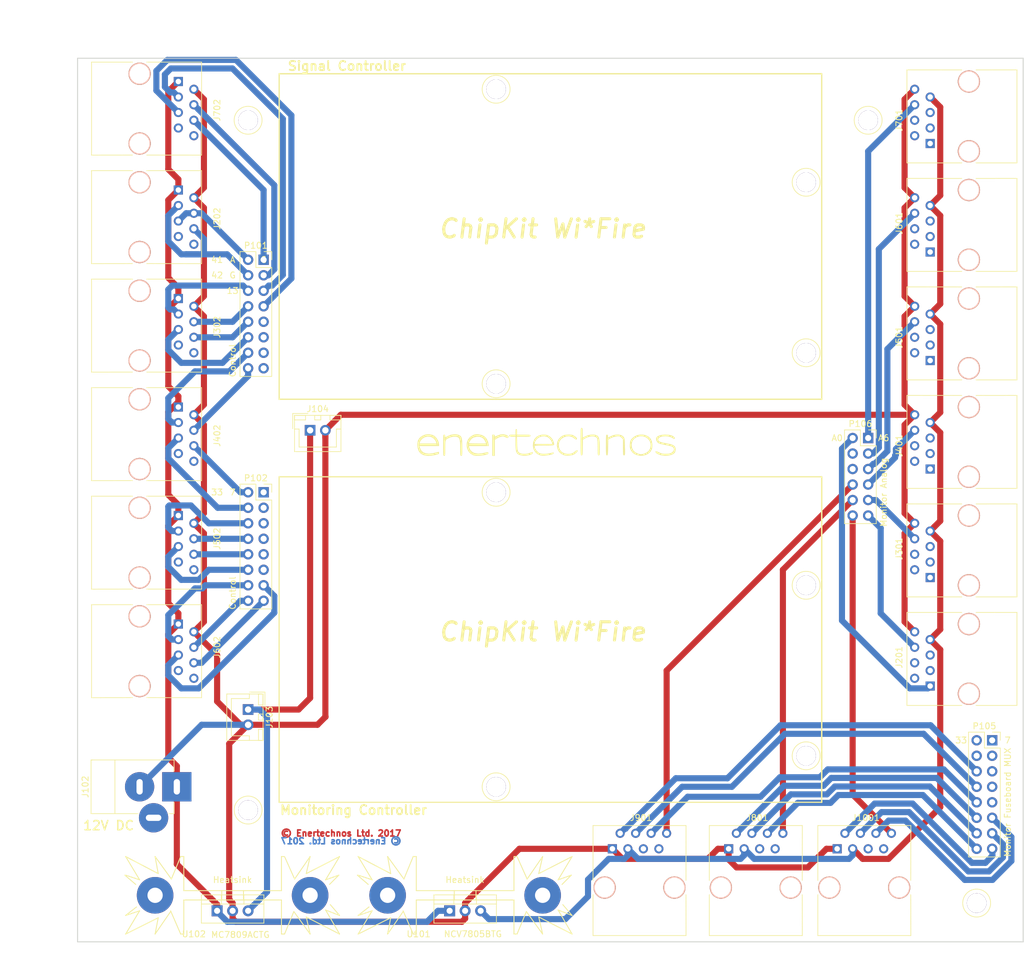
<source format=kicad_pcb>
(kicad_pcb (version 4) (host pcbnew 4.0.7)

  (general
    (links 81)
    (no_connects 1)
    (area 43.104999 20.244999 198.195001 165.175001)
    (thickness 1.6)
    (drawings 26)
    (tracks 366)
    (zones 0)
    (modules 39)
    (nets 46)
  )

  (page A4)
  (title_block
    (title "Breakout Board")
    (date 2017-12-14)
    (rev Rev3.4)
    (company "Enertechnos Ltd.")
    (comment 1 "FOR REVIEW")
  )

  (layers
    (0 F.Cu signal)
    (31 B.Cu signal)
    (32 B.Adhes user)
    (33 F.Adhes user)
    (34 B.Paste user)
    (35 F.Paste user)
    (36 B.SilkS user)
    (37 F.SilkS user)
    (38 B.Mask user)
    (39 F.Mask user)
    (40 Dwgs.User user)
    (41 Cmts.User user)
    (42 Eco1.User user)
    (43 Eco2.User user)
    (44 Edge.Cuts user)
    (45 Margin user)
    (46 B.CrtYd user)
    (47 F.CrtYd user)
    (48 B.Fab user)
    (49 F.Fab user)
  )

  (setup
    (last_trace_width 1)
    (trace_clearance 0.4)
    (zone_clearance 0.508)
    (zone_45_only no)
    (trace_min 0.2)
    (segment_width 0.2)
    (edge_width 0.15)
    (via_size 1.5)
    (via_drill 0.8)
    (via_min_size 0.4)
    (via_min_drill 0.3)
    (uvia_size 0.3)
    (uvia_drill 0.1)
    (uvias_allowed no)
    (uvia_min_size 0.2)
    (uvia_min_drill 0.1)
    (pcb_text_width 0.3)
    (pcb_text_size 1.5 1.5)
    (mod_edge_width 0.15)
    (mod_text_size 1 1)
    (mod_text_width 0.15)
    (pad_size 1.524 1.524)
    (pad_drill 0.762)
    (pad_to_mask_clearance 0.2)
    (aux_axis_origin 0 0)
    (visible_elements 7FFFEFFF)
    (pcbplotparams
      (layerselection 0x00030_80000001)
      (usegerberextensions false)
      (excludeedgelayer true)
      (linewidth 0.100000)
      (plotframeref false)
      (viasonmask false)
      (mode 1)
      (useauxorigin false)
      (hpglpennumber 1)
      (hpglpenspeed 20)
      (hpglpendiameter 15)
      (hpglpenoverlay 2)
      (psnegative false)
      (psa4output false)
      (plotreference true)
      (plotvalue true)
      (plotinvisibletext false)
      (padsonsilk false)
      (subtractmaskfromsilk false)
      (outputformat 1)
      (mirror false)
      (drillshape 1)
      (scaleselection 1)
      (outputdirectory ""))
  )

  (net 0 "")
  (net 1 ARD_TEMP_HB)
  (net 2 ARD_PWM_1)
  (net 3 ARD_PWM_3)
  (net 4 ARD_PWM_2)
  (net 5 ARD_PWM_4)
  (net 6 ARD_TEMP_A)
  (net 7 ARD_GND)
  (net 8 DC_IN)
  (net 9 ARD_PWM_5)
  (net 10 ARD_PWM_6)
  (net 11 ARD_PWM_7)
  (net 12 ARD_PWM_8)
  (net 13 ARD_HBRIDGE_A)
  (net 14 ARD_HBRIDGE_B)
  (net 15 ARD_PWM_9)
  (net 16 ARD_PWM_10)
  (net 17 ARD_PWM_11)
  (net 18 ARD_PWM_12)
  (net 19 ARD_PWM_13)
  (net 20 ARD_PWM_14)
  (net 21 ARD_PWM_15)
  (net 22 ARD_PWM_16)
  (net 23 ARD_TEMP_D)
  (net 24 ARD_TEMP_C)
  (net 25 ARD_TEMP_B)
  (net 26 FB1A)
  (net 27 FB1B)
  (net 28 FB1C)
  (net 29 ARD_VOLTS_1)
  (net 30 FB2A)
  (net 31 FB2B)
  (net 32 FB2C)
  (net 33 ARD_VOLTS_2)
  (net 34 FB3A)
  (net 35 FB3B)
  (net 36 FB3C)
  (net 37 ARD_VOLTS_3)
  (net 38 ARD_TEMP_E)
  (net 39 ARD_CUR_HB)
  (net 40 ARD_VCC)
  (net 41 ARD_PWM_17)
  (net 42 ARD_PWM_18)
  (net 43 ARD_PWM_19)
  (net 44 ARD_PWM_20)
  (net 45 ARD_VIN)

  (net_class Default "This is the default net class."
    (clearance 0.4)
    (trace_width 1)
    (via_dia 1.5)
    (via_drill 0.8)
    (uvia_dia 0.3)
    (uvia_drill 0.1)
    (add_net ARD_CUR_HB)
    (add_net ARD_GND)
    (add_net ARD_HBRIDGE_A)
    (add_net ARD_HBRIDGE_B)
    (add_net ARD_PWM_1)
    (add_net ARD_PWM_10)
    (add_net ARD_PWM_11)
    (add_net ARD_PWM_12)
    (add_net ARD_PWM_13)
    (add_net ARD_PWM_14)
    (add_net ARD_PWM_15)
    (add_net ARD_PWM_16)
    (add_net ARD_PWM_17)
    (add_net ARD_PWM_18)
    (add_net ARD_PWM_19)
    (add_net ARD_PWM_2)
    (add_net ARD_PWM_20)
    (add_net ARD_PWM_3)
    (add_net ARD_PWM_4)
    (add_net ARD_PWM_5)
    (add_net ARD_PWM_6)
    (add_net ARD_PWM_7)
    (add_net ARD_PWM_8)
    (add_net ARD_PWM_9)
    (add_net ARD_TEMP_A)
    (add_net ARD_TEMP_B)
    (add_net ARD_TEMP_C)
    (add_net ARD_TEMP_D)
    (add_net ARD_TEMP_E)
    (add_net ARD_TEMP_HB)
    (add_net ARD_VCC)
    (add_net ARD_VIN)
    (add_net ARD_VOLTS_1)
    (add_net ARD_VOLTS_2)
    (add_net ARD_VOLTS_3)
    (add_net DC_IN)
    (add_net FB1A)
    (add_net FB1B)
    (add_net FB1C)
    (add_net FB2A)
    (add_net FB2B)
    (add_net FB2C)
    (add_net FB3A)
    (add_net FB3B)
    (add_net FB3C)
  )

  (module TO_SOT_Packages_THT:TO-220-3_Vertical (layer F.Cu) (tedit 5A39494B) (tstamp 5A393E81)
    (at 66.04 160.02)
    (descr "TO-220-3, Vertical, RM 2.54mm")
    (tags "TO-220-3 Vertical RM 2.54mm")
    (path /5A395520)
    (fp_text reference U102 (at -3.81 3.81) (layer F.SilkS)
      (effects (font (size 1 1) (thickness 0.15)))
    )
    (fp_text value MC7809ACTG (at 3.81 3.92) (layer F.SilkS)
      (effects (font (size 1 1) (thickness 0.15)))
    )
    (fp_text user %R (at 2.54 -3.62) (layer F.Fab)
      (effects (font (size 1 1) (thickness 0.15)))
    )
    (fp_line (start -2.46 -2.5) (end -2.46 1.9) (layer F.Fab) (width 0.1))
    (fp_line (start -2.46 1.9) (end 7.54 1.9) (layer F.Fab) (width 0.1))
    (fp_line (start 7.54 1.9) (end 7.54 -2.5) (layer F.Fab) (width 0.1))
    (fp_line (start 7.54 -2.5) (end -2.46 -2.5) (layer F.Fab) (width 0.1))
    (fp_line (start -2.46 -1.23) (end 7.54 -1.23) (layer F.Fab) (width 0.1))
    (fp_line (start 0.69 -2.5) (end 0.69 -1.23) (layer F.Fab) (width 0.1))
    (fp_line (start 4.39 -2.5) (end 4.39 -1.23) (layer F.Fab) (width 0.1))
    (fp_line (start -2.58 -2.62) (end 7.66 -2.62) (layer F.SilkS) (width 0.12))
    (fp_line (start -2.58 2.021) (end 7.66 2.021) (layer F.SilkS) (width 0.12))
    (fp_line (start -2.58 -2.62) (end -2.58 2.021) (layer F.SilkS) (width 0.12))
    (fp_line (start 7.66 -2.62) (end 7.66 2.021) (layer F.SilkS) (width 0.12))
    (fp_line (start -2.58 -1.11) (end 7.66 -1.11) (layer F.SilkS) (width 0.12))
    (fp_line (start 0.69 -2.62) (end 0.69 -1.11) (layer F.SilkS) (width 0.12))
    (fp_line (start 4.391 -2.62) (end 4.391 -1.11) (layer F.SilkS) (width 0.12))
    (fp_line (start -2.71 -2.75) (end -2.71 2.16) (layer F.CrtYd) (width 0.05))
    (fp_line (start -2.71 2.16) (end 7.79 2.16) (layer F.CrtYd) (width 0.05))
    (fp_line (start 7.79 2.16) (end 7.79 -2.75) (layer F.CrtYd) (width 0.05))
    (fp_line (start 7.79 -2.75) (end -2.71 -2.75) (layer F.CrtYd) (width 0.05))
    (pad 1 thru_hole rect (at 0 0) (size 1.8 1.8) (drill 1) (layers *.Cu *.Mask)
      (net 8 DC_IN))
    (pad 2 thru_hole oval (at 2.54 0) (size 1.8 1.8) (drill 1) (layers *.Cu *.Mask)
      (net 7 ARD_GND))
    (pad 3 thru_hole oval (at 5.08 0) (size 1.8 1.8) (drill 1) (layers *.Cu *.Mask)
      (net 45 ARD_VIN))
    (model ${KISYS3DMOD}/TO_SOT_Packages_THT.3dshapes/TO-220_Vertical.wrl
      (at (xyz 0.1 0 0))
      (scale (xyz 0.393701 0.393701 0.393701))
      (rotate (xyz 0 0 0))
    )
  )

  (module TO_SOT_Packages_THT:TO-220-3_Vertical (layer F.Cu) (tedit 5A39491A) (tstamp 5A33F908)
    (at 104.14 160.02)
    (descr "TO-220-3, Vertical, RM 2.54mm")
    (tags "TO-220-3 Vertical RM 2.54mm")
    (path /5A342FBC)
    (fp_text reference U101 (at -5.08 3.81) (layer F.SilkS)
      (effects (font (size 1 1) (thickness 0.15)))
    )
    (fp_text value NCV7805BTG (at 3.81 3.81) (layer F.SilkS)
      (effects (font (size 1 1) (thickness 0.15)))
    )
    (fp_text user %R (at 2.54 -3.81) (layer F.Fab)
      (effects (font (size 1 1) (thickness 0.15)))
    )
    (fp_line (start -2.46 -2.5) (end -2.46 1.9) (layer F.Fab) (width 0.1))
    (fp_line (start -2.46 1.9) (end 7.54 1.9) (layer F.Fab) (width 0.1))
    (fp_line (start 7.54 1.9) (end 7.54 -2.5) (layer F.Fab) (width 0.1))
    (fp_line (start 7.54 -2.5) (end -2.46 -2.5) (layer F.Fab) (width 0.1))
    (fp_line (start -2.46 -1.23) (end 7.54 -1.23) (layer F.Fab) (width 0.1))
    (fp_line (start 0.69 -2.5) (end 0.69 -1.23) (layer F.Fab) (width 0.1))
    (fp_line (start 4.39 -2.5) (end 4.39 -1.23) (layer F.Fab) (width 0.1))
    (fp_line (start -2.58 -2.62) (end 7.66 -2.62) (layer F.SilkS) (width 0.12))
    (fp_line (start -2.58 2.021) (end 7.66 2.021) (layer F.SilkS) (width 0.12))
    (fp_line (start -2.58 -2.62) (end -2.58 2.021) (layer F.SilkS) (width 0.12))
    (fp_line (start 7.66 -2.62) (end 7.66 2.021) (layer F.SilkS) (width 0.12))
    (fp_line (start -2.58 -1.11) (end 7.66 -1.11) (layer F.SilkS) (width 0.12))
    (fp_line (start 0.69 -2.62) (end 0.69 -1.11) (layer F.SilkS) (width 0.12))
    (fp_line (start 4.391 -2.62) (end 4.391 -1.11) (layer F.SilkS) (width 0.12))
    (fp_line (start -2.71 -2.75) (end -2.71 2.16) (layer F.CrtYd) (width 0.05))
    (fp_line (start -2.71 2.16) (end 7.79 2.16) (layer F.CrtYd) (width 0.05))
    (fp_line (start 7.79 2.16) (end 7.79 -2.75) (layer F.CrtYd) (width 0.05))
    (fp_line (start 7.79 -2.75) (end -2.71 -2.75) (layer F.CrtYd) (width 0.05))
    (pad 1 thru_hole rect (at 0 0) (size 1.8 1.8) (drill 1) (layers *.Cu *.Mask)
      (net 8 DC_IN))
    (pad 2 thru_hole oval (at 2.54 0) (size 1.8 1.8) (drill 1) (layers *.Cu *.Mask)
      (net 7 ARD_GND))
    (pad 3 thru_hole oval (at 5.08 0) (size 1.8 1.8) (drill 1) (layers *.Cu *.Mask)
      (net 40 ARD_VCC))
    (model ${KISYS3DMOD}/TO_SOT_Packages_THT.3dshapes/TO-220_Vertical.wrl
      (at (xyz 0.1 0 0))
      (scale (xyz 0.393701 0.393701 0.393701))
      (rotate (xyz 0 0 0))
    )
  )

  (module PartsLibraries:Heatsink_AAVID_ML73_25 (layer F.Cu) (tedit 5A3408D9) (tstamp 5A394225)
    (at 68.58 157.48)
    (descr "Heatsink, 35mm x 13mm, 2x Fixation 2,5mm Drill, Soldering, Fischer SK104-STC-STIC,")
    (tags "Heatsink, 35mm x 13mm, 2x Fixation 2,5mm Drill, Soldering, Fischer SK104-STC-STIC, Kuehlkoerper,  Strangkuehlkoerper, Loetbefestigung, for TO-220")
    (fp_text reference Heatsink (at -0.025 -2.54) (layer F.SilkS)
      (effects (font (size 1 1) (thickness 0.15)))
    )
    (fp_text value Heatsink_Heatsink_AAVID_ML73_25_2xDrill2.5mm (at 0.65 9.075) (layer F.Fab)
      (effects (font (size 1 1) (thickness 0.15)))
    )
    (fp_line (start -1.778 -0.762) (end -1.778 0.762) (layer F.SilkS) (width 0.15))
    (fp_line (start 1.778 -0.762) (end 1.778 0.762) (layer F.SilkS) (width 0.15))
    (fp_line (start -8.509 6.35) (end -8.001 6.35) (layer F.SilkS) (width 0.15))
    (fp_line (start 17.526 -6.35) (end 12.065 -3.556) (layer F.SilkS) (width 0.15))
    (fp_line (start 12.065 -3.556) (end 12.7 -6.35) (layer F.SilkS) (width 0.15))
    (fp_line (start -10.033 -2.667) (end -12.7 -6.35) (layer F.SilkS) (width 0.15))
    (fp_line (start -12.7 -6.35) (end -12.192 -3.556) (layer F.SilkS) (width 0.15))
    (fp_line (start -12.192 -3.556) (end -17.526 -6.35) (layer F.SilkS) (width 0.15))
    (fp_line (start -10.16 2.667) (end -12.7 6.35) (layer F.SilkS) (width 0.15))
    (fp_line (start -12.7 6.35) (end -12.192 3.683) (layer F.SilkS) (width 0.15))
    (fp_line (start -12.192 3.683) (end -17.526 6.35) (layer F.SilkS) (width 0.15))
    (fp_line (start -15.24 2.54) (end -17.526 6.35) (layer F.SilkS) (width 0.15))
    (fp_line (start -15.24 -2.54) (end -17.526 -6.35) (layer F.SilkS) (width 0.15))
    (fp_line (start 8.001 -6.35) (end 8.382 -6.35) (layer F.SilkS) (width 0.15))
    (fp_line (start 8.001 6.35) (end 8.509 6.35) (layer F.SilkS) (width 0.15))
    (fp_line (start 10.033 2.667) (end 12.7 6.35) (layer F.SilkS) (width 0.15))
    (fp_line (start 12.7 6.35) (end 12.065 3.556) (layer F.SilkS) (width 0.15))
    (fp_line (start 12.065 3.556) (end 17.526 6.35) (layer F.SilkS) (width 0.15))
    (fp_line (start 15.24 2.413) (end 17.526 3.302) (layer F.SilkS) (width 0.15))
    (fp_line (start 17.526 3.302) (end 16.002 1.524) (layer F.SilkS) (width 0.15))
    (fp_line (start 17.526 6.35) (end 15.24 2.413) (layer F.SilkS) (width 0.15))
    (fp_line (start 15.24 -2.54) (end 17.399 -3.302) (layer F.SilkS) (width 0.15))
    (fp_line (start 17.399 -3.302) (end 15.875 -1.778) (layer F.SilkS) (width 0.15))
    (fp_line (start 17.526 -6.35) (end 15.24 -2.54) (layer F.SilkS) (width 0.15))
    (fp_line (start 10.16 -2.667) (end 12.7 -6.35) (layer F.SilkS) (width 0.15))
    (fp_line (start 8.509 6.35) (end 10.033 2.667) (layer F.SilkS) (width 0.15))
    (fp_line (start 8.509 -6.35) (end 10.16 -2.667) (layer F.SilkS) (width 0.15))
    (fp_line (start -8.509 6.35) (end -10.16 2.54) (layer F.SilkS) (width 0.15))
    (fp_line (start -8.001 -6.35) (end -8.509 -6.35) (layer F.SilkS) (width 0.15))
    (fp_line (start -8.509 -6.35) (end -10.033 -2.667) (layer F.SilkS) (width 0.15))
    (fp_line (start -17.526 3.302) (end -15.748 1.905) (layer F.SilkS) (width 0.15))
    (fp_line (start -17.653 -3.302) (end -15.875 -1.778) (layer F.SilkS) (width 0.15))
    (fp_line (start -17.526 3.302) (end -15.24 2.54) (layer F.SilkS) (width 0.15))
    (fp_line (start -17.526 -3.302) (end -15.24 -2.54) (layer F.SilkS) (width 0.15))
    (fp_line (start 0 0.762) (end -8.001 0.762) (layer F.SilkS) (width 0.15))
    (fp_line (start -8.001 0.762) (end -8.001 6.35) (layer F.SilkS) (width 0.15))
    (fp_line (start 0 0.762) (end 8.001 0.762) (layer F.SilkS) (width 0.15))
    (fp_line (start 8.001 0.762) (end 8.001 6.35) (layer F.SilkS) (width 0.15))
    (fp_line (start 0 -0.762) (end -8.001 -0.762) (layer F.SilkS) (width 0.15))
    (fp_line (start -8.001 -0.762) (end -8.001 -6.35) (layer F.SilkS) (width 0.15))
    (fp_line (start 0 -0.762) (end 8.001 -0.762) (layer F.SilkS) (width 0.15))
    (fp_line (start 8.001 -0.762) (end 8.001 -6.35) (layer F.SilkS) (width 0.15))
    (pad 1 thru_hole circle (at 12.7 0) (size 5.99948 5.99948) (drill 2.49936) (layers *.Cu *.Mask))
    (pad 1 thru_hole circle (at -12.7 0) (size 5.99948 5.99948) (drill 2.49936) (layers *.Cu *.Mask))
    (model C:/Development/mlihardware/3D/Heatsink_30mm.wrl
      (at (xyz 0 0 0))
      (scale (xyz 1 1 1))
      (rotate (xyz 270 0 0))
    )
  )

  (module PartsLibraries:MountingHole (layer F.Cu) (tedit 5A393192) (tstamp 5A393673)
    (at 71.12 143.51)
    (descr "module 1 pin (ou trou mecanique de percage)")
    (tags DEV)
    (fp_text reference "" (at 0 -3.048) (layer F.SilkS)
      (effects (font (size 1 1) (thickness 0.15)))
    )
    (fp_text value Mount (at 0 3) (layer F.Fab)
      (effects (font (size 1 1) (thickness 0.15)))
    )
    (fp_circle (center 0 0) (end 2 0.8) (layer F.Fab) (width 0.1))
    (fp_circle (center 0 0) (end 2.6 0) (layer F.CrtYd) (width 0.05))
    (fp_circle (center 0 0) (end 0 -2.286) (layer F.SilkS) (width 0.12))
    (pad 1 thru_hole circle (at 0 0) (size 3.2 3.2) (drill 3.2) (layers *.Cu *.Mask)
      (clearance 1))
  )

  (module PartsLibraries:MountingHole (layer F.Cu) (tedit 5A393192) (tstamp 5A393667)
    (at 190.5 158.75)
    (descr "module 1 pin (ou trou mecanique de percage)")
    (tags DEV)
    (fp_text reference "" (at 0 -3.048) (layer F.SilkS)
      (effects (font (size 1 1) (thickness 0.15)))
    )
    (fp_text value Mount (at 0 3) (layer F.Fab)
      (effects (font (size 1 1) (thickness 0.15)))
    )
    (fp_circle (center 0 0) (end 2 0.8) (layer F.Fab) (width 0.1))
    (fp_circle (center 0 0) (end 2.6 0) (layer F.CrtYd) (width 0.05))
    (fp_circle (center 0 0) (end 0 -2.286) (layer F.SilkS) (width 0.12))
    (pad 1 thru_hole circle (at 0 0) (size 3.2 3.2) (drill 3.2) (layers *.Cu *.Mask)
      (clearance 1))
  )

  (module PartsLibraries:MountingHole (layer F.Cu) (tedit 5A393192) (tstamp 5A393660)
    (at 172.72 30.48)
    (descr "module 1 pin (ou trou mecanique de percage)")
    (tags DEV)
    (fp_text reference "" (at 0 -3.048) (layer F.SilkS)
      (effects (font (size 1 1) (thickness 0.15)))
    )
    (fp_text value Mount (at 0 3) (layer F.Fab)
      (effects (font (size 1 1) (thickness 0.15)))
    )
    (fp_circle (center 0 0) (end 2 0.8) (layer F.Fab) (width 0.1))
    (fp_circle (center 0 0) (end 2.6 0) (layer F.CrtYd) (width 0.05))
    (fp_circle (center 0 0) (end 0 -2.286) (layer F.SilkS) (width 0.12))
    (pad 1 thru_hole circle (at 0 0) (size 3.2 3.2) (drill 3.2) (layers *.Cu *.Mask)
      (clearance 1))
  )

  (module PartsLibraries:MountingHole (layer F.Cu) (tedit 5A393192) (tstamp 5A393651)
    (at 71.12 30.48)
    (descr "module 1 pin (ou trou mecanique de percage)")
    (tags DEV)
    (fp_text reference "" (at 0 -3.048) (layer F.SilkS)
      (effects (font (size 1 1) (thickness 0.15)))
    )
    (fp_text value Mount (at 0 3) (layer F.Fab)
      (effects (font (size 1 1) (thickness 0.15)))
    )
    (fp_circle (center 0 0) (end 2 0.8) (layer F.Fab) (width 0.1))
    (fp_circle (center 0 0) (end 2.6 0) (layer F.CrtYd) (width 0.05))
    (fp_circle (center 0 0) (end 0 -2.286) (layer F.SilkS) (width 0.12))
    (pad 1 thru_hole circle (at 0 0) (size 3.2 3.2) (drill 3.2) (layers *.Cu *.Mask)
      (clearance 1))
  )

  (module PartsLibraries:MountingHole (layer F.Cu) (tedit 5A393192) (tstamp 5A393648)
    (at 162.56 106.68)
    (descr "module 1 pin (ou trou mecanique de percage)")
    (tags DEV)
    (fp_text reference "" (at 0 -3.048) (layer F.SilkS)
      (effects (font (size 1 1) (thickness 0.15)))
    )
    (fp_text value Mount (at 0 3) (layer F.Fab)
      (effects (font (size 1 1) (thickness 0.15)))
    )
    (fp_circle (center 0 0) (end 2 0.8) (layer F.Fab) (width 0.1))
    (fp_circle (center 0 0) (end 2.6 0) (layer F.CrtYd) (width 0.05))
    (fp_circle (center 0 0) (end 0 -2.286) (layer F.SilkS) (width 0.12))
    (pad 1 thru_hole circle (at 0 0) (size 3.2 3.2) (drill 3.2) (layers *.Cu *.Mask)
      (clearance 1))
  )

  (module PartsLibraries:MountingHole (layer F.Cu) (tedit 5A393192) (tstamp 5A393641)
    (at 111.76 91.44)
    (descr "module 1 pin (ou trou mecanique de percage)")
    (tags DEV)
    (fp_text reference "" (at 0 -3.048) (layer F.SilkS)
      (effects (font (size 1 1) (thickness 0.15)))
    )
    (fp_text value Mount (at 0 3) (layer F.Fab)
      (effects (font (size 1 1) (thickness 0.15)))
    )
    (fp_circle (center 0 0) (end 2 0.8) (layer F.Fab) (width 0.1))
    (fp_circle (center 0 0) (end 2.6 0) (layer F.CrtYd) (width 0.05))
    (fp_circle (center 0 0) (end 0 -2.286) (layer F.SilkS) (width 0.12))
    (pad 1 thru_hole circle (at 0 0) (size 3.2 3.2) (drill 3.2) (layers *.Cu *.Mask)
      (clearance 1))
  )

  (module PartsLibraries:MountingHole (layer F.Cu) (tedit 5A393192) (tstamp 5A39363A)
    (at 162.56 134.62)
    (descr "module 1 pin (ou trou mecanique de percage)")
    (tags DEV)
    (fp_text reference "" (at 0 -3.048) (layer F.SilkS)
      (effects (font (size 1 1) (thickness 0.15)))
    )
    (fp_text value Mount (at 0 3) (layer F.Fab)
      (effects (font (size 1 1) (thickness 0.15)))
    )
    (fp_circle (center 0 0) (end 2 0.8) (layer F.Fab) (width 0.1))
    (fp_circle (center 0 0) (end 2.6 0) (layer F.CrtYd) (width 0.05))
    (fp_circle (center 0 0) (end 0 -2.286) (layer F.SilkS) (width 0.12))
    (pad 1 thru_hole circle (at 0 0) (size 3.2 3.2) (drill 3.2) (layers *.Cu *.Mask)
      (clearance 1))
  )

  (module PartsLibraries:MountingHole (layer F.Cu) (tedit 5A393192) (tstamp 5A393633)
    (at 111.76 139.7)
    (descr "module 1 pin (ou trou mecanique de percage)")
    (tags DEV)
    (fp_text reference "" (at 0 -3.048) (layer F.SilkS)
      (effects (font (size 1 1) (thickness 0.15)))
    )
    (fp_text value Mount (at 0 3) (layer F.Fab)
      (effects (font (size 1 1) (thickness 0.15)))
    )
    (fp_circle (center 0 0) (end 2 0.8) (layer F.Fab) (width 0.1))
    (fp_circle (center 0 0) (end 2.6 0) (layer F.CrtYd) (width 0.05))
    (fp_circle (center 0 0) (end 0 -2.286) (layer F.SilkS) (width 0.12))
    (pad 1 thru_hole circle (at 0 0) (size 3.2 3.2) (drill 3.2) (layers *.Cu *.Mask)
      (clearance 1))
  )

  (module PartsLibraries:MountingHole (layer F.Cu) (tedit 5A393192) (tstamp 5A393621)
    (at 162.56 40.64)
    (descr "module 1 pin (ou trou mecanique de percage)")
    (tags DEV)
    (fp_text reference "" (at 0 -3.048) (layer F.SilkS)
      (effects (font (size 1 1) (thickness 0.15)))
    )
    (fp_text value Mount (at 0 3) (layer F.Fab)
      (effects (font (size 1 1) (thickness 0.15)))
    )
    (fp_circle (center 0 0) (end 2 0.8) (layer F.Fab) (width 0.1))
    (fp_circle (center 0 0) (end 2.6 0) (layer F.CrtYd) (width 0.05))
    (fp_circle (center 0 0) (end 0 -2.286) (layer F.SilkS) (width 0.12))
    (pad 1 thru_hole circle (at 0 0) (size 3.2 3.2) (drill 3.2) (layers *.Cu *.Mask)
      (clearance 1))
  )

  (module PartsLibraries:MountingHole (layer F.Cu) (tedit 5A393192) (tstamp 5A393613)
    (at 162.56 68.58)
    (descr "module 1 pin (ou trou mecanique de percage)")
    (tags DEV)
    (fp_text reference "" (at 0 -3.048) (layer F.SilkS)
      (effects (font (size 1 1) (thickness 0.15)))
    )
    (fp_text value Mount (at 0 3) (layer F.Fab)
      (effects (font (size 1 1) (thickness 0.15)))
    )
    (fp_circle (center 0 0) (end 2 0.8) (layer F.Fab) (width 0.1))
    (fp_circle (center 0 0) (end 2.6 0) (layer F.CrtYd) (width 0.05))
    (fp_circle (center 0 0) (end 0 -2.286) (layer F.SilkS) (width 0.12))
    (pad 1 thru_hole circle (at 0 0) (size 3.2 3.2) (drill 3.2) (layers *.Cu *.Mask)
      (clearance 1))
  )

  (module PartsLibraries:MountingHole (layer F.Cu) (tedit 5A393192) (tstamp 5A39360C)
    (at 111.76 73.66)
    (descr "module 1 pin (ou trou mecanique de percage)")
    (tags DEV)
    (fp_text reference "" (at 0 -3.048) (layer F.SilkS)
      (effects (font (size 1 1) (thickness 0.15)))
    )
    (fp_text value Mount (at 0 3) (layer F.Fab)
      (effects (font (size 1 1) (thickness 0.15)))
    )
    (fp_circle (center 0 0) (end 2 0.8) (layer F.Fab) (width 0.1))
    (fp_circle (center 0 0) (end 2.6 0) (layer F.CrtYd) (width 0.05))
    (fp_circle (center 0 0) (end 0 -2.286) (layer F.SilkS) (width 0.12))
    (pad 1 thru_hole circle (at 0 0) (size 3.2 3.2) (drill 3.2) (layers *.Cu *.Mask)
      (clearance 1))
  )

  (module PartsLibraries:MountingHole (layer F.Cu) (tedit 5A393192) (tstamp 5A3935DE)
    (at 111.76 25.4)
    (descr "module 1 pin (ou trou mecanique de percage)")
    (tags DEV)
    (fp_text reference "" (at 0 -3.048) (layer F.SilkS)
      (effects (font (size 1 1) (thickness 0.15)))
    )
    (fp_text value Mount (at 0 3) (layer F.Fab)
      (effects (font (size 1 1) (thickness 0.15)))
    )
    (fp_circle (center 0 0) (end 2 0.8) (layer F.Fab) (width 0.1))
    (fp_circle (center 0 0) (end 2.6 0) (layer F.CrtYd) (width 0.05))
    (fp_circle (center 0 0) (end 0 -2.286) (layer F.SilkS) (width 0.12))
    (pad 1 thru_hole circle (at 0 0) (size 3.2 3.2) (drill 3.2) (layers *.Cu *.Mask)
      (clearance 1))
  )

  (module PartsLibraries:Heatsink_AAVID_ML73_25 (layer F.Cu) (tedit 5A3408D9) (tstamp 5A341969)
    (at 106.68 157.48)
    (descr "Heatsink, 35mm x 13mm, 2x Fixation 2,5mm Drill, Soldering, Fischer SK104-STC-STIC,")
    (tags "Heatsink, 35mm x 13mm, 2x Fixation 2,5mm Drill, Soldering, Fischer SK104-STC-STIC, Kuehlkoerper,  Strangkuehlkoerper, Loetbefestigung, for TO-220")
    (fp_text reference Heatsink (at -0.025 -2.54) (layer F.SilkS)
      (effects (font (size 1 1) (thickness 0.15)))
    )
    (fp_text value Heatsink_Heatsink_AAVID_ML73_25_2xDrill2.5mm (at 0.65 9.075) (layer F.Fab)
      (effects (font (size 1 1) (thickness 0.15)))
    )
    (fp_line (start -1.778 -0.762) (end -1.778 0.762) (layer F.SilkS) (width 0.15))
    (fp_line (start 1.778 -0.762) (end 1.778 0.762) (layer F.SilkS) (width 0.15))
    (fp_line (start -8.509 6.35) (end -8.001 6.35) (layer F.SilkS) (width 0.15))
    (fp_line (start 17.526 -6.35) (end 12.065 -3.556) (layer F.SilkS) (width 0.15))
    (fp_line (start 12.065 -3.556) (end 12.7 -6.35) (layer F.SilkS) (width 0.15))
    (fp_line (start -10.033 -2.667) (end -12.7 -6.35) (layer F.SilkS) (width 0.15))
    (fp_line (start -12.7 -6.35) (end -12.192 -3.556) (layer F.SilkS) (width 0.15))
    (fp_line (start -12.192 -3.556) (end -17.526 -6.35) (layer F.SilkS) (width 0.15))
    (fp_line (start -10.16 2.667) (end -12.7 6.35) (layer F.SilkS) (width 0.15))
    (fp_line (start -12.7 6.35) (end -12.192 3.683) (layer F.SilkS) (width 0.15))
    (fp_line (start -12.192 3.683) (end -17.526 6.35) (layer F.SilkS) (width 0.15))
    (fp_line (start -15.24 2.54) (end -17.526 6.35) (layer F.SilkS) (width 0.15))
    (fp_line (start -15.24 -2.54) (end -17.526 -6.35) (layer F.SilkS) (width 0.15))
    (fp_line (start 8.001 -6.35) (end 8.382 -6.35) (layer F.SilkS) (width 0.15))
    (fp_line (start 8.001 6.35) (end 8.509 6.35) (layer F.SilkS) (width 0.15))
    (fp_line (start 10.033 2.667) (end 12.7 6.35) (layer F.SilkS) (width 0.15))
    (fp_line (start 12.7 6.35) (end 12.065 3.556) (layer F.SilkS) (width 0.15))
    (fp_line (start 12.065 3.556) (end 17.526 6.35) (layer F.SilkS) (width 0.15))
    (fp_line (start 15.24 2.413) (end 17.526 3.302) (layer F.SilkS) (width 0.15))
    (fp_line (start 17.526 3.302) (end 16.002 1.524) (layer F.SilkS) (width 0.15))
    (fp_line (start 17.526 6.35) (end 15.24 2.413) (layer F.SilkS) (width 0.15))
    (fp_line (start 15.24 -2.54) (end 17.399 -3.302) (layer F.SilkS) (width 0.15))
    (fp_line (start 17.399 -3.302) (end 15.875 -1.778) (layer F.SilkS) (width 0.15))
    (fp_line (start 17.526 -6.35) (end 15.24 -2.54) (layer F.SilkS) (width 0.15))
    (fp_line (start 10.16 -2.667) (end 12.7 -6.35) (layer F.SilkS) (width 0.15))
    (fp_line (start 8.509 6.35) (end 10.033 2.667) (layer F.SilkS) (width 0.15))
    (fp_line (start 8.509 -6.35) (end 10.16 -2.667) (layer F.SilkS) (width 0.15))
    (fp_line (start -8.509 6.35) (end -10.16 2.54) (layer F.SilkS) (width 0.15))
    (fp_line (start -8.001 -6.35) (end -8.509 -6.35) (layer F.SilkS) (width 0.15))
    (fp_line (start -8.509 -6.35) (end -10.033 -2.667) (layer F.SilkS) (width 0.15))
    (fp_line (start -17.526 3.302) (end -15.748 1.905) (layer F.SilkS) (width 0.15))
    (fp_line (start -17.653 -3.302) (end -15.875 -1.778) (layer F.SilkS) (width 0.15))
    (fp_line (start -17.526 3.302) (end -15.24 2.54) (layer F.SilkS) (width 0.15))
    (fp_line (start -17.526 -3.302) (end -15.24 -2.54) (layer F.SilkS) (width 0.15))
    (fp_line (start 0 0.762) (end -8.001 0.762) (layer F.SilkS) (width 0.15))
    (fp_line (start -8.001 0.762) (end -8.001 6.35) (layer F.SilkS) (width 0.15))
    (fp_line (start 0 0.762) (end 8.001 0.762) (layer F.SilkS) (width 0.15))
    (fp_line (start 8.001 0.762) (end 8.001 6.35) (layer F.SilkS) (width 0.15))
    (fp_line (start 0 -0.762) (end -8.001 -0.762) (layer F.SilkS) (width 0.15))
    (fp_line (start -8.001 -0.762) (end -8.001 -6.35) (layer F.SilkS) (width 0.15))
    (fp_line (start 0 -0.762) (end 8.001 -0.762) (layer F.SilkS) (width 0.15))
    (fp_line (start 8.001 -0.762) (end 8.001 -6.35) (layer F.SilkS) (width 0.15))
    (pad 1 thru_hole circle (at 12.7 0) (size 5.99948 5.99948) (drill 2.49936) (layers *.Cu *.Mask))
    (pad 1 thru_hole circle (at -12.7 0) (size 5.99948 5.99948) (drill 2.49936) (layers *.Cu *.Mask))
    (model C:/Development/mlihardware/3D/Heatsink_30mm.wrl
      (at (xyz 0 0 0))
      (scale (xyz 1 1 1))
      (rotate (xyz 270 0 0))
    )
  )

  (module Socket_Strips:Socket_Strip_Straight_2x08_Pitch2.54mm (layer F.Cu) (tedit 5A32ADF2) (tstamp 5A2EB8F3)
    (at 73.66 91.44)
    (descr "Through hole straight socket strip, 2x08, 2.54mm pitch, double rows")
    (tags "Through hole socket strip THT 2x08 2.54mm double row")
    (path /599EFF88)
    (fp_text reference P102 (at -1.27 -2.33) (layer F.SilkS)
      (effects (font (size 1 1) (thickness 0.15)))
    )
    (fp_text value Digital (at -1.27 20.11) (layer F.Fab)
      (effects (font (size 1 1) (thickness 0.15)))
    )
    (fp_text user 7 (at -5.08 0) (layer F.SilkS)
      (effects (font (size 1 1) (thickness 0.15)))
    )
    (fp_text user 33 (at -7.62 0) (layer F.SilkS)
      (effects (font (size 1 1) (thickness 0.15)))
    )
    (fp_text user Control (at -5.08 16.51 90) (layer F.SilkS)
      (effects (font (size 1 1) (thickness 0.15)))
    )
    (fp_line (start -3.81 -1.27) (end -3.81 19.05) (layer F.Fab) (width 0.1))
    (fp_line (start -3.81 19.05) (end 1.27 19.05) (layer F.Fab) (width 0.1))
    (fp_line (start 1.27 19.05) (end 1.27 -1.27) (layer F.Fab) (width 0.1))
    (fp_line (start 1.27 -1.27) (end -3.81 -1.27) (layer F.Fab) (width 0.1))
    (fp_line (start 1.33 1.27) (end 1.33 19.11) (layer F.SilkS) (width 0.12))
    (fp_line (start 1.33 19.11) (end -3.87 19.11) (layer F.SilkS) (width 0.12))
    (fp_line (start -3.87 19.11) (end -3.87 -1.33) (layer F.SilkS) (width 0.12))
    (fp_line (start -3.87 -1.33) (end -1.27 -1.33) (layer F.SilkS) (width 0.12))
    (fp_line (start -1.27 -1.33) (end -1.27 1.27) (layer F.SilkS) (width 0.12))
    (fp_line (start -1.27 1.27) (end 1.33 1.27) (layer F.SilkS) (width 0.12))
    (fp_line (start 1.33 0) (end 1.33 -1.33) (layer F.SilkS) (width 0.12))
    (fp_line (start 1.33 -1.33) (end 0.06 -1.33) (layer F.SilkS) (width 0.12))
    (fp_line (start -4.35 -1.8) (end -4.35 19.55) (layer F.CrtYd) (width 0.05))
    (fp_line (start -4.35 19.55) (end 1.8 19.55) (layer F.CrtYd) (width 0.05))
    (fp_line (start 1.8 19.55) (end 1.8 -1.8) (layer F.CrtYd) (width 0.05))
    (fp_line (start 1.8 -1.8) (end -4.35 -1.8) (layer F.CrtYd) (width 0.05))
    (fp_text user %R (at -1.27 -2.33) (layer F.Fab)
      (effects (font (size 1 1) (thickness 0.15)))
    )
    (pad 1 thru_hole rect (at 0 0) (size 1.7 1.7) (drill 1) (layers *.Cu *.Mask))
    (pad 2 thru_hole oval (at -2.54 0) (size 1.7 1.7) (drill 1) (layers *.Cu *.Mask)
      (net 12 ARD_PWM_8))
    (pad 3 thru_hole oval (at 0 2.54) (size 1.7 1.7) (drill 1) (layers *.Cu *.Mask))
    (pad 4 thru_hole oval (at -2.54 2.54) (size 1.7 1.7) (drill 1) (layers *.Cu *.Mask)
      (net 11 ARD_PWM_7))
    (pad 5 thru_hole oval (at 0 5.08) (size 1.7 1.7) (drill 1) (layers *.Cu *.Mask))
    (pad 6 thru_hole oval (at -2.54 5.08) (size 1.7 1.7) (drill 1) (layers *.Cu *.Mask)
      (net 15 ARD_PWM_9))
    (pad 7 thru_hole oval (at 0 7.62) (size 1.7 1.7) (drill 1) (layers *.Cu *.Mask))
    (pad 8 thru_hole oval (at -2.54 7.62) (size 1.7 1.7) (drill 1) (layers *.Cu *.Mask)
      (net 16 ARD_PWM_10))
    (pad 9 thru_hole oval (at 0 10.16) (size 1.7 1.7) (drill 1) (layers *.Cu *.Mask))
    (pad 10 thru_hole oval (at -2.54 10.16) (size 1.7 1.7) (drill 1) (layers *.Cu *.Mask)
      (net 18 ARD_PWM_12))
    (pad 11 thru_hole oval (at 0 12.7) (size 1.7 1.7) (drill 1) (layers *.Cu *.Mask))
    (pad 12 thru_hole oval (at -2.54 12.7) (size 1.7 1.7) (drill 1) (layers *.Cu *.Mask)
      (net 17 ARD_PWM_11))
    (pad 13 thru_hole oval (at 0 15.24) (size 1.7 1.7) (drill 1) (layers *.Cu *.Mask)
      (net 21 ARD_PWM_15))
    (pad 14 thru_hole oval (at -2.54 15.24) (size 1.7 1.7) (drill 1) (layers *.Cu *.Mask)
      (net 19 ARD_PWM_13))
    (pad 15 thru_hole oval (at 0 17.78) (size 1.7 1.7) (drill 1) (layers *.Cu *.Mask)
      (net 22 ARD_PWM_16))
    (pad 16 thru_hole oval (at -2.54 17.78) (size 1.7 1.7) (drill 1) (layers *.Cu *.Mask)
      (net 20 ARD_PWM_14))
    (model ${KISYS3DMOD}/Socket_Strips.3dshapes/Socket_Strip_Straight_2x08_Pitch2.54mm.wrl
      (at (xyz -0.05 -0.35 0))
      (scale (xyz 1 1 1))
      (rotate (xyz 0 0 270))
    )
  )

  (module Socket_Strips:Socket_Strip_Straight_2x08_Pitch2.54mm (layer F.Cu) (tedit 5A32AD16) (tstamp 5A2EB8CE)
    (at 73.66 53.34)
    (descr "Through hole straight socket strip, 2x08, 2.54mm pitch, double rows")
    (tags "Through hole socket strip THT 2x08 2.54mm double row")
    (path /599F28C2)
    (fp_text reference P101 (at -1.27 -2.33) (layer F.SilkS)
      (effects (font (size 1 1) (thickness 0.15)))
    )
    (fp_text value Digital (at -1.27 20.11) (layer F.Fab)
      (effects (font (size 1 1) (thickness 0.15)))
    )
    (fp_text user Control (at -5.08 16.51 90) (layer F.SilkS)
      (effects (font (size 1 1) (thickness 0.15)))
    )
    (fp_text user 42 (at -7.62 2.54) (layer F.SilkS)
      (effects (font (size 1 1) (thickness 0.15)))
    )
    (fp_text user 41 (at -7.62 0) (layer F.SilkS)
      (effects (font (size 1 1) (thickness 0.15)))
    )
    (fp_text user 13 (at -5.08 5.08) (layer F.SilkS)
      (effects (font (size 1 1) (thickness 0.15)))
    )
    (fp_text user G (at -5.08 2.54) (layer F.SilkS)
      (effects (font (size 1 1) (thickness 0.15)))
    )
    (fp_text user G (at 0 0) (layer F.SilkS)
      (effects (font (size 1 1) (thickness 0.15)))
    )
    (fp_text user A (at -5.08 0) (layer F.SilkS)
      (effects (font (size 1 1) (thickness 0.15)))
    )
    (fp_line (start -3.81 -1.27) (end -3.81 19.05) (layer F.Fab) (width 0.1))
    (fp_line (start -3.81 19.05) (end 1.27 19.05) (layer F.Fab) (width 0.1))
    (fp_line (start 1.27 19.05) (end 1.27 -1.27) (layer F.Fab) (width 0.1))
    (fp_line (start 1.27 -1.27) (end -3.81 -1.27) (layer F.Fab) (width 0.1))
    (fp_line (start 1.33 1.27) (end 1.33 19.11) (layer F.SilkS) (width 0.12))
    (fp_line (start 1.33 19.11) (end -3.87 19.11) (layer F.SilkS) (width 0.12))
    (fp_line (start -3.87 19.11) (end -3.87 -1.33) (layer F.SilkS) (width 0.12))
    (fp_line (start -3.87 -1.33) (end -1.27 -1.33) (layer F.SilkS) (width 0.12))
    (fp_line (start -1.27 -1.33) (end -1.27 1.27) (layer F.SilkS) (width 0.12))
    (fp_line (start -1.27 1.27) (end 1.33 1.27) (layer F.SilkS) (width 0.12))
    (fp_line (start 1.33 0) (end 1.33 -1.33) (layer F.SilkS) (width 0.12))
    (fp_line (start 1.33 -1.33) (end 0.06 -1.33) (layer F.SilkS) (width 0.12))
    (fp_line (start -4.35 -1.8) (end -4.35 19.55) (layer F.CrtYd) (width 0.05))
    (fp_line (start -4.35 19.55) (end 1.8 19.55) (layer F.CrtYd) (width 0.05))
    (fp_line (start 1.8 19.55) (end 1.8 -1.8) (layer F.CrtYd) (width 0.05))
    (fp_line (start 1.8 -1.8) (end -4.35 -1.8) (layer F.CrtYd) (width 0.05))
    (fp_text user %R (at -1.27 -2.33) (layer F.Fab)
      (effects (font (size 1 1) (thickness 0.15)))
    )
    (pad 1 thru_hole rect (at 0 0) (size 1.7 1.7) (drill 1) (layers *.Cu *.Mask)
      (net 44 ARD_PWM_20))
    (pad 2 thru_hole oval (at -2.54 0) (size 1.7 1.7) (drill 1) (layers *.Cu *.Mask)
      (net 14 ARD_HBRIDGE_B))
    (pad 3 thru_hole oval (at 0 2.54) (size 1.7 1.7) (drill 1) (layers *.Cu *.Mask)
      (net 42 ARD_PWM_18))
    (pad 4 thru_hole oval (at -2.54 2.54) (size 1.7 1.7) (drill 1) (layers *.Cu *.Mask)
      (net 13 ARD_HBRIDGE_A))
    (pad 5 thru_hole oval (at 0 5.08) (size 1.7 1.7) (drill 1) (layers *.Cu *.Mask)
      (net 41 ARD_PWM_17))
    (pad 6 thru_hole oval (at -2.54 5.08) (size 1.7 1.7) (drill 1) (layers *.Cu *.Mask)
      (net 2 ARD_PWM_1))
    (pad 7 thru_hole oval (at 0 7.62) (size 1.7 1.7) (drill 1) (layers *.Cu *.Mask)
      (net 43 ARD_PWM_19))
    (pad 8 thru_hole oval (at -2.54 7.62) (size 1.7 1.7) (drill 1) (layers *.Cu *.Mask)
      (net 4 ARD_PWM_2))
    (pad 9 thru_hole oval (at 0 10.16) (size 1.7 1.7) (drill 1) (layers *.Cu *.Mask))
    (pad 10 thru_hole oval (at -2.54 10.16) (size 1.7 1.7) (drill 1) (layers *.Cu *.Mask)
      (net 5 ARD_PWM_4))
    (pad 11 thru_hole oval (at 0 12.7) (size 1.7 1.7) (drill 1) (layers *.Cu *.Mask))
    (pad 12 thru_hole oval (at -2.54 12.7) (size 1.7 1.7) (drill 1) (layers *.Cu *.Mask)
      (net 3 ARD_PWM_3))
    (pad 13 thru_hole oval (at 0 15.24) (size 1.7 1.7) (drill 1) (layers *.Cu *.Mask))
    (pad 14 thru_hole oval (at -2.54 15.24) (size 1.7 1.7) (drill 1) (layers *.Cu *.Mask)
      (net 9 ARD_PWM_5))
    (pad 15 thru_hole oval (at 0 17.78) (size 1.7 1.7) (drill 1) (layers *.Cu *.Mask))
    (pad 16 thru_hole oval (at -2.54 17.78) (size 1.7 1.7) (drill 1) (layers *.Cu *.Mask)
      (net 10 ARD_PWM_6))
    (model ${KISYS3DMOD}/Socket_Strips.3dshapes/Socket_Strip_Straight_2x08_Pitch2.54mm.wrl
      (at (xyz -0.05 -0.35 0))
      (scale (xyz 1 1 1))
      (rotate (xyz 0 0 270))
    )
  )

  (module Socket_Strips:Socket_Strip_Straight_2x08_Pitch2.54mm (layer F.Cu) (tedit 5A32AD7D) (tstamp 5A317B9B)
    (at 193.04 132.08)
    (descr "Through hole straight socket strip, 2x08, 2.54mm pitch, double rows")
    (tags "Through hole socket strip THT 2x08 2.54mm double row")
    (path /599F76EC)
    (fp_text reference P105 (at -1.27 -2.33) (layer F.SilkS)
      (effects (font (size 1 1) (thickness 0.15)))
    )
    (fp_text value Digital (at -1.27 20.11) (layer F.Fab)
      (effects (font (size 1 1) (thickness 0.15)))
    )
    (fp_text user 7 (at 2.54 0) (layer F.SilkS)
      (effects (font (size 1 1) (thickness 0.15)))
    )
    (fp_text user 33 (at -5.08 0) (layer F.SilkS)
      (effects (font (size 1 1) (thickness 0.15)))
    )
    (fp_text user "Monitor Fuseboard MUX" (at 2.54 10.16 90) (layer F.SilkS)
      (effects (font (size 1 1) (thickness 0.15)))
    )
    (fp_line (start -3.81 -1.27) (end -3.81 19.05) (layer F.Fab) (width 0.1))
    (fp_line (start -3.81 19.05) (end 1.27 19.05) (layer F.Fab) (width 0.1))
    (fp_line (start 1.27 19.05) (end 1.27 -1.27) (layer F.Fab) (width 0.1))
    (fp_line (start 1.27 -1.27) (end -3.81 -1.27) (layer F.Fab) (width 0.1))
    (fp_line (start 1.33 1.27) (end 1.33 19.11) (layer F.SilkS) (width 0.12))
    (fp_line (start 1.33 19.11) (end -3.87 19.11) (layer F.SilkS) (width 0.12))
    (fp_line (start -3.87 19.11) (end -3.87 -1.33) (layer F.SilkS) (width 0.12))
    (fp_line (start -3.87 -1.33) (end -1.27 -1.33) (layer F.SilkS) (width 0.12))
    (fp_line (start -1.27 -1.33) (end -1.27 1.27) (layer F.SilkS) (width 0.12))
    (fp_line (start -1.27 1.27) (end 1.33 1.27) (layer F.SilkS) (width 0.12))
    (fp_line (start 1.33 0) (end 1.33 -1.33) (layer F.SilkS) (width 0.12))
    (fp_line (start 1.33 -1.33) (end 0.06 -1.33) (layer F.SilkS) (width 0.12))
    (fp_line (start -4.35 -1.8) (end -4.35 19.55) (layer F.CrtYd) (width 0.05))
    (fp_line (start -4.35 19.55) (end 1.8 19.55) (layer F.CrtYd) (width 0.05))
    (fp_line (start 1.8 19.55) (end 1.8 -1.8) (layer F.CrtYd) (width 0.05))
    (fp_line (start 1.8 -1.8) (end -4.35 -1.8) (layer F.CrtYd) (width 0.05))
    (fp_text user %R (at -1.27 -2.33) (layer F.Fab)
      (effects (font (size 1 1) (thickness 0.15)))
    )
    (pad 1 thru_hole rect (at 0 0) (size 1.7 1.7) (drill 1) (layers *.Cu *.Mask))
    (pad 2 thru_hole oval (at -2.54 0) (size 1.7 1.7) (drill 1) (layers *.Cu *.Mask))
    (pad 3 thru_hole oval (at 0 2.54) (size 1.7 1.7) (drill 1) (layers *.Cu *.Mask))
    (pad 4 thru_hole oval (at -2.54 2.54) (size 1.7 1.7) (drill 1) (layers *.Cu *.Mask))
    (pad 5 thru_hole oval (at 0 5.08) (size 1.7 1.7) (drill 1) (layers *.Cu *.Mask))
    (pad 6 thru_hole oval (at -2.54 5.08) (size 1.7 1.7) (drill 1) (layers *.Cu *.Mask)
      (net 30 FB2A))
    (pad 7 thru_hole oval (at 0 7.62) (size 1.7 1.7) (drill 1) (layers *.Cu *.Mask))
    (pad 8 thru_hole oval (at -2.54 7.62) (size 1.7 1.7) (drill 1) (layers *.Cu *.Mask)
      (net 31 FB2B))
    (pad 9 thru_hole oval (at 0 10.16) (size 1.7 1.7) (drill 1) (layers *.Cu *.Mask))
    (pad 10 thru_hole oval (at -2.54 10.16) (size 1.7 1.7) (drill 1) (layers *.Cu *.Mask)
      (net 32 FB2C))
    (pad 11 thru_hole oval (at 0 12.7) (size 1.7 1.7) (drill 1) (layers *.Cu *.Mask)
      (net 36 FB3C))
    (pad 12 thru_hole oval (at -2.54 12.7) (size 1.7 1.7) (drill 1) (layers *.Cu *.Mask)
      (net 26 FB1A))
    (pad 13 thru_hole oval (at 0 15.24) (size 1.7 1.7) (drill 1) (layers *.Cu *.Mask)
      (net 35 FB3B))
    (pad 14 thru_hole oval (at -2.54 15.24) (size 1.7 1.7) (drill 1) (layers *.Cu *.Mask)
      (net 27 FB1B))
    (pad 15 thru_hole oval (at 0 17.78) (size 1.7 1.7) (drill 1) (layers *.Cu *.Mask)
      (net 34 FB3A))
    (pad 16 thru_hole oval (at -2.54 17.78) (size 1.7 1.7) (drill 1) (layers *.Cu *.Mask)
      (net 28 FB1C))
    (model ${KISYS3DMOD}/Socket_Strips.3dshapes/Socket_Strip_Straight_2x08_Pitch2.54mm.wrl
      (at (xyz -0.05 -0.35 0))
      (scale (xyz 1 1 1))
      (rotate (xyz 0 0 270))
    )
  )

  (module Socket_Strips:Socket_Strip_Straight_2x06_Pitch2.54mm (layer F.Cu) (tedit 5A32ACE3) (tstamp 5A2EB97F)
    (at 172.72 82.55)
    (descr "Through hole straight socket strip, 2x06, 2.54mm pitch, double rows")
    (tags "Through hole socket strip THT 2x06 2.54mm double row")
    (path /599F771D)
    (fp_text reference P106 (at -1.27 -2.33) (layer F.SilkS)
      (effects (font (size 1 1) (thickness 0.15)))
    )
    (fp_text value Analog (at -1.27 15.03) (layer F.Fab)
      (effects (font (size 1 1) (thickness 0.15)))
    )
    (fp_text user "Monitor Analog" (at 2.54 8.89 90) (layer F.SilkS)
      (effects (font (size 1 1) (thickness 0.15)))
    )
    (fp_text user A0 (at -5.08 0) (layer F.SilkS)
      (effects (font (size 1 1) (thickness 0.15)))
    )
    (fp_text user A6 (at 2.54 0) (layer F.SilkS)
      (effects (font (size 1 1) (thickness 0.15)))
    )
    (fp_line (start -3.81 -1.27) (end -3.81 13.97) (layer F.Fab) (width 0.1))
    (fp_line (start -3.81 13.97) (end 1.27 13.97) (layer F.Fab) (width 0.1))
    (fp_line (start 1.27 13.97) (end 1.27 -1.27) (layer F.Fab) (width 0.1))
    (fp_line (start 1.27 -1.27) (end -3.81 -1.27) (layer F.Fab) (width 0.1))
    (fp_line (start 1.33 1.27) (end 1.33 14.03) (layer F.SilkS) (width 0.12))
    (fp_line (start 1.33 14.03) (end -3.87 14.03) (layer F.SilkS) (width 0.12))
    (fp_line (start -3.87 14.03) (end -3.87 -1.33) (layer F.SilkS) (width 0.12))
    (fp_line (start -3.87 -1.33) (end -1.27 -1.33) (layer F.SilkS) (width 0.12))
    (fp_line (start -1.27 -1.33) (end -1.27 1.27) (layer F.SilkS) (width 0.12))
    (fp_line (start -1.27 1.27) (end 1.33 1.27) (layer F.SilkS) (width 0.12))
    (fp_line (start 1.33 0) (end 1.33 -1.33) (layer F.SilkS) (width 0.12))
    (fp_line (start 1.33 -1.33) (end 0.06 -1.33) (layer F.SilkS) (width 0.12))
    (fp_line (start -4.35 -1.8) (end -4.35 14.5) (layer F.CrtYd) (width 0.05))
    (fp_line (start -4.35 14.5) (end 1.8 14.5) (layer F.CrtYd) (width 0.05))
    (fp_line (start 1.8 14.5) (end 1.8 -1.8) (layer F.CrtYd) (width 0.05))
    (fp_line (start 1.8 -1.8) (end -4.35 -1.8) (layer F.CrtYd) (width 0.05))
    (fp_text user %R (at -1.27 -2.33) (layer F.Fab)
      (effects (font (size 1 1) (thickness 0.15)))
    )
    (pad 1 thru_hole rect (at 0 0) (size 1.7 1.7) (drill 1) (layers *.Cu *.Mask)
      (net 38 ARD_TEMP_E))
    (pad 2 thru_hole oval (at -2.54 0) (size 1.7 1.7) (drill 1) (layers *.Cu *.Mask)
      (net 39 ARD_CUR_HB))
    (pad 3 thru_hole oval (at 0 2.54) (size 1.7 1.7) (drill 1) (layers *.Cu *.Mask)
      (net 23 ARD_TEMP_D))
    (pad 4 thru_hole oval (at -2.54 2.54) (size 1.7 1.7) (drill 1) (layers *.Cu *.Mask))
    (pad 5 thru_hole oval (at 0 5.08) (size 1.7 1.7) (drill 1) (layers *.Cu *.Mask)
      (net 24 ARD_TEMP_C))
    (pad 6 thru_hole oval (at -2.54 5.08) (size 1.7 1.7) (drill 1) (layers *.Cu *.Mask))
    (pad 7 thru_hole oval (at 0 7.62) (size 1.7 1.7) (drill 1) (layers *.Cu *.Mask)
      (net 25 ARD_TEMP_B))
    (pad 8 thru_hole oval (at -2.54 7.62) (size 1.7 1.7) (drill 1) (layers *.Cu *.Mask)
      (net 33 ARD_VOLTS_2))
    (pad 9 thru_hole oval (at 0 10.16) (size 1.7 1.7) (drill 1) (layers *.Cu *.Mask)
      (net 6 ARD_TEMP_A))
    (pad 10 thru_hole oval (at -2.54 10.16) (size 1.7 1.7) (drill 1) (layers *.Cu *.Mask)
      (net 29 ARD_VOLTS_1))
    (pad 11 thru_hole oval (at 0 12.7) (size 1.7 1.7) (drill 1) (layers *.Cu *.Mask)
      (net 1 ARD_TEMP_HB))
    (pad 12 thru_hole oval (at -2.54 12.7) (size 1.7 1.7) (drill 1) (layers *.Cu *.Mask)
      (net 37 ARD_VOLTS_3))
    (model ${KISYS3DMOD}/Socket_Strips.3dshapes/Socket_Strip_Straight_2x06_Pitch2.54mm.wrl
      (at (xyz -0.05 -0.25 0))
      (scale (xyz 1 1 1))
      (rotate (xyz 0 0 270))
    )
  )

  (module Connectors:JACK_ALIM (layer F.Cu) (tedit 5A2FD66C) (tstamp 5A300C2C)
    (at 59.44 139.7)
    (descr "module 1 pin (ou trou mecanique de percage)")
    (tags "CONN JACK")
    (path /5A3109C7)
    (fp_text reference J102 (at -14.99 0 90) (layer F.SilkS)
      (effects (font (size 1 1) (thickness 0.15)))
    )
    (fp_text value "12V DC" (at -11.18 6.35) (layer F.SilkS)
      (effects (font (size 1.5 1.5) (thickness 0.25)))
    )
    (fp_line (start -10.15 -4.4) (end -10.15 4.4) (layer F.SilkS) (width 0.12))
    (fp_line (start -6.35 4.4) (end -14.05 4.4) (layer F.SilkS) (width 0.12))
    (fp_line (start -14.05 4.4) (end -14.05 -4.4) (layer F.SilkS) (width 0.12))
    (fp_line (start -14.05 -4.4) (end -13.85 -4.4) (layer F.SilkS) (width 0.12))
    (fp_line (start -0.45 2.55) (end -0.45 4.4) (layer F.SilkS) (width 0.12))
    (fp_line (start -0.45 4.4) (end -1.3 4.4) (layer F.SilkS) (width 0.12))
    (fp_line (start -13.95 -4.4) (end -0.45 -4.4) (layer F.SilkS) (width 0.12))
    (fp_line (start -0.45 -4.4) (end -0.45 -2.55) (layer F.SilkS) (width 0.12))
    (fp_line (start -13.21 -4.32) (end -13.97 -4.32) (layer F.Fab) (width 0.1))
    (fp_line (start -13.97 -4.32) (end -13.97 4.32) (layer F.Fab) (width 0.1))
    (fp_line (start -13.97 4.32) (end -13.21 4.32) (layer F.Fab) (width 0.1))
    (fp_line (start -10.16 -4.32) (end -10.16 4.32) (layer F.Fab) (width 0.1))
    (fp_line (start -0.51 -4.32) (end -0.51 4.32) (layer F.Fab) (width 0.1))
    (fp_line (start -13.21 4.32) (end -0.51 4.32) (layer F.Fab) (width 0.1))
    (fp_line (start -13.21 -4.32) (end -0.51 -4.32) (layer F.Fab) (width 0.1))
    (fp_line (start -14.22 -4.57) (end 2.65 -4.57) (layer F.CrtYd) (width 0.05))
    (fp_line (start -14.22 -4.57) (end -14.22 7.73) (layer F.CrtYd) (width 0.05))
    (fp_line (start 2.65 7.73) (end 2.65 -4.57) (layer F.CrtYd) (width 0.05))
    (fp_line (start 2.65 7.73) (end -14.22 7.73) (layer F.CrtYd) (width 0.05))
    (pad 2 thru_hole circle (at -6.1 0) (size 4.8 4.8) (drill oval 1.02 2.54) (layers *.Cu *.Mask)
      (net 7 ARD_GND))
    (pad 1 thru_hole rect (at 0 0) (size 4.8 4.8) (drill oval 1.02 2.54) (layers *.Cu *.Mask)
      (net 8 DC_IN))
    (pad 3 thru_hole circle (at -3.81 5.08) (size 4.8 4.8) (drill oval 2.54 1.02) (layers *.Cu *.Mask))
    (model ${KISYS3DMOD}/Connectors.3dshapes/JACK_ALIM.wrl
      (at (xyz -0.24 0 0))
      (scale (xyz 0.8 0.8 0.8))
      (rotate (xyz 0 0 0))
    )
  )

  (module PartsLibraries:RJ45 (layer F.Cu) (tedit 59511D7C) (tstamp 5A2EB831)
    (at 182.88 87.63 90)
    (tags RJ45)
    (path /5A2F40AA/5A2E9F01)
    (fp_text reference J401 (at 3.81 -5.08 90) (layer F.SilkS)
      (effects (font (size 1 1) (thickness 0.15)))
    )
    (fp_text value RJ45 (at 4.59 6.25 90) (layer F.Fab)
      (effects (font (size 1 1) (thickness 0.15)))
    )
    (fp_line (start -3.17 14.22) (end 12.07 14.22) (layer F.SilkS) (width 0.12))
    (fp_line (start 12.07 -3.81) (end 12.06 5.18) (layer F.SilkS) (width 0.12))
    (fp_line (start 12.07 -3.81) (end -3.17 -3.81) (layer F.SilkS) (width 0.12))
    (fp_line (start -3.17 -3.81) (end -3.17 5.19) (layer F.SilkS) (width 0.12))
    (fp_line (start 12.06 7.52) (end 12.07 14.22) (layer F.SilkS) (width 0.12))
    (fp_line (start -3.17 7.51) (end -3.17 14.22) (layer F.SilkS) (width 0.12))
    (fp_line (start -3.56 -4.06) (end 12.46 -4.06) (layer F.CrtYd) (width 0.05))
    (fp_line (start -3.56 -4.06) (end -3.56 14.47) (layer F.CrtYd) (width 0.05))
    (fp_line (start 12.46 14.47) (end 12.46 -4.06) (layer F.CrtYd) (width 0.05))
    (fp_line (start 12.46 14.47) (end -3.56 14.47) (layer F.CrtYd) (width 0.05))
    (pad "" np_thru_hole circle (at 10.16 6.35 90) (size 3.65 3.65) (drill 3.25) (layers *.Cu *.SilkS *.Mask))
    (pad "" np_thru_hole circle (at -1.27 6.35 90) (size 3.65 3.65) (drill 3.25) (layers *.Cu *.SilkS *.Mask))
    (pad 1 thru_hole rect (at 0 0 90) (size 1.5 1.5) (drill 0.9) (layers *.Cu *.Mask))
    (pad 2 thru_hole circle (at 1.27 -2.54 90) (size 1.5 1.5) (drill 0.9) (layers *.Cu *.Mask))
    (pad 3 thru_hole circle (at 2.54 0 90) (size 1.5 1.5) (drill 0.9) (layers *.Cu *.Mask))
    (pad 4 thru_hole circle (at 3.81 -2.54 90) (size 1.5 1.5) (drill 0.9) (layers *.Cu *.Mask))
    (pad 5 thru_hole circle (at 5.08 0 90) (size 1.5 1.5) (drill 0.9) (layers *.Cu *.Mask))
    (pad 6 thru_hole circle (at 6.35 -2.54 90) (size 1.5 1.5) (drill 0.9) (layers *.Cu *.Mask)
      (net 25 ARD_TEMP_B))
    (pad 7 thru_hole circle (at 7.62 0 90) (size 1.5 1.5) (drill 0.9) (layers *.Cu *.Mask)
      (net 40 ARD_VCC))
    (pad 8 thru_hole circle (at 8.89 -2.54 90) (size 1.5 1.5) (drill 0.9) (layers *.Cu *.Mask)
      (net 7 ARD_GND))
    (model ../../../../../../Development/multilevelinverter/Hardware/3D/RJ45.wrl
      (at (xyz 0.175 -0.667 0.3))
      (scale (xyz 10 10 10))
      (rotate (xyz 270 0 0))
    )
  )

  (module PartsLibraries:RJ45 (layer F.Cu) (tedit 59511D7C) (tstamp 5A2EB7D1)
    (at 182.88 123.19 90)
    (tags RJ45)
    (path /5A2F1991/5A2E9F01)
    (fp_text reference J201 (at 4.7 -5.08 90) (layer F.SilkS)
      (effects (font (size 1 1) (thickness 0.15)))
    )
    (fp_text value RJ45 (at 4.59 6.25 90) (layer F.Fab)
      (effects (font (size 1 1) (thickness 0.15)))
    )
    (fp_line (start -3.17 14.22) (end 12.07 14.22) (layer F.SilkS) (width 0.12))
    (fp_line (start 12.07 -3.81) (end 12.06 5.18) (layer F.SilkS) (width 0.12))
    (fp_line (start 12.07 -3.81) (end -3.17 -3.81) (layer F.SilkS) (width 0.12))
    (fp_line (start -3.17 -3.81) (end -3.17 5.19) (layer F.SilkS) (width 0.12))
    (fp_line (start 12.06 7.52) (end 12.07 14.22) (layer F.SilkS) (width 0.12))
    (fp_line (start -3.17 7.51) (end -3.17 14.22) (layer F.SilkS) (width 0.12))
    (fp_line (start -3.56 -4.06) (end 12.46 -4.06) (layer F.CrtYd) (width 0.05))
    (fp_line (start -3.56 -4.06) (end -3.56 14.47) (layer F.CrtYd) (width 0.05))
    (fp_line (start 12.46 14.47) (end 12.46 -4.06) (layer F.CrtYd) (width 0.05))
    (fp_line (start 12.46 14.47) (end -3.56 14.47) (layer F.CrtYd) (width 0.05))
    (pad "" np_thru_hole circle (at 10.16 6.35 90) (size 3.65 3.65) (drill 3.25) (layers *.Cu *.SilkS *.Mask))
    (pad "" np_thru_hole circle (at -1.27 6.35 90) (size 3.65 3.65) (drill 3.25) (layers *.Cu *.SilkS *.Mask))
    (pad 1 thru_hole rect (at 0 0 90) (size 1.5 1.5) (drill 0.9) (layers *.Cu *.Mask)
      (net 39 ARD_CUR_HB))
    (pad 2 thru_hole circle (at 1.27 -2.54 90) (size 1.5 1.5) (drill 0.9) (layers *.Cu *.Mask))
    (pad 3 thru_hole circle (at 2.54 0 90) (size 1.5 1.5) (drill 0.9) (layers *.Cu *.Mask))
    (pad 4 thru_hole circle (at 3.81 -2.54 90) (size 1.5 1.5) (drill 0.9) (layers *.Cu *.Mask))
    (pad 5 thru_hole circle (at 5.08 0 90) (size 1.5 1.5) (drill 0.9) (layers *.Cu *.Mask))
    (pad 6 thru_hole circle (at 6.35 -2.54 90) (size 1.5 1.5) (drill 0.9) (layers *.Cu *.Mask)
      (net 1 ARD_TEMP_HB))
    (pad 7 thru_hole circle (at 7.62 0 90) (size 1.5 1.5) (drill 0.9) (layers *.Cu *.Mask)
      (net 40 ARD_VCC))
    (pad 8 thru_hole circle (at 8.89 -2.54 90) (size 1.5 1.5) (drill 0.9) (layers *.Cu *.Mask)
      (net 7 ARD_GND))
    (model ../../../../../../Development/multilevelinverter/Hardware/3D/RJ45.wrl
      (at (xyz 0.175 -0.667 0.3))
      (scale (xyz 10 10 10))
      (rotate (xyz 270 0 0))
    )
  )

  (module PartsLibraries:RJ45 (layer F.Cu) (tedit 59511D7C) (tstamp 5A2EB7E9)
    (at 59.69 41.91 270)
    (tags RJ45)
    (path /5A2F1991/5A2E9F0E)
    (fp_text reference J202 (at 4.7 -6.35 270) (layer F.SilkS)
      (effects (font (size 1 1) (thickness 0.15)))
    )
    (fp_text value RJ45 (at 4.59 6.25 270) (layer F.Fab)
      (effects (font (size 1 1) (thickness 0.15)))
    )
    (fp_line (start -3.17 14.22) (end 12.07 14.22) (layer F.SilkS) (width 0.12))
    (fp_line (start 12.07 -3.81) (end 12.06 5.18) (layer F.SilkS) (width 0.12))
    (fp_line (start 12.07 -3.81) (end -3.17 -3.81) (layer F.SilkS) (width 0.12))
    (fp_line (start -3.17 -3.81) (end -3.17 5.19) (layer F.SilkS) (width 0.12))
    (fp_line (start 12.06 7.52) (end 12.07 14.22) (layer F.SilkS) (width 0.12))
    (fp_line (start -3.17 7.51) (end -3.17 14.22) (layer F.SilkS) (width 0.12))
    (fp_line (start -3.56 -4.06) (end 12.46 -4.06) (layer F.CrtYd) (width 0.05))
    (fp_line (start -3.56 -4.06) (end -3.56 14.47) (layer F.CrtYd) (width 0.05))
    (fp_line (start 12.46 14.47) (end 12.46 -4.06) (layer F.CrtYd) (width 0.05))
    (fp_line (start 12.46 14.47) (end -3.56 14.47) (layer F.CrtYd) (width 0.05))
    (pad "" np_thru_hole circle (at 10.16 6.35 270) (size 3.65 3.65) (drill 3.25) (layers *.Cu *.SilkS *.Mask))
    (pad "" np_thru_hole circle (at -1.27 6.35 270) (size 3.65 3.65) (drill 3.25) (layers *.Cu *.SilkS *.Mask))
    (pad 1 thru_hole rect (at 0 0 270) (size 1.5 1.5) (drill 0.9) (layers *.Cu *.Mask)
      (net 8 DC_IN))
    (pad 2 thru_hole circle (at 1.27 -2.54 270) (size 1.5 1.5) (drill 0.9) (layers *.Cu *.Mask)
      (net 7 ARD_GND))
    (pad 3 thru_hole circle (at 2.54 0 270) (size 1.5 1.5) (drill 0.9) (layers *.Cu *.Mask)
      (net 13 ARD_HBRIDGE_A))
    (pad 4 thru_hole circle (at 3.81 -2.54 270) (size 1.5 1.5) (drill 0.9) (layers *.Cu *.Mask)
      (net 14 ARD_HBRIDGE_B))
    (pad 5 thru_hole circle (at 5.08 0 270) (size 1.5 1.5) (drill 0.9) (layers *.Cu *.Mask)
      (net 14 ARD_HBRIDGE_B))
    (pad 6 thru_hole circle (at 6.35 -2.54 270) (size 1.5 1.5) (drill 0.9) (layers *.Cu *.Mask)
      (net 13 ARD_HBRIDGE_A))
    (pad 7 thru_hole circle (at 7.62 0 270) (size 1.5 1.5) (drill 0.9) (layers *.Cu *.Mask))
    (pad 8 thru_hole circle (at 8.89 -2.54 270) (size 1.5 1.5) (drill 0.9) (layers *.Cu *.Mask))
    (model ../../../../../../Development/multilevelinverter/Hardware/3D/RJ45.wrl
      (at (xyz 0.175 -0.667 0.3))
      (scale (xyz 10 10 10))
      (rotate (xyz 270 0 0))
    )
  )

  (module PartsLibraries:RJ45 (layer F.Cu) (tedit 59511D7C) (tstamp 5A2EB801)
    (at 182.88 105.41 90)
    (tags RJ45)
    (path /5A2F08D5/5A2E9F01)
    (fp_text reference J301 (at 4.7 -5.08 90) (layer F.SilkS)
      (effects (font (size 1 1) (thickness 0.15)))
    )
    (fp_text value RJ45 (at 4.59 6.25 90) (layer F.Fab)
      (effects (font (size 1 1) (thickness 0.15)))
    )
    (fp_line (start -3.17 14.22) (end 12.07 14.22) (layer F.SilkS) (width 0.12))
    (fp_line (start 12.07 -3.81) (end 12.06 5.18) (layer F.SilkS) (width 0.12))
    (fp_line (start 12.07 -3.81) (end -3.17 -3.81) (layer F.SilkS) (width 0.12))
    (fp_line (start -3.17 -3.81) (end -3.17 5.19) (layer F.SilkS) (width 0.12))
    (fp_line (start 12.06 7.52) (end 12.07 14.22) (layer F.SilkS) (width 0.12))
    (fp_line (start -3.17 7.51) (end -3.17 14.22) (layer F.SilkS) (width 0.12))
    (fp_line (start -3.56 -4.06) (end 12.46 -4.06) (layer F.CrtYd) (width 0.05))
    (fp_line (start -3.56 -4.06) (end -3.56 14.47) (layer F.CrtYd) (width 0.05))
    (fp_line (start 12.46 14.47) (end 12.46 -4.06) (layer F.CrtYd) (width 0.05))
    (fp_line (start 12.46 14.47) (end -3.56 14.47) (layer F.CrtYd) (width 0.05))
    (pad "" np_thru_hole circle (at 10.16 6.35 90) (size 3.65 3.65) (drill 3.25) (layers *.Cu *.SilkS *.Mask))
    (pad "" np_thru_hole circle (at -1.27 6.35 90) (size 3.65 3.65) (drill 3.25) (layers *.Cu *.SilkS *.Mask))
    (pad 1 thru_hole rect (at 0 0 90) (size 1.5 1.5) (drill 0.9) (layers *.Cu *.Mask))
    (pad 2 thru_hole circle (at 1.27 -2.54 90) (size 1.5 1.5) (drill 0.9) (layers *.Cu *.Mask))
    (pad 3 thru_hole circle (at 2.54 0 90) (size 1.5 1.5) (drill 0.9) (layers *.Cu *.Mask))
    (pad 4 thru_hole circle (at 3.81 -2.54 90) (size 1.5 1.5) (drill 0.9) (layers *.Cu *.Mask))
    (pad 5 thru_hole circle (at 5.08 0 90) (size 1.5 1.5) (drill 0.9) (layers *.Cu *.Mask))
    (pad 6 thru_hole circle (at 6.35 -2.54 90) (size 1.5 1.5) (drill 0.9) (layers *.Cu *.Mask)
      (net 6 ARD_TEMP_A))
    (pad 7 thru_hole circle (at 7.62 0 90) (size 1.5 1.5) (drill 0.9) (layers *.Cu *.Mask)
      (net 40 ARD_VCC))
    (pad 8 thru_hole circle (at 8.89 -2.54 90) (size 1.5 1.5) (drill 0.9) (layers *.Cu *.Mask)
      (net 7 ARD_GND))
    (model ../../../../../../Development/multilevelinverter/Hardware/3D/RJ45.wrl
      (at (xyz 0.175 -0.667 0.3))
      (scale (xyz 10 10 10))
      (rotate (xyz 270 0 0))
    )
  )

  (module PartsLibraries:RJ45 (layer F.Cu) (tedit 59511D7C) (tstamp 5A2EB819)
    (at 59.69 59.69 270)
    (tags RJ45)
    (path /5A2F08D5/5A2E9F0E)
    (fp_text reference J302 (at 4.7 -6.35 270) (layer F.SilkS)
      (effects (font (size 1 1) (thickness 0.15)))
    )
    (fp_text value RJ45 (at 4.59 6.25 270) (layer F.Fab)
      (effects (font (size 1 1) (thickness 0.15)))
    )
    (fp_line (start -3.17 14.22) (end 12.07 14.22) (layer F.SilkS) (width 0.12))
    (fp_line (start 12.07 -3.81) (end 12.06 5.18) (layer F.SilkS) (width 0.12))
    (fp_line (start 12.07 -3.81) (end -3.17 -3.81) (layer F.SilkS) (width 0.12))
    (fp_line (start -3.17 -3.81) (end -3.17 5.19) (layer F.SilkS) (width 0.12))
    (fp_line (start 12.06 7.52) (end 12.07 14.22) (layer F.SilkS) (width 0.12))
    (fp_line (start -3.17 7.51) (end -3.17 14.22) (layer F.SilkS) (width 0.12))
    (fp_line (start -3.56 -4.06) (end 12.46 -4.06) (layer F.CrtYd) (width 0.05))
    (fp_line (start -3.56 -4.06) (end -3.56 14.47) (layer F.CrtYd) (width 0.05))
    (fp_line (start 12.46 14.47) (end 12.46 -4.06) (layer F.CrtYd) (width 0.05))
    (fp_line (start 12.46 14.47) (end -3.56 14.47) (layer F.CrtYd) (width 0.05))
    (pad "" np_thru_hole circle (at 10.16 6.35 270) (size 3.65 3.65) (drill 3.25) (layers *.Cu *.SilkS *.Mask))
    (pad "" np_thru_hole circle (at -1.27 6.35 270) (size 3.65 3.65) (drill 3.25) (layers *.Cu *.SilkS *.Mask))
    (pad 1 thru_hole rect (at 0 0 270) (size 1.5 1.5) (drill 0.9) (layers *.Cu *.Mask)
      (net 8 DC_IN))
    (pad 2 thru_hole circle (at 1.27 -2.54 270) (size 1.5 1.5) (drill 0.9) (layers *.Cu *.Mask)
      (net 7 ARD_GND))
    (pad 3 thru_hole circle (at 2.54 0 270) (size 1.5 1.5) (drill 0.9) (layers *.Cu *.Mask)
      (net 2 ARD_PWM_1))
    (pad 4 thru_hole circle (at 3.81 -2.54 270) (size 1.5 1.5) (drill 0.9) (layers *.Cu *.Mask)
      (net 4 ARD_PWM_2))
    (pad 5 thru_hole circle (at 5.08 0 270) (size 1.5 1.5) (drill 0.9) (layers *.Cu *.Mask)
      (net 3 ARD_PWM_3))
    (pad 6 thru_hole circle (at 6.35 -2.54 270) (size 1.5 1.5) (drill 0.9) (layers *.Cu *.Mask)
      (net 5 ARD_PWM_4))
    (pad 7 thru_hole circle (at 7.62 0 270) (size 1.5 1.5) (drill 0.9) (layers *.Cu *.Mask))
    (pad 8 thru_hole circle (at 8.89 -2.54 270) (size 1.5 1.5) (drill 0.9) (layers *.Cu *.Mask))
    (model ../../../../../../Development/multilevelinverter/Hardware/3D/RJ45.wrl
      (at (xyz 0.175 -0.667 0.3))
      (scale (xyz 10 10 10))
      (rotate (xyz 270 0 0))
    )
  )

  (module PartsLibraries:RJ45 (layer F.Cu) (tedit 59511D7C) (tstamp 5A2EB849)
    (at 59.69 77.47 270)
    (tags RJ45)
    (path /5A2F40AA/5A2E9F0E)
    (fp_text reference J402 (at 4.7 -6.35 270) (layer F.SilkS)
      (effects (font (size 1 1) (thickness 0.15)))
    )
    (fp_text value RJ45 (at 4.59 6.25 270) (layer F.Fab)
      (effects (font (size 1 1) (thickness 0.15)))
    )
    (fp_line (start -3.17 14.22) (end 12.07 14.22) (layer F.SilkS) (width 0.12))
    (fp_line (start 12.07 -3.81) (end 12.06 5.18) (layer F.SilkS) (width 0.12))
    (fp_line (start 12.07 -3.81) (end -3.17 -3.81) (layer F.SilkS) (width 0.12))
    (fp_line (start -3.17 -3.81) (end -3.17 5.19) (layer F.SilkS) (width 0.12))
    (fp_line (start 12.06 7.52) (end 12.07 14.22) (layer F.SilkS) (width 0.12))
    (fp_line (start -3.17 7.51) (end -3.17 14.22) (layer F.SilkS) (width 0.12))
    (fp_line (start -3.56 -4.06) (end 12.46 -4.06) (layer F.CrtYd) (width 0.05))
    (fp_line (start -3.56 -4.06) (end -3.56 14.47) (layer F.CrtYd) (width 0.05))
    (fp_line (start 12.46 14.47) (end 12.46 -4.06) (layer F.CrtYd) (width 0.05))
    (fp_line (start 12.46 14.47) (end -3.56 14.47) (layer F.CrtYd) (width 0.05))
    (pad "" np_thru_hole circle (at 10.16 6.35 270) (size 3.65 3.65) (drill 3.25) (layers *.Cu *.SilkS *.Mask))
    (pad "" np_thru_hole circle (at -1.27 6.35 270) (size 3.65 3.65) (drill 3.25) (layers *.Cu *.SilkS *.Mask))
    (pad 1 thru_hole rect (at 0 0 270) (size 1.5 1.5) (drill 0.9) (layers *.Cu *.Mask)
      (net 8 DC_IN))
    (pad 2 thru_hole circle (at 1.27 -2.54 270) (size 1.5 1.5) (drill 0.9) (layers *.Cu *.Mask)
      (net 7 ARD_GND))
    (pad 3 thru_hole circle (at 2.54 0 270) (size 1.5 1.5) (drill 0.9) (layers *.Cu *.Mask)
      (net 9 ARD_PWM_5))
    (pad 4 thru_hole circle (at 3.81 -2.54 270) (size 1.5 1.5) (drill 0.9) (layers *.Cu *.Mask)
      (net 10 ARD_PWM_6))
    (pad 5 thru_hole circle (at 5.08 0 270) (size 1.5 1.5) (drill 0.9) (layers *.Cu *.Mask)
      (net 11 ARD_PWM_7))
    (pad 6 thru_hole circle (at 6.35 -2.54 270) (size 1.5 1.5) (drill 0.9) (layers *.Cu *.Mask)
      (net 12 ARD_PWM_8))
    (pad 7 thru_hole circle (at 7.62 0 270) (size 1.5 1.5) (drill 0.9) (layers *.Cu *.Mask))
    (pad 8 thru_hole circle (at 8.89 -2.54 270) (size 1.5 1.5) (drill 0.9) (layers *.Cu *.Mask))
    (model ../../../../../../Development/multilevelinverter/Hardware/3D/RJ45.wrl
      (at (xyz 0.175 -0.667 0.3))
      (scale (xyz 10 10 10))
      (rotate (xyz 270 0 0))
    )
  )

  (module PartsLibraries:RJ45 (layer F.Cu) (tedit 59511D7C) (tstamp 5A2EB861)
    (at 182.88 69.85 90)
    (tags RJ45)
    (path /5A2F0F54/5A2E9F01)
    (fp_text reference J501 (at 3.81 -5.08 90) (layer F.SilkS)
      (effects (font (size 1 1) (thickness 0.15)))
    )
    (fp_text value RJ45 (at 4.59 6.25 90) (layer F.Fab)
      (effects (font (size 1 1) (thickness 0.15)))
    )
    (fp_line (start -3.17 14.22) (end 12.07 14.22) (layer F.SilkS) (width 0.12))
    (fp_line (start 12.07 -3.81) (end 12.06 5.18) (layer F.SilkS) (width 0.12))
    (fp_line (start 12.07 -3.81) (end -3.17 -3.81) (layer F.SilkS) (width 0.12))
    (fp_line (start -3.17 -3.81) (end -3.17 5.19) (layer F.SilkS) (width 0.12))
    (fp_line (start 12.06 7.52) (end 12.07 14.22) (layer F.SilkS) (width 0.12))
    (fp_line (start -3.17 7.51) (end -3.17 14.22) (layer F.SilkS) (width 0.12))
    (fp_line (start -3.56 -4.06) (end 12.46 -4.06) (layer F.CrtYd) (width 0.05))
    (fp_line (start -3.56 -4.06) (end -3.56 14.47) (layer F.CrtYd) (width 0.05))
    (fp_line (start 12.46 14.47) (end 12.46 -4.06) (layer F.CrtYd) (width 0.05))
    (fp_line (start 12.46 14.47) (end -3.56 14.47) (layer F.CrtYd) (width 0.05))
    (pad "" np_thru_hole circle (at 10.16 6.35 90) (size 3.65 3.65) (drill 3.25) (layers *.Cu *.SilkS *.Mask))
    (pad "" np_thru_hole circle (at -1.27 6.35 90) (size 3.65 3.65) (drill 3.25) (layers *.Cu *.SilkS *.Mask))
    (pad 1 thru_hole rect (at 0 0 90) (size 1.5 1.5) (drill 0.9) (layers *.Cu *.Mask))
    (pad 2 thru_hole circle (at 1.27 -2.54 90) (size 1.5 1.5) (drill 0.9) (layers *.Cu *.Mask))
    (pad 3 thru_hole circle (at 2.54 0 90) (size 1.5 1.5) (drill 0.9) (layers *.Cu *.Mask))
    (pad 4 thru_hole circle (at 3.81 -2.54 90) (size 1.5 1.5) (drill 0.9) (layers *.Cu *.Mask))
    (pad 5 thru_hole circle (at 5.08 0 90) (size 1.5 1.5) (drill 0.9) (layers *.Cu *.Mask))
    (pad 6 thru_hole circle (at 6.35 -2.54 90) (size 1.5 1.5) (drill 0.9) (layers *.Cu *.Mask)
      (net 24 ARD_TEMP_C))
    (pad 7 thru_hole circle (at 7.62 0 90) (size 1.5 1.5) (drill 0.9) (layers *.Cu *.Mask)
      (net 40 ARD_VCC))
    (pad 8 thru_hole circle (at 8.89 -2.54 90) (size 1.5 1.5) (drill 0.9) (layers *.Cu *.Mask)
      (net 7 ARD_GND))
    (model ../../../../../../Development/multilevelinverter/Hardware/3D/RJ45.wrl
      (at (xyz 0.175 -0.667 0.3))
      (scale (xyz 10 10 10))
      (rotate (xyz 270 0 0))
    )
  )

  (module PartsLibraries:RJ45 (layer F.Cu) (tedit 59511D7C) (tstamp 5A2EB879)
    (at 59.69 95.25 270)
    (tags RJ45)
    (path /5A2F0F54/5A2E9F0E)
    (fp_text reference J502 (at 3.81 -6.35 270) (layer F.SilkS)
      (effects (font (size 1 1) (thickness 0.15)))
    )
    (fp_text value RJ45 (at 4.59 6.25 270) (layer F.Fab)
      (effects (font (size 1 1) (thickness 0.15)))
    )
    (fp_line (start -3.17 14.22) (end 12.07 14.22) (layer F.SilkS) (width 0.12))
    (fp_line (start 12.07 -3.81) (end 12.06 5.18) (layer F.SilkS) (width 0.12))
    (fp_line (start 12.07 -3.81) (end -3.17 -3.81) (layer F.SilkS) (width 0.12))
    (fp_line (start -3.17 -3.81) (end -3.17 5.19) (layer F.SilkS) (width 0.12))
    (fp_line (start 12.06 7.52) (end 12.07 14.22) (layer F.SilkS) (width 0.12))
    (fp_line (start -3.17 7.51) (end -3.17 14.22) (layer F.SilkS) (width 0.12))
    (fp_line (start -3.56 -4.06) (end 12.46 -4.06) (layer F.CrtYd) (width 0.05))
    (fp_line (start -3.56 -4.06) (end -3.56 14.47) (layer F.CrtYd) (width 0.05))
    (fp_line (start 12.46 14.47) (end 12.46 -4.06) (layer F.CrtYd) (width 0.05))
    (fp_line (start 12.46 14.47) (end -3.56 14.47) (layer F.CrtYd) (width 0.05))
    (pad "" np_thru_hole circle (at 10.16 6.35 270) (size 3.65 3.65) (drill 3.25) (layers *.Cu *.SilkS *.Mask))
    (pad "" np_thru_hole circle (at -1.27 6.35 270) (size 3.65 3.65) (drill 3.25) (layers *.Cu *.SilkS *.Mask))
    (pad 1 thru_hole rect (at 0 0 270) (size 1.5 1.5) (drill 0.9) (layers *.Cu *.Mask)
      (net 8 DC_IN))
    (pad 2 thru_hole circle (at 1.27 -2.54 270) (size 1.5 1.5) (drill 0.9) (layers *.Cu *.Mask)
      (net 7 ARD_GND))
    (pad 3 thru_hole circle (at 2.54 0 270) (size 1.5 1.5) (drill 0.9) (layers *.Cu *.Mask)
      (net 15 ARD_PWM_9))
    (pad 4 thru_hole circle (at 3.81 -2.54 270) (size 1.5 1.5) (drill 0.9) (layers *.Cu *.Mask)
      (net 16 ARD_PWM_10))
    (pad 5 thru_hole circle (at 5.08 0 270) (size 1.5 1.5) (drill 0.9) (layers *.Cu *.Mask)
      (net 17 ARD_PWM_11))
    (pad 6 thru_hole circle (at 6.35 -2.54 270) (size 1.5 1.5) (drill 0.9) (layers *.Cu *.Mask)
      (net 18 ARD_PWM_12))
    (pad 7 thru_hole circle (at 7.62 0 270) (size 1.5 1.5) (drill 0.9) (layers *.Cu *.Mask))
    (pad 8 thru_hole circle (at 8.89 -2.54 270) (size 1.5 1.5) (drill 0.9) (layers *.Cu *.Mask))
    (model ../../../../../../Development/multilevelinverter/Hardware/3D/RJ45.wrl
      (at (xyz 0.175 -0.667 0.3))
      (scale (xyz 10 10 10))
      (rotate (xyz 270 0 0))
    )
  )

  (module PartsLibraries:RJ45 (layer F.Cu) (tedit 59511D7C) (tstamp 5A2EB891)
    (at 182.88 52.07 90)
    (tags RJ45)
    (path /5A2F6574/5A2E9F01)
    (fp_text reference J601 (at 4.7 -5.08 90) (layer F.SilkS)
      (effects (font (size 1 1) (thickness 0.15)))
    )
    (fp_text value RJ45 (at 4.59 6.25 90) (layer F.Fab)
      (effects (font (size 1 1) (thickness 0.15)))
    )
    (fp_line (start -3.17 14.22) (end 12.07 14.22) (layer F.SilkS) (width 0.12))
    (fp_line (start 12.07 -3.81) (end 12.06 5.18) (layer F.SilkS) (width 0.12))
    (fp_line (start 12.07 -3.81) (end -3.17 -3.81) (layer F.SilkS) (width 0.12))
    (fp_line (start -3.17 -3.81) (end -3.17 5.19) (layer F.SilkS) (width 0.12))
    (fp_line (start 12.06 7.52) (end 12.07 14.22) (layer F.SilkS) (width 0.12))
    (fp_line (start -3.17 7.51) (end -3.17 14.22) (layer F.SilkS) (width 0.12))
    (fp_line (start -3.56 -4.06) (end 12.46 -4.06) (layer F.CrtYd) (width 0.05))
    (fp_line (start -3.56 -4.06) (end -3.56 14.47) (layer F.CrtYd) (width 0.05))
    (fp_line (start 12.46 14.47) (end 12.46 -4.06) (layer F.CrtYd) (width 0.05))
    (fp_line (start 12.46 14.47) (end -3.56 14.47) (layer F.CrtYd) (width 0.05))
    (pad "" np_thru_hole circle (at 10.16 6.35 90) (size 3.65 3.65) (drill 3.25) (layers *.Cu *.SilkS *.Mask))
    (pad "" np_thru_hole circle (at -1.27 6.35 90) (size 3.65 3.65) (drill 3.25) (layers *.Cu *.SilkS *.Mask))
    (pad 1 thru_hole rect (at 0 0 90) (size 1.5 1.5) (drill 0.9) (layers *.Cu *.Mask))
    (pad 2 thru_hole circle (at 1.27 -2.54 90) (size 1.5 1.5) (drill 0.9) (layers *.Cu *.Mask))
    (pad 3 thru_hole circle (at 2.54 0 90) (size 1.5 1.5) (drill 0.9) (layers *.Cu *.Mask))
    (pad 4 thru_hole circle (at 3.81 -2.54 90) (size 1.5 1.5) (drill 0.9) (layers *.Cu *.Mask))
    (pad 5 thru_hole circle (at 5.08 0 90) (size 1.5 1.5) (drill 0.9) (layers *.Cu *.Mask))
    (pad 6 thru_hole circle (at 6.35 -2.54 90) (size 1.5 1.5) (drill 0.9) (layers *.Cu *.Mask)
      (net 23 ARD_TEMP_D))
    (pad 7 thru_hole circle (at 7.62 0 90) (size 1.5 1.5) (drill 0.9) (layers *.Cu *.Mask)
      (net 40 ARD_VCC))
    (pad 8 thru_hole circle (at 8.89 -2.54 90) (size 1.5 1.5) (drill 0.9) (layers *.Cu *.Mask)
      (net 7 ARD_GND))
    (model ../../../../../../Development/multilevelinverter/Hardware/3D/RJ45.wrl
      (at (xyz 0.175 -0.667 0.3))
      (scale (xyz 10 10 10))
      (rotate (xyz 270 0 0))
    )
  )

  (module PartsLibraries:RJ45 (layer F.Cu) (tedit 59511D7C) (tstamp 5A2EB8A9)
    (at 59.69 113.03 270)
    (tags RJ45)
    (path /5A2F6574/5A2E9F0E)
    (fp_text reference J602 (at 3.81 -6.35 270) (layer F.SilkS)
      (effects (font (size 1 1) (thickness 0.15)))
    )
    (fp_text value RJ45 (at 4.59 6.25 270) (layer F.Fab)
      (effects (font (size 1 1) (thickness 0.15)))
    )
    (fp_line (start -3.17 14.22) (end 12.07 14.22) (layer F.SilkS) (width 0.12))
    (fp_line (start 12.07 -3.81) (end 12.06 5.18) (layer F.SilkS) (width 0.12))
    (fp_line (start 12.07 -3.81) (end -3.17 -3.81) (layer F.SilkS) (width 0.12))
    (fp_line (start -3.17 -3.81) (end -3.17 5.19) (layer F.SilkS) (width 0.12))
    (fp_line (start 12.06 7.52) (end 12.07 14.22) (layer F.SilkS) (width 0.12))
    (fp_line (start -3.17 7.51) (end -3.17 14.22) (layer F.SilkS) (width 0.12))
    (fp_line (start -3.56 -4.06) (end 12.46 -4.06) (layer F.CrtYd) (width 0.05))
    (fp_line (start -3.56 -4.06) (end -3.56 14.47) (layer F.CrtYd) (width 0.05))
    (fp_line (start 12.46 14.47) (end 12.46 -4.06) (layer F.CrtYd) (width 0.05))
    (fp_line (start 12.46 14.47) (end -3.56 14.47) (layer F.CrtYd) (width 0.05))
    (pad "" np_thru_hole circle (at 10.16 6.35 270) (size 3.65 3.65) (drill 3.25) (layers *.Cu *.SilkS *.Mask))
    (pad "" np_thru_hole circle (at -1.27 6.35 270) (size 3.65 3.65) (drill 3.25) (layers *.Cu *.SilkS *.Mask))
    (pad 1 thru_hole rect (at 0 0 270) (size 1.5 1.5) (drill 0.9) (layers *.Cu *.Mask)
      (net 8 DC_IN))
    (pad 2 thru_hole circle (at 1.27 -2.54 270) (size 1.5 1.5) (drill 0.9) (layers *.Cu *.Mask)
      (net 7 ARD_GND))
    (pad 3 thru_hole circle (at 2.54 0 270) (size 1.5 1.5) (drill 0.9) (layers *.Cu *.Mask)
      (net 19 ARD_PWM_13))
    (pad 4 thru_hole circle (at 3.81 -2.54 270) (size 1.5 1.5) (drill 0.9) (layers *.Cu *.Mask)
      (net 20 ARD_PWM_14))
    (pad 5 thru_hole circle (at 5.08 0 270) (size 1.5 1.5) (drill 0.9) (layers *.Cu *.Mask)
      (net 21 ARD_PWM_15))
    (pad 6 thru_hole circle (at 6.35 -2.54 270) (size 1.5 1.5) (drill 0.9) (layers *.Cu *.Mask)
      (net 22 ARD_PWM_16))
    (pad 7 thru_hole circle (at 7.62 0 270) (size 1.5 1.5) (drill 0.9) (layers *.Cu *.Mask))
    (pad 8 thru_hole circle (at 8.89 -2.54 270) (size 1.5 1.5) (drill 0.9) (layers *.Cu *.Mask))
    (model ../../../../../../Development/multilevelinverter/Hardware/3D/RJ45.wrl
      (at (xyz 0.175 -0.667 0.3))
      (scale (xyz 10 10 10))
      (rotate (xyz 270 0 0))
    )
  )

  (module PartsLibraries:RJ45 (layer F.Cu) (tedit 59511D7C) (tstamp 5A317AD0)
    (at 182.88 34.29 90)
    (tags RJ45)
    (path /5A327B0A/5A2E9F01)
    (fp_text reference J701 (at 3.81 -5.08 90) (layer F.SilkS)
      (effects (font (size 1 1) (thickness 0.15)))
    )
    (fp_text value RJ45 (at 4.59 6.25 90) (layer F.Fab)
      (effects (font (size 1 1) (thickness 0.15)))
    )
    (fp_line (start -3.17 14.22) (end 12.07 14.22) (layer F.SilkS) (width 0.12))
    (fp_line (start 12.07 -3.81) (end 12.06 5.18) (layer F.SilkS) (width 0.12))
    (fp_line (start 12.07 -3.81) (end -3.17 -3.81) (layer F.SilkS) (width 0.12))
    (fp_line (start -3.17 -3.81) (end -3.17 5.19) (layer F.SilkS) (width 0.12))
    (fp_line (start 12.06 7.52) (end 12.07 14.22) (layer F.SilkS) (width 0.12))
    (fp_line (start -3.17 7.51) (end -3.17 14.22) (layer F.SilkS) (width 0.12))
    (fp_line (start -3.56 -4.06) (end 12.46 -4.06) (layer F.CrtYd) (width 0.05))
    (fp_line (start -3.56 -4.06) (end -3.56 14.47) (layer F.CrtYd) (width 0.05))
    (fp_line (start 12.46 14.47) (end 12.46 -4.06) (layer F.CrtYd) (width 0.05))
    (fp_line (start 12.46 14.47) (end -3.56 14.47) (layer F.CrtYd) (width 0.05))
    (pad "" np_thru_hole circle (at 10.16 6.35 90) (size 3.65 3.65) (drill 3.25) (layers *.Cu *.SilkS *.Mask))
    (pad "" np_thru_hole circle (at -1.27 6.35 90) (size 3.65 3.65) (drill 3.25) (layers *.Cu *.SilkS *.Mask))
    (pad 1 thru_hole rect (at 0 0 90) (size 1.5 1.5) (drill 0.9) (layers *.Cu *.Mask))
    (pad 2 thru_hole circle (at 1.27 -2.54 90) (size 1.5 1.5) (drill 0.9) (layers *.Cu *.Mask))
    (pad 3 thru_hole circle (at 2.54 0 90) (size 1.5 1.5) (drill 0.9) (layers *.Cu *.Mask))
    (pad 4 thru_hole circle (at 3.81 -2.54 90) (size 1.5 1.5) (drill 0.9) (layers *.Cu *.Mask))
    (pad 5 thru_hole circle (at 5.08 0 90) (size 1.5 1.5) (drill 0.9) (layers *.Cu *.Mask))
    (pad 6 thru_hole circle (at 6.35 -2.54 90) (size 1.5 1.5) (drill 0.9) (layers *.Cu *.Mask)
      (net 38 ARD_TEMP_E))
    (pad 7 thru_hole circle (at 7.62 0 90) (size 1.5 1.5) (drill 0.9) (layers *.Cu *.Mask)
      (net 40 ARD_VCC))
    (pad 8 thru_hole circle (at 8.89 -2.54 90) (size 1.5 1.5) (drill 0.9) (layers *.Cu *.Mask)
      (net 7 ARD_GND))
    (model ../../../../../../Development/multilevelinverter/Hardware/3D/RJ45.wrl
      (at (xyz 0.175 -0.667 0.3))
      (scale (xyz 10 10 10))
      (rotate (xyz 270 0 0))
    )
  )

  (module PartsLibraries:RJ45 (layer F.Cu) (tedit 59511D7C) (tstamp 5A317AE8)
    (at 59.69 24.13 270)
    (tags RJ45)
    (path /5A327B0A/5A2E9F0E)
    (fp_text reference J702 (at 4.7 -6.35 270) (layer F.SilkS)
      (effects (font (size 1 1) (thickness 0.15)))
    )
    (fp_text value RJ45 (at 4.59 6.25 270) (layer F.Fab)
      (effects (font (size 1 1) (thickness 0.15)))
    )
    (fp_line (start -3.17 14.22) (end 12.07 14.22) (layer F.SilkS) (width 0.12))
    (fp_line (start 12.07 -3.81) (end 12.06 5.18) (layer F.SilkS) (width 0.12))
    (fp_line (start 12.07 -3.81) (end -3.17 -3.81) (layer F.SilkS) (width 0.12))
    (fp_line (start -3.17 -3.81) (end -3.17 5.19) (layer F.SilkS) (width 0.12))
    (fp_line (start 12.06 7.52) (end 12.07 14.22) (layer F.SilkS) (width 0.12))
    (fp_line (start -3.17 7.51) (end -3.17 14.22) (layer F.SilkS) (width 0.12))
    (fp_line (start -3.56 -4.06) (end 12.46 -4.06) (layer F.CrtYd) (width 0.05))
    (fp_line (start -3.56 -4.06) (end -3.56 14.47) (layer F.CrtYd) (width 0.05))
    (fp_line (start 12.46 14.47) (end 12.46 -4.06) (layer F.CrtYd) (width 0.05))
    (fp_line (start 12.46 14.47) (end -3.56 14.47) (layer F.CrtYd) (width 0.05))
    (pad "" np_thru_hole circle (at 10.16 6.35 270) (size 3.65 3.65) (drill 3.25) (layers *.Cu *.SilkS *.Mask))
    (pad "" np_thru_hole circle (at -1.27 6.35 270) (size 3.65 3.65) (drill 3.25) (layers *.Cu *.SilkS *.Mask))
    (pad 1 thru_hole rect (at 0 0 270) (size 1.5 1.5) (drill 0.9) (layers *.Cu *.Mask)
      (net 8 DC_IN))
    (pad 2 thru_hole circle (at 1.27 -2.54 270) (size 1.5 1.5) (drill 0.9) (layers *.Cu *.Mask)
      (net 7 ARD_GND))
    (pad 3 thru_hole circle (at 2.54 0 270) (size 1.5 1.5) (drill 0.9) (layers *.Cu *.Mask)
      (net 41 ARD_PWM_17))
    (pad 4 thru_hole circle (at 3.81 -2.54 270) (size 1.5 1.5) (drill 0.9) (layers *.Cu *.Mask)
      (net 42 ARD_PWM_18))
    (pad 5 thru_hole circle (at 5.08 0 270) (size 1.5 1.5) (drill 0.9) (layers *.Cu *.Mask)
      (net 43 ARD_PWM_19))
    (pad 6 thru_hole circle (at 6.35 -2.54 270) (size 1.5 1.5) (drill 0.9) (layers *.Cu *.Mask)
      (net 44 ARD_PWM_20))
    (pad 7 thru_hole circle (at 7.62 0 270) (size 1.5 1.5) (drill 0.9) (layers *.Cu *.Mask))
    (pad 8 thru_hole circle (at 8.89 -2.54 270) (size 1.5 1.5) (drill 0.9) (layers *.Cu *.Mask))
    (model ../../../../../../Development/multilevelinverter/Hardware/3D/RJ45.wrl
      (at (xyz 0.175 -0.667 0.3))
      (scale (xyz 10 10 10))
      (rotate (xyz 270 0 0))
    )
  )

  (module PartsLibraries:RJ45 (layer F.Cu) (tedit 59511D7C) (tstamp 5A325725)
    (at 130.81 149.86)
    (tags RJ45)
    (path /5A332152/5A31FF65)
    (fp_text reference J901 (at 4.7 -5.08) (layer F.SilkS)
      (effects (font (size 1 1) (thickness 0.15)))
    )
    (fp_text value RJ45 (at 4.59 6.25) (layer F.Fab)
      (effects (font (size 1 1) (thickness 0.15)))
    )
    (fp_line (start -3.17 14.22) (end 12.07 14.22) (layer F.SilkS) (width 0.12))
    (fp_line (start 12.07 -3.81) (end 12.06 5.18) (layer F.SilkS) (width 0.12))
    (fp_line (start 12.07 -3.81) (end -3.17 -3.81) (layer F.SilkS) (width 0.12))
    (fp_line (start -3.17 -3.81) (end -3.17 5.19) (layer F.SilkS) (width 0.12))
    (fp_line (start 12.06 7.52) (end 12.07 14.22) (layer F.SilkS) (width 0.12))
    (fp_line (start -3.17 7.51) (end -3.17 14.22) (layer F.SilkS) (width 0.12))
    (fp_line (start -3.56 -4.06) (end 12.46 -4.06) (layer F.CrtYd) (width 0.05))
    (fp_line (start -3.56 -4.06) (end -3.56 14.47) (layer F.CrtYd) (width 0.05))
    (fp_line (start 12.46 14.47) (end 12.46 -4.06) (layer F.CrtYd) (width 0.05))
    (fp_line (start 12.46 14.47) (end -3.56 14.47) (layer F.CrtYd) (width 0.05))
    (pad "" np_thru_hole circle (at 10.16 6.35) (size 3.65 3.65) (drill 3.25) (layers *.Cu *.SilkS *.Mask))
    (pad "" np_thru_hole circle (at -1.27 6.35) (size 3.65 3.65) (drill 3.25) (layers *.Cu *.SilkS *.Mask))
    (pad 1 thru_hole rect (at 0 0) (size 1.5 1.5) (drill 0.9) (layers *.Cu *.Mask)
      (net 7 ARD_GND))
    (pad 2 thru_hole circle (at 1.27 -2.54) (size 1.5 1.5) (drill 0.9) (layers *.Cu *.Mask)
      (net 30 FB2A))
    (pad 3 thru_hole circle (at 2.54 0) (size 1.5 1.5) (drill 0.9) (layers *.Cu *.Mask)
      (net 40 ARD_VCC))
    (pad 4 thru_hole circle (at 3.81 -2.54) (size 1.5 1.5) (drill 0.9) (layers *.Cu *.Mask)
      (net 31 FB2B))
    (pad 5 thru_hole circle (at 5.08 0) (size 1.5 1.5) (drill 0.9) (layers *.Cu *.Mask))
    (pad 6 thru_hole circle (at 6.35 -2.54) (size 1.5 1.5) (drill 0.9) (layers *.Cu *.Mask)
      (net 32 FB2C))
    (pad 7 thru_hole circle (at 7.62 0) (size 1.5 1.5) (drill 0.9) (layers *.Cu *.Mask))
    (pad 8 thru_hole circle (at 8.89 -2.54) (size 1.5 1.5) (drill 0.9) (layers *.Cu *.Mask)
      (net 33 ARD_VOLTS_2))
    (model ../../../../../../Development/multilevelinverter/Hardware/3D/RJ45.wrl
      (at (xyz 0.175 -0.667 0.3))
      (scale (xyz 10 10 10))
      (rotate (xyz 270 0 0))
    )
  )

  (module PartsLibraries:RJ45 (layer F.Cu) (tedit 59511D7C) (tstamp 5A32573D)
    (at 167.64 149.86)
    (tags RJ45)
    (path /5A3324C4/5A31FF65)
    (fp_text reference J1001 (at 4.7 -5.08) (layer F.SilkS)
      (effects (font (size 1 1) (thickness 0.15)))
    )
    (fp_text value RJ45 (at 4.59 6.25) (layer F.Fab)
      (effects (font (size 1 1) (thickness 0.15)))
    )
    (fp_line (start -3.17 14.22) (end 12.07 14.22) (layer F.SilkS) (width 0.12))
    (fp_line (start 12.07 -3.81) (end 12.06 5.18) (layer F.SilkS) (width 0.12))
    (fp_line (start 12.07 -3.81) (end -3.17 -3.81) (layer F.SilkS) (width 0.12))
    (fp_line (start -3.17 -3.81) (end -3.17 5.19) (layer F.SilkS) (width 0.12))
    (fp_line (start 12.06 7.52) (end 12.07 14.22) (layer F.SilkS) (width 0.12))
    (fp_line (start -3.17 7.51) (end -3.17 14.22) (layer F.SilkS) (width 0.12))
    (fp_line (start -3.56 -4.06) (end 12.46 -4.06) (layer F.CrtYd) (width 0.05))
    (fp_line (start -3.56 -4.06) (end -3.56 14.47) (layer F.CrtYd) (width 0.05))
    (fp_line (start 12.46 14.47) (end 12.46 -4.06) (layer F.CrtYd) (width 0.05))
    (fp_line (start 12.46 14.47) (end -3.56 14.47) (layer F.CrtYd) (width 0.05))
    (pad "" np_thru_hole circle (at 10.16 6.35) (size 3.65 3.65) (drill 3.25) (layers *.Cu *.SilkS *.Mask))
    (pad "" np_thru_hole circle (at -1.27 6.35) (size 3.65 3.65) (drill 3.25) (layers *.Cu *.SilkS *.Mask))
    (pad 1 thru_hole rect (at 0 0) (size 1.5 1.5) (drill 0.9) (layers *.Cu *.Mask)
      (net 7 ARD_GND))
    (pad 2 thru_hole circle (at 1.27 -2.54) (size 1.5 1.5) (drill 0.9) (layers *.Cu *.Mask)
      (net 34 FB3A))
    (pad 3 thru_hole circle (at 2.54 0) (size 1.5 1.5) (drill 0.9) (layers *.Cu *.Mask)
      (net 40 ARD_VCC))
    (pad 4 thru_hole circle (at 3.81 -2.54) (size 1.5 1.5) (drill 0.9) (layers *.Cu *.Mask)
      (net 35 FB3B))
    (pad 5 thru_hole circle (at 5.08 0) (size 1.5 1.5) (drill 0.9) (layers *.Cu *.Mask))
    (pad 6 thru_hole circle (at 6.35 -2.54) (size 1.5 1.5) (drill 0.9) (layers *.Cu *.Mask)
      (net 36 FB3C))
    (pad 7 thru_hole circle (at 7.62 0) (size 1.5 1.5) (drill 0.9) (layers *.Cu *.Mask))
    (pad 8 thru_hole circle (at 8.89 -2.54) (size 1.5 1.5) (drill 0.9) (layers *.Cu *.Mask)
      (net 37 ARD_VOLTS_3))
    (model ../../../../../../Development/multilevelinverter/Hardware/3D/RJ45.wrl
      (at (xyz 0.175 -0.667 0.3))
      (scale (xyz 10 10 10))
      (rotate (xyz 270 0 0))
    )
  )

  (module PartsLibraries:RJ45 (layer F.Cu) (tedit 59511D7C) (tstamp 5A3258E0)
    (at 149.86 149.86)
    (tags RJ45)
    (path /5A31FD72/5A31FF65)
    (fp_text reference J801 (at 4.7 -5.08) (layer F.SilkS)
      (effects (font (size 1 1) (thickness 0.15)))
    )
    (fp_text value RJ45 (at 4.59 6.25) (layer F.Fab)
      (effects (font (size 1 1) (thickness 0.15)))
    )
    (fp_line (start -3.17 14.22) (end 12.07 14.22) (layer F.SilkS) (width 0.12))
    (fp_line (start 12.07 -3.81) (end 12.06 5.18) (layer F.SilkS) (width 0.12))
    (fp_line (start 12.07 -3.81) (end -3.17 -3.81) (layer F.SilkS) (width 0.12))
    (fp_line (start -3.17 -3.81) (end -3.17 5.19) (layer F.SilkS) (width 0.12))
    (fp_line (start 12.06 7.52) (end 12.07 14.22) (layer F.SilkS) (width 0.12))
    (fp_line (start -3.17 7.51) (end -3.17 14.22) (layer F.SilkS) (width 0.12))
    (fp_line (start -3.56 -4.06) (end 12.46 -4.06) (layer F.CrtYd) (width 0.05))
    (fp_line (start -3.56 -4.06) (end -3.56 14.47) (layer F.CrtYd) (width 0.05))
    (fp_line (start 12.46 14.47) (end 12.46 -4.06) (layer F.CrtYd) (width 0.05))
    (fp_line (start 12.46 14.47) (end -3.56 14.47) (layer F.CrtYd) (width 0.05))
    (pad "" np_thru_hole circle (at 10.16 6.35) (size 3.65 3.65) (drill 3.25) (layers *.Cu *.SilkS *.Mask))
    (pad "" np_thru_hole circle (at -1.27 6.35) (size 3.65 3.65) (drill 3.25) (layers *.Cu *.SilkS *.Mask))
    (pad 1 thru_hole rect (at 0 0) (size 1.5 1.5) (drill 0.9) (layers *.Cu *.Mask)
      (net 7 ARD_GND))
    (pad 2 thru_hole circle (at 1.27 -2.54) (size 1.5 1.5) (drill 0.9) (layers *.Cu *.Mask)
      (net 26 FB1A))
    (pad 3 thru_hole circle (at 2.54 0) (size 1.5 1.5) (drill 0.9) (layers *.Cu *.Mask)
      (net 40 ARD_VCC))
    (pad 4 thru_hole circle (at 3.81 -2.54) (size 1.5 1.5) (drill 0.9) (layers *.Cu *.Mask)
      (net 27 FB1B))
    (pad 5 thru_hole circle (at 5.08 0) (size 1.5 1.5) (drill 0.9) (layers *.Cu *.Mask))
    (pad 6 thru_hole circle (at 6.35 -2.54) (size 1.5 1.5) (drill 0.9) (layers *.Cu *.Mask)
      (net 28 FB1C))
    (pad 7 thru_hole circle (at 7.62 0) (size 1.5 1.5) (drill 0.9) (layers *.Cu *.Mask))
    (pad 8 thru_hole circle (at 8.89 -2.54) (size 1.5 1.5) (drill 0.9) (layers *.Cu *.Mask)
      (net 29 ARD_VOLTS_1))
    (model ../../../../../../Development/multilevelinverter/Hardware/3D/RJ45.wrl
      (at (xyz 0.175 -0.667 0.3))
      (scale (xyz 10 10 10))
      (rotate (xyz 270 0 0))
    )
  )

  (module Connectors_JST:JST_XH_B02B-XH-A_02x2.50mm_Straight (layer F.Cu) (tedit 58EAE7F0) (tstamp 5A326B6A)
    (at 71.12 127.04 270)
    (descr "JST XH series connector, B02B-XH-A, top entry type, through hole")
    (tags "connector jst xh tht top vertical 2.50mm")
    (path /5A31287D)
    (fp_text reference J103 (at 1.25 -3.5 270) (layer F.SilkS)
      (effects (font (size 1 1) (thickness 0.15)))
    )
    (fp_text value ARD_CONTROL (at 1.25 4.5 270) (layer F.Fab)
      (effects (font (size 1 1) (thickness 0.15)))
    )
    (fp_line (start -2.45 -2.35) (end -2.45 3.4) (layer F.Fab) (width 0.1))
    (fp_line (start -2.45 3.4) (end 4.95 3.4) (layer F.Fab) (width 0.1))
    (fp_line (start 4.95 3.4) (end 4.95 -2.35) (layer F.Fab) (width 0.1))
    (fp_line (start 4.95 -2.35) (end -2.45 -2.35) (layer F.Fab) (width 0.1))
    (fp_line (start -2.95 -2.85) (end -2.95 3.9) (layer F.CrtYd) (width 0.05))
    (fp_line (start -2.95 3.9) (end 5.45 3.9) (layer F.CrtYd) (width 0.05))
    (fp_line (start 5.45 3.9) (end 5.45 -2.85) (layer F.CrtYd) (width 0.05))
    (fp_line (start 5.45 -2.85) (end -2.95 -2.85) (layer F.CrtYd) (width 0.05))
    (fp_line (start -2.55 -2.45) (end -2.55 3.5) (layer F.SilkS) (width 0.12))
    (fp_line (start -2.55 3.5) (end 5.05 3.5) (layer F.SilkS) (width 0.12))
    (fp_line (start 5.05 3.5) (end 5.05 -2.45) (layer F.SilkS) (width 0.12))
    (fp_line (start 5.05 -2.45) (end -2.55 -2.45) (layer F.SilkS) (width 0.12))
    (fp_line (start 0.75 -2.45) (end 0.75 -1.7) (layer F.SilkS) (width 0.12))
    (fp_line (start 0.75 -1.7) (end 1.75 -1.7) (layer F.SilkS) (width 0.12))
    (fp_line (start 1.75 -1.7) (end 1.75 -2.45) (layer F.SilkS) (width 0.12))
    (fp_line (start 1.75 -2.45) (end 0.75 -2.45) (layer F.SilkS) (width 0.12))
    (fp_line (start -2.55 -2.45) (end -2.55 -1.7) (layer F.SilkS) (width 0.12))
    (fp_line (start -2.55 -1.7) (end -0.75 -1.7) (layer F.SilkS) (width 0.12))
    (fp_line (start -0.75 -1.7) (end -0.75 -2.45) (layer F.SilkS) (width 0.12))
    (fp_line (start -0.75 -2.45) (end -2.55 -2.45) (layer F.SilkS) (width 0.12))
    (fp_line (start 3.25 -2.45) (end 3.25 -1.7) (layer F.SilkS) (width 0.12))
    (fp_line (start 3.25 -1.7) (end 5.05 -1.7) (layer F.SilkS) (width 0.12))
    (fp_line (start 5.05 -1.7) (end 5.05 -2.45) (layer F.SilkS) (width 0.12))
    (fp_line (start 5.05 -2.45) (end 3.25 -2.45) (layer F.SilkS) (width 0.12))
    (fp_line (start -2.55 -0.2) (end -1.8 -0.2) (layer F.SilkS) (width 0.12))
    (fp_line (start -1.8 -0.2) (end -1.8 2.75) (layer F.SilkS) (width 0.12))
    (fp_line (start -1.8 2.75) (end 1.25 2.75) (layer F.SilkS) (width 0.12))
    (fp_line (start 5.05 -0.2) (end 4.3 -0.2) (layer F.SilkS) (width 0.12))
    (fp_line (start 4.3 -0.2) (end 4.3 2.75) (layer F.SilkS) (width 0.12))
    (fp_line (start 4.3 2.75) (end 1.25 2.75) (layer F.SilkS) (width 0.12))
    (fp_line (start -0.35 -2.75) (end -2.85 -2.75) (layer F.SilkS) (width 0.12))
    (fp_line (start -2.85 -2.75) (end -2.85 -0.25) (layer F.SilkS) (width 0.12))
    (fp_line (start -0.35 -2.75) (end -2.85 -2.75) (layer F.Fab) (width 0.1))
    (fp_line (start -2.85 -2.75) (end -2.85 -0.25) (layer F.Fab) (width 0.1))
    (fp_text user %R (at 1.25 2.5 270) (layer F.Fab)
      (effects (font (size 1 1) (thickness 0.15)))
    )
    (pad 1 thru_hole rect (at 0 0 270) (size 1.75 1.75) (drill 1.05) (layers *.Cu *.Mask)
      (net 45 ARD_VIN))
    (pad 2 thru_hole circle (at 2.5 0 270) (size 1.75 1.75) (drill 1.05) (layers *.Cu *.Mask)
      (net 7 ARD_GND))
    (model Connectors_JST.3dshapes/JST_XH_B02B-XH-A_02x2.50mm_Straight.wrl
      (at (xyz 0 0 0))
      (scale (xyz 1 1 1))
      (rotate (xyz 0 0 0))
    )
  )

  (module Connectors_JST:JST_XH_B02B-XH-A_02x2.50mm_Straight (layer F.Cu) (tedit 58EAE7F0) (tstamp 5A326B92)
    (at 81.28 81.28)
    (descr "JST XH series connector, B02B-XH-A, top entry type, through hole")
    (tags "connector jst xh tht top vertical 2.50mm")
    (path /599F9F17)
    (fp_text reference J104 (at 1.25 -3.5) (layer F.SilkS)
      (effects (font (size 1 1) (thickness 0.15)))
    )
    (fp_text value ARD_MONITOR (at 1.25 4.5) (layer F.Fab)
      (effects (font (size 1 1) (thickness 0.15)))
    )
    (fp_line (start -2.45 -2.35) (end -2.45 3.4) (layer F.Fab) (width 0.1))
    (fp_line (start -2.45 3.4) (end 4.95 3.4) (layer F.Fab) (width 0.1))
    (fp_line (start 4.95 3.4) (end 4.95 -2.35) (layer F.Fab) (width 0.1))
    (fp_line (start 4.95 -2.35) (end -2.45 -2.35) (layer F.Fab) (width 0.1))
    (fp_line (start -2.95 -2.85) (end -2.95 3.9) (layer F.CrtYd) (width 0.05))
    (fp_line (start -2.95 3.9) (end 5.45 3.9) (layer F.CrtYd) (width 0.05))
    (fp_line (start 5.45 3.9) (end 5.45 -2.85) (layer F.CrtYd) (width 0.05))
    (fp_line (start 5.45 -2.85) (end -2.95 -2.85) (layer F.CrtYd) (width 0.05))
    (fp_line (start -2.55 -2.45) (end -2.55 3.5) (layer F.SilkS) (width 0.12))
    (fp_line (start -2.55 3.5) (end 5.05 3.5) (layer F.SilkS) (width 0.12))
    (fp_line (start 5.05 3.5) (end 5.05 -2.45) (layer F.SilkS) (width 0.12))
    (fp_line (start 5.05 -2.45) (end -2.55 -2.45) (layer F.SilkS) (width 0.12))
    (fp_line (start 0.75 -2.45) (end 0.75 -1.7) (layer F.SilkS) (width 0.12))
    (fp_line (start 0.75 -1.7) (end 1.75 -1.7) (layer F.SilkS) (width 0.12))
    (fp_line (start 1.75 -1.7) (end 1.75 -2.45) (layer F.SilkS) (width 0.12))
    (fp_line (start 1.75 -2.45) (end 0.75 -2.45) (layer F.SilkS) (width 0.12))
    (fp_line (start -2.55 -2.45) (end -2.55 -1.7) (layer F.SilkS) (width 0.12))
    (fp_line (start -2.55 -1.7) (end -0.75 -1.7) (layer F.SilkS) (width 0.12))
    (fp_line (start -0.75 -1.7) (end -0.75 -2.45) (layer F.SilkS) (width 0.12))
    (fp_line (start -0.75 -2.45) (end -2.55 -2.45) (layer F.SilkS) (width 0.12))
    (fp_line (start 3.25 -2.45) (end 3.25 -1.7) (layer F.SilkS) (width 0.12))
    (fp_line (start 3.25 -1.7) (end 5.05 -1.7) (layer F.SilkS) (width 0.12))
    (fp_line (start 5.05 -1.7) (end 5.05 -2.45) (layer F.SilkS) (width 0.12))
    (fp_line (start 5.05 -2.45) (end 3.25 -2.45) (layer F.SilkS) (width 0.12))
    (fp_line (start -2.55 -0.2) (end -1.8 -0.2) (layer F.SilkS) (width 0.12))
    (fp_line (start -1.8 -0.2) (end -1.8 2.75) (layer F.SilkS) (width 0.12))
    (fp_line (start -1.8 2.75) (end 1.25 2.75) (layer F.SilkS) (width 0.12))
    (fp_line (start 5.05 -0.2) (end 4.3 -0.2) (layer F.SilkS) (width 0.12))
    (fp_line (start 4.3 -0.2) (end 4.3 2.75) (layer F.SilkS) (width 0.12))
    (fp_line (start 4.3 2.75) (end 1.25 2.75) (layer F.SilkS) (width 0.12))
    (fp_line (start -0.35 -2.75) (end -2.85 -2.75) (layer F.SilkS) (width 0.12))
    (fp_line (start -2.85 -2.75) (end -2.85 -0.25) (layer F.SilkS) (width 0.12))
    (fp_line (start -0.35 -2.75) (end -2.85 -2.75) (layer F.Fab) (width 0.1))
    (fp_line (start -2.85 -2.75) (end -2.85 -0.25) (layer F.Fab) (width 0.1))
    (fp_text user %R (at 1.25 2.5) (layer F.Fab)
      (effects (font (size 1 1) (thickness 0.15)))
    )
    (pad 1 thru_hole rect (at 0 0) (size 1.75 1.75) (drill 1.05) (layers *.Cu *.Mask)
      (net 45 ARD_VIN))
    (pad 2 thru_hole circle (at 2.5 0) (size 1.75 1.75) (drill 1.05) (layers *.Cu *.Mask)
      (net 7 ARD_GND))
    (model Connectors_JST.3dshapes/JST_XH_B02B-XH-A_02x2.50mm_Straight.wrl
      (at (xyz 0 0 0))
      (scale (xyz 1 1 1))
      (rotate (xyz 0 0 0))
    )
  )

  (module PartsLibraries:Enertechnos_Logo (layer F.Cu) (tedit 5A3293B3) (tstamp 5A394C5D)
    (at 120.015 83.185)
    (fp_text reference "" (at 0 0) (layer F.SilkS) hide
      (effects (font (thickness 0.3)))
    )
    (fp_text value "" (at 0.75 0) (layer F.SilkS) hide
      (effects (font (thickness 0.3)))
    )
    (fp_poly (pts (xy -18.701504 -1.149541) (xy -18.371343 -0.982841) (xy -18.076027 -0.708343) (xy -17.827689 -0.334111)
      (xy -17.661616 0.075536) (xy -17.611494 0.402166) (xy -17.610666 0.677333) (xy -20.816179 0.677333)
      (xy -20.740354 0.941721) (xy -20.544952 1.369882) (xy -20.238595 1.67537) (xy -19.819798 1.858534)
      (xy -19.287077 1.919723) (xy -18.638948 1.859286) (xy -17.873925 1.677572) (xy -17.758833 1.642913)
      (xy -17.645242 1.648029) (xy -17.610831 1.783207) (xy -17.610666 1.800764) (xy -17.627955 1.91201)
      (xy -17.703341 1.99161) (xy -17.872107 2.060382) (xy -18.169536 2.139147) (xy -18.194281 2.145137)
      (xy -18.834293 2.258061) (xy -19.432172 2.284065) (xy -19.951375 2.223856) (xy -20.305753 2.104328)
      (xy -20.702519 1.828249) (xy -20.972368 1.450728) (xy -21.121445 0.961377) (xy -21.152517 0.673254)
      (xy -21.149043 0.254) (xy -20.823809 0.254) (xy -18.057482 0.254) (xy -18.099008 0.036768)
      (xy -18.219786 -0.23124) (xy -18.452236 -0.499678) (xy -18.745868 -0.720216) (xy -19.009736 -0.834963)
      (xy -19.471697 -0.87845) (xy -19.918364 -0.777599) (xy -20.312003 -0.551131) (xy -20.614876 -0.217765)
      (xy -20.735598 0.021166) (xy -20.823809 0.254) (xy -21.149043 0.254) (xy -21.148278 0.161746)
      (xy -21.060439 -0.237172) (xy -20.874931 -0.565311) (xy -20.658742 -0.794193) (xy -20.227252 -1.077947)
      (xy -19.728363 -1.234135) (xy -19.205354 -1.25919) (xy -18.701504 -1.149541)) (layer F.SilkS) (width 0.01))
    (fp_poly (pts (xy -14.393338 -1.15731) (xy -14.38218 -1.152122) (xy -14.184995 -1.044277) (xy -14.037764 -0.917187)
      (xy -13.933336 -0.745854) (xy -13.864561 -0.505285) (xy -13.824292 -0.170483) (xy -13.805376 0.283548)
      (xy -13.800666 0.880896) (xy -13.801593 1.398147) (xy -13.806295 1.769998) (xy -13.817656 2.02038)
      (xy -13.83856 2.173225) (xy -13.871892 2.252464) (xy -13.920536 2.282028) (xy -13.97 2.286)
      (xy -14.037523 2.277064) (xy -14.08425 2.232756) (xy -14.114009 2.126822) (xy -14.13063 1.933008)
      (xy -14.137942 1.625062) (xy -14.139775 1.17673) (xy -14.139805 1.121833) (xy -14.147405 0.516127)
      (xy -14.172797 0.056508) (xy -14.220704 -0.279764) (xy -14.295848 -0.515432) (xy -14.402954 -0.673235)
      (xy -14.532397 -0.768457) (xy -14.861187 -0.86167) (xy -15.272416 -0.853887) (xy -15.715121 -0.748405)
      (xy -15.886871 -0.680805) (xy -16.147451 -0.562952) (xy -16.334671 -0.456426) (xy -16.460654 -0.33194)
      (xy -16.537524 -0.160207) (xy -16.577402 0.088058) (xy -16.592412 0.442144) (xy -16.594677 0.931337)
      (xy -16.594666 1.029122) (xy -16.595797 1.51431) (xy -16.601459 1.855452) (xy -16.61506 2.077831)
      (xy -16.640005 2.206731) (xy -16.679702 2.267436) (xy -16.737555 2.28523) (xy -16.764 2.286)
      (xy -16.820904 2.279462) (xy -16.863392 2.245481) (xy -16.893564 2.162502) (xy -16.913525 2.008971)
      (xy -16.925377 1.763333) (xy -16.931223 1.404035) (xy -16.933166 0.909523) (xy -16.933333 0.550333)
      (xy -16.932695 -0.032939) (xy -16.92938 -0.468433) (xy -16.921285 -0.777703) (xy -16.906306 -0.982302)
      (xy -16.882341 -1.103786) (xy -16.847288 -1.163708) (xy -16.799043 -1.183622) (xy -16.764 -1.185334)
      (xy -16.631535 -1.1361) (xy -16.594666 -0.972241) (xy -16.594666 -0.759148) (xy -16.151816 -0.983557)
      (xy -15.696398 -1.158533) (xy -15.215969 -1.249202) (xy -14.763845 -1.250488) (xy -14.393338 -1.15731)) (layer F.SilkS) (width 0.01))
    (fp_poly (pts (xy -11.137428 -1.24931) (xy -10.588627 -1.130337) (xy -10.137011 -0.876578) (xy -9.795145 -0.499922)
      (xy -9.575599 -0.012258) (xy -9.513097 0.287396) (xy -9.45965 0.677333) (xy -12.718357 0.677333)
      (xy -12.661216 0.905002) (xy -12.477929 1.32522) (xy -12.172419 1.635756) (xy -11.754401 1.833067)
      (xy -11.233594 1.913609) (xy -10.619714 1.873839) (xy -10.2235 1.793917) (xy -9.919192 1.726391)
      (xy -9.689857 1.689949) (xy -9.574128 1.690237) (xy -9.567333 1.698052) (xy -9.539912 1.830039)
      (xy -9.521578 1.883386) (xy -9.564818 1.975729) (xy -9.744458 2.062704) (xy -10.027571 2.140185)
      (xy -10.381228 2.204042) (xy -10.772501 2.250148) (xy -11.168463 2.274373) (xy -11.536184 2.272591)
      (xy -11.842737 2.240672) (xy -12.010376 2.195411) (xy -12.452869 1.932319) (xy -12.791471 1.555027)
      (xy -13.011395 1.093329) (xy -13.097855 0.577019) (xy -13.06189 0.208293) (xy -12.7 0.208293)
      (xy -12.619993 0.223527) (xy -12.398607 0.236608) (xy -12.063788 0.24662) (xy -11.643486 0.252645)
      (xy -11.307404 0.254) (xy -9.914808 0.254) (xy -10.0043 -0.002717) (xy -10.222965 -0.401204)
      (xy -10.545224 -0.681607) (xy -10.946285 -0.836255) (xy -11.401357 -0.857475) (xy -11.885646 -0.737596)
      (xy -12.085336 -0.646688) (xy -12.261408 -0.506352) (xy -12.449527 -0.285983) (xy -12.607793 -0.043864)
      (xy -12.694302 0.16172) (xy -12.7 0.208293) (xy -13.06189 0.208293) (xy -13.051164 0.098333)
      (xy -12.863705 -0.401083) (xy -12.54632 -0.793584) (xy -12.125592 -1.071972) (xy -11.837588 -1.198475)
      (xy -11.589847 -1.256116) (xy -11.297273 -1.260167) (xy -11.137428 -1.24931)) (layer F.SilkS) (width 0.01))
    (fp_poly (pts (xy -6.553794 -1.133588) (xy -6.551929 -1.132705) (xy -6.303105 -0.993248) (xy -6.205092 -0.872902)
      (xy -6.244197 -0.750638) (xy -6.278404 -0.712644) (xy -6.374717 -0.65024) (xy -6.504159 -0.662309)
      (xy -6.720064 -0.75519) (xy -6.74678 -0.768333) (xy -6.996371 -0.873925) (xy -7.201427 -0.896704)
      (xy -7.458769 -0.847092) (xy -7.464524 -0.845587) (xy -7.784711 -0.731074) (xy -8.100831 -0.572848)
      (xy -8.149166 -0.542821) (xy -8.466666 -0.336265) (xy -8.466666 2.286) (xy -8.89 2.286)
      (xy -8.89 -1.185334) (xy -8.678333 -1.185334) (xy -8.511599 -1.144932) (xy -8.466666 -1.019896)
      (xy -8.457311 -0.931578) (xy -8.404987 -0.906504) (xy -8.273303 -0.948071) (xy -8.025871 -1.059677)
      (xy -8.022166 -1.061402) (xy -7.503155 -1.230682) (xy -7.003107 -1.255258) (xy -6.553794 -1.133588)) (layer F.SilkS) (width 0.01))
    (fp_poly (pts (xy -4.876411 -2.074861) (xy -4.83698 -1.928164) (xy -4.826 -1.651) (xy -4.826 -1.185334)
      (xy -3.725333 -1.185334) (xy -3.275992 -1.183898) (xy -2.968992 -1.176821) (xy -2.777348 -1.159953)
      (xy -2.674075 -1.129141) (xy -2.632186 -1.080235) (xy -2.624666 -1.016) (xy -2.633957 -0.947043)
      (xy -2.679767 -0.899867) (xy -2.789002 -0.870356) (xy -2.988571 -0.854397) (xy -3.30538 -0.847873)
      (xy -3.731893 -0.846667) (xy -4.83912 -0.846667) (xy -4.811393 0.287718) (xy -4.79231 0.810748)
      (xy -4.757748 1.192574) (xy -4.697522 1.46124) (xy -4.60145 1.644793) (xy -4.459347 1.771278)
      (xy -4.26103 1.868741) (xy -4.233333 1.879677) (xy -3.895391 1.951039) (xy -3.475098 1.955765)
      (xy -3.043947 1.897964) (xy -2.694954 1.791284) (xy -2.458612 1.695789) (xy -2.330856 1.670688)
      (xy -2.267892 1.712523) (xy -2.247586 1.755982) (xy -2.271015 1.897507) (xy -2.431464 2.026148)
      (xy -2.696704 2.134422) (xy -3.034509 2.214846) (xy -3.412649 2.259936) (xy -3.798898 2.262211)
      (xy -4.161027 2.214187) (xy -4.191 2.207223) (xy -4.501096 2.110645) (xy -4.731349 1.976064)
      (xy -4.892967 1.779489) (xy -4.997159 1.496931) (xy -5.055133 1.104401) (xy -5.078097 0.577907)
      (xy -5.08 0.304436) (xy -5.08 -0.846667) (xy -5.588 -0.846667) (xy -5.871728 -0.852846)
      (xy -6.02504 -0.879987) (xy -6.086661 -0.941) (xy -6.096 -1.016) (xy -6.077464 -1.110577)
      (xy -5.99604 -1.161681) (xy -5.813002 -1.182221) (xy -5.588 -1.185334) (xy -5.08 -1.185334)
      (xy -5.08 -1.651) (xy -5.068598 -1.931825) (xy -5.02859 -2.076406) (xy -4.953 -2.116667)
      (xy -4.876411 -2.074861)) (layer F.SilkS) (width 0.01))
    (fp_poly (pts (xy -0.093144 -1.175694) (xy 0.243098 -1.080118) (xy 0.554682 -0.887901) (xy 0.709348 -0.759703)
      (xy 1.003579 -0.395635) (xy 1.142087 -0.061331) (xy 1.210424 0.162978) (xy 1.25028 0.32932)
      (xy 1.24214 0.446315) (xy 1.166489 0.522582) (xy 1.003812 0.56674) (xy 0.734593 0.587408)
      (xy 0.339319 0.593204) (xy -0.201527 0.592749) (xy -0.338666 0.592666) (xy -0.915739 0.593037)
      (xy -1.343021 0.598279) (xy -1.640049 0.614586) (xy -1.826361 0.64815) (xy -1.921493 0.705165)
      (xy -1.944984 0.791824) (xy -1.916369 0.914321) (xy -1.857027 1.073988) (xy -1.63735 1.441354)
      (xy -1.300088 1.747945) (xy -1.148901 1.838446) (xy -0.871752 1.920789) (xy -0.483625 1.955328)
      (xy -0.035875 1.942444) (xy 0.420142 1.882517) (xy 0.673396 1.824945) (xy 0.968178 1.751933)
      (xy 1.129384 1.736649) (xy 1.183945 1.782869) (xy 1.159289 1.893082) (xy 1.044628 1.987572)
      (xy 0.800743 2.076047) (xy 0.467745 2.152778) (xy 0.085743 2.212031) (xy -0.305153 2.248076)
      (xy -0.664832 2.255182) (xy -0.953186 2.227616) (xy -1.035977 2.206773) (xy -1.524684 1.968942)
      (xy -1.894842 1.619647) (xy -2.136455 1.177387) (xy -2.239528 0.66066) (xy -2.213967 0.338666)
      (xy -1.96569 0.338666) (xy 0.949691 0.338666) (xy 0.891587 0.105833) (xy 0.744487 -0.224578)
      (xy 0.498046 -0.538054) (xy 0.20713 -0.769357) (xy 0.118559 -0.813317) (xy -0.331682 -0.921366)
      (xy -0.785499 -0.891061) (xy -1.208049 -0.738289) (xy -1.564485 -0.47894) (xy -1.819963 -0.128901)
      (xy -1.908549 0.110997) (xy -1.96569 0.338666) (xy -2.213967 0.338666) (xy -2.194065 0.087963)
      (xy -2.190372 0.070437) (xy -2.008373 -0.408684) (xy -1.699217 -0.786076) (xy -1.279969 -1.048744)
      (xy -0.767694 -1.183694) (xy -0.522988 -1.19922) (xy -0.093144 -1.175694)) (layer F.SilkS) (width 0.01))
    (fp_poly (pts (xy 4.07908 -1.177756) (xy 4.242728 -1.142615) (xy 4.465791 -1.041961) (xy 4.697355 -0.889031)
      (xy 4.888349 -0.722396) (xy 4.989701 -0.58063) (xy 4.995334 -0.551022) (xy 4.944992 -0.404507)
      (xy 4.811802 -0.388074) (xy 4.622512 -0.502726) (xy 4.586287 -0.535699) (xy 4.191358 -0.801532)
      (xy 3.733711 -0.924027) (xy 3.246568 -0.899377) (xy 2.79573 -0.740834) (xy 2.387123 -0.448967)
      (xy 2.121201 -0.07193) (xy 2.005521 0.374291) (xy 2.042626 0.852005) (xy 2.218597 1.316144)
      (xy 2.509578 1.656168) (xy 2.914715 1.871452) (xy 3.433156 1.961369) (xy 3.558969 1.964266)
      (xy 3.970562 1.934905) (xy 4.290355 1.829254) (xy 4.588351 1.620962) (xy 4.672779 1.54499)
      (xy 4.892535 1.396391) (xy 5.046056 1.388503) (xy 5.123383 1.438655) (xy 5.102919 1.5212)
      (xy 4.97228 1.674834) (xy 4.945277 1.703393) (xy 4.72554 1.903758) (xy 4.500256 2.064889)
      (xy 4.46378 2.0853) (xy 4.192972 2.174333) (xy 3.823045 2.230928) (xy 3.421905 2.250526)
      (xy 3.057455 2.228564) (xy 2.878667 2.191764) (xy 2.408008 1.967673) (xy 2.045413 1.622206)
      (xy 1.804502 1.174536) (xy 1.698897 0.64384) (xy 1.695193 0.525793) (xy 1.769178 -0.011076)
      (xy 1.993236 -0.471369) (xy 2.363388 -0.8488) (xy 2.696303 -1.054812) (xy 2.962473 -1.138065)
      (xy 3.327217 -1.188893) (xy 3.722198 -1.203417) (xy 4.07908 -1.177756)) (layer F.SilkS) (width 0.01))
    (fp_poly (pts (xy 16.246908 -1.102118) (xy 16.67969 -0.891641) (xy 17.024874 -0.57034) (xy 17.082238 -0.490087)
      (xy 17.255007 -0.105048) (xy 17.343691 0.36306) (xy 17.340872 0.846324) (xy 17.266931 1.200694)
      (xy 17.052838 1.594151) (xy 16.714477 1.910148) (xy 16.283895 2.136331) (xy 15.793141 2.260345)
      (xy 15.274264 2.269837) (xy 14.779229 2.159667) (xy 14.350031 1.959204) (xy 14.038379 1.689491)
      (xy 13.81567 1.34971) (xy 13.705387 1.104872) (xy 13.653226 0.870546) (xy 13.647143 0.574644)
      (xy 13.650544 0.510471) (xy 13.950462 0.510471) (xy 14.025395 1.010757) (xy 14.242427 1.425498)
      (xy 14.589908 1.740104) (xy 15.056188 1.939985) (xy 15.100994 1.951233) (xy 15.330465 2.001647)
      (xy 15.498231 2.015426) (xy 15.683587 1.991522) (xy 15.915636 1.940462) (xy 16.390602 1.75626)
      (xy 16.751348 1.453332) (xy 16.978254 1.063342) (xy 17.077476 0.599681) (xy 17.029047 0.164685)
      (xy 16.854356 -0.223015) (xy 16.574786 -0.544787) (xy 16.211726 -0.781999) (xy 15.78656 -0.916018)
      (xy 15.320675 -0.928212) (xy 14.838213 -0.801105) (xy 14.405931 -0.548496) (xy 14.118679 -0.209615)
      (xy 13.972366 0.221584) (xy 13.950462 0.510471) (xy 13.650544 0.510471) (xy 13.656538 0.397421)
      (xy 13.692254 0.049008) (xy 13.758611 -0.196475) (xy 13.87686 -0.40517) (xy 13.942193 -0.491579)
      (xy 14.310181 -0.835463) (xy 14.758165 -1.068443) (xy 15.252627 -1.190535) (xy 15.760048 -1.201755)
      (xy 16.246908 -1.102118)) (layer F.SilkS) (width 0.01))
    (fp_poly (pts (xy 20.045139 -1.16623) (xy 20.522367 -1.054586) (xy 20.853651 -0.863018) (xy 20.899835 -0.817993)
      (xy 21.019257 -0.669694) (xy 21.021468 -0.575436) (xy 20.965358 -0.516597) (xy 20.845681 -0.459361)
      (xy 20.782759 -0.512705) (xy 20.611826 -0.660414) (xy 20.318819 -0.788817) (xy 19.950942 -0.882894)
      (xy 19.555401 -0.927625) (xy 19.473334 -0.929343) (xy 18.988444 -0.892429) (xy 18.621608 -0.782724)
      (xy 18.387671 -0.60686) (xy 18.30401 -0.407008) (xy 18.322765 -0.24418) (xy 18.43345 -0.111209)
      (xy 18.655043 0.001323) (xy 19.006522 0.102835) (xy 19.506862 0.202745) (xy 19.546555 0.20968)
      (xy 20.035063 0.300946) (xy 20.390031 0.385956) (xy 20.646278 0.476595) (xy 20.838622 0.584752)
      (xy 20.976167 0.697731) (xy 21.12512 0.942259) (xy 21.171081 1.258824) (xy 21.11311 1.584341)
      (xy 20.992682 1.807016) (xy 20.732646 2.016416) (xy 20.350842 2.167458) (xy 19.886602 2.253945)
      (xy 19.379255 2.26968) (xy 18.868135 2.208465) (xy 18.698517 2.168494) (xy 18.323883 2.038792)
      (xy 18.047049 1.88526) (xy 17.887709 1.724315) (xy 17.865559 1.572377) (xy 17.907676 1.509213)
      (xy 17.999328 1.521939) (xy 18.195845 1.597683) (xy 18.427607 1.706768) (xy 18.724548 1.840502)
      (xy 18.994821 1.914036) (xy 19.314203 1.943608) (xy 19.548765 1.947016) (xy 19.946888 1.932859)
      (xy 20.228294 1.884745) (xy 20.443774 1.793518) (xy 20.462763 1.782214) (xy 20.740761 1.551643)
      (xy 20.872598 1.302311) (xy 20.854149 1.058101) (xy 20.681291 0.842897) (xy 20.631079 0.807535)
      (xy 20.477716 0.745784) (xy 20.197621 0.666644) (xy 19.831109 0.580454) (xy 19.432304 0.500107)
      (xy 18.98287 0.412194) (xy 18.666466 0.336259) (xy 18.448455 0.26059) (xy 18.294198 0.173474)
      (xy 18.18347 0.077829) (xy 17.992138 -0.213506) (xy 17.956655 -0.530755) (xy 18.03153 -0.757385)
      (xy 18.206453 -0.926119) (xy 18.514176 -1.063267) (xy 18.919396 -1.157614) (xy 19.38681 -1.197947)
      (xy 19.420033 -1.198448) (xy 20.045139 -1.16623)) (layer F.SilkS) (width 0.01))
    (fp_poly (pts (xy 5.836275 -2.273776) (xy 5.885992 -2.216088) (xy 5.913172 -2.081414) (xy 5.924499 -1.838231)
      (xy 5.926667 -1.487627) (xy 5.926667 -0.689254) (xy 6.2865 -0.88864) (xy 6.730863 -1.07377)
      (xy 7.227646 -1.184223) (xy 7.701374 -1.205876) (xy 7.872973 -1.185522) (xy 8.148845 -1.114458)
      (xy 8.359016 -1.001131) (xy 8.511951 -0.824424) (xy 8.616117 -0.563223) (xy 8.679981 -0.196413)
      (xy 8.712008 0.297123) (xy 8.720667 0.928613) (xy 8.719561 1.417313) (xy 8.714016 1.761811)
      (xy 8.700688 1.987235) (xy 8.676234 2.118714) (xy 8.637311 2.181375) (xy 8.580574 2.200348)
      (xy 8.551334 2.201333) (xy 8.48727 2.19325) (xy 8.441789 2.152536) (xy 8.411718 2.054491)
      (xy 8.393883 1.874413) (xy 8.385111 1.587605) (xy 8.382226 1.169365) (xy 8.382 0.883433)
      (xy 8.376939 0.417715) (xy 8.362986 0.003868) (xy 8.341987 -0.324792) (xy 8.315788 -0.534948)
      (xy 8.300569 -0.586621) (xy 8.106164 -0.781302) (xy 7.800657 -0.88919) (xy 7.418565 -0.909919)
      (xy 6.994401 -0.843124) (xy 6.562682 -0.688439) (xy 6.404132 -0.60671) (xy 5.969 -0.360993)
      (xy 5.945628 0.92017) (xy 5.935452 1.411065) (xy 5.923295 1.757629) (xy 5.905439 1.984858)
      (xy 5.878168 2.117745) (xy 5.837766 2.181284) (xy 5.780516 2.20047) (xy 5.755128 2.201333)
      (xy 5.704941 2.195513) (xy 5.665955 2.165409) (xy 5.636756 2.092059) (xy 5.615934 1.956498)
      (xy 5.602074 1.739763) (xy 5.593765 1.422889) (xy 5.589594 0.986913) (xy 5.588148 0.41287)
      (xy 5.588 -0.042334) (xy 5.588408 -0.715992) (xy 5.590586 -1.239288) (xy 5.595967 -1.631195)
      (xy 5.605981 -1.910684) (xy 5.622062 -2.096728) (xy 5.64564 -2.208297) (xy 5.678147 -2.264364)
      (xy 5.721016 -2.283901) (xy 5.757334 -2.286) (xy 5.836275 -2.273776)) (layer F.SilkS) (width 0.01))
    (fp_poly (pts (xy 12.241041 -1.107502) (xy 12.546528 -0.920472) (xy 12.635459 -0.818866) (xy 12.707654 -0.705847)
      (xy 12.76015 -0.580921) (xy 12.79691 -0.414662) (xy 12.821894 -0.17764) (xy 12.839067 0.159571)
      (xy 12.852389 0.626399) (xy 12.856868 0.8255) (xy 12.867227 1.33606) (xy 12.870895 1.701567)
      (xy 12.865265 1.946248) (xy 12.847726 2.094333) (xy 12.815669 2.170053) (xy 12.766484 2.197636)
      (xy 12.708702 2.201333) (xy 12.641414 2.194839) (xy 12.593646 2.158864) (xy 12.562056 2.068665)
      (xy 12.543304 1.8995) (xy 12.534052 1.626628) (xy 12.530958 1.225305) (xy 12.530667 0.882487)
      (xy 12.530667 -0.436359) (xy 12.271857 -0.69517) (xy 12.11325 -0.840145) (xy 11.970599 -0.911596)
      (xy 11.780528 -0.927438) (xy 11.515831 -0.908894) (xy 10.946904 -0.785485) (xy 10.568141 -0.622404)
      (xy 10.117667 -0.381) (xy 10.094295 0.910166) (xy 10.084166 1.403257) (xy 10.072094 1.751923)
      (xy 10.054408 1.981063) (xy 10.027432 2.115577) (xy 9.987494 2.180364) (xy 9.930919 2.200323)
      (xy 9.903795 2.201333) (xy 9.847015 2.194243) (xy 9.804795 2.158435) (xy 9.774982 2.072102)
      (xy 9.755426 1.913435) (xy 9.743973 1.660629) (xy 9.738471 1.291875) (xy 9.736768 0.785366)
      (xy 9.736667 0.508) (xy 9.737333 -0.067184) (xy 9.740786 -0.494856) (xy 9.749207 -0.796834)
      (xy 9.764779 -0.99494) (xy 9.789684 -1.110992) (xy 9.826104 -1.166811) (xy 9.87622 -1.184217)
      (xy 9.906 -1.185334) (xy 10.031094 -1.144246) (xy 10.074029 -0.99265) (xy 10.075334 -0.937294)
      (xy 10.075334 -0.689254) (xy 10.451004 -0.89922) (xy 10.91295 -1.097355) (xy 11.388864 -1.197246)
      (xy 11.843357 -1.200194) (xy 12.241041 -1.107502)) (layer F.SilkS) (width 0.01))
  )

  (gr_text "© Enertechnos Ltd. 2017" (at 86.36 148.59) (layer B.Cu) (tstamp 5A2E98E7)
    (effects (font (size 1 1) (thickness 0.25)) (justify mirror))
  )
  (gr_text "© Enertechnos Ltd. 2017" (at 86.36 147.32) (layer F.Cu) (tstamp 5A2E98DD)
    (effects (font (size 1 1) (thickness 0.25)))
  )
  (gr_text "ChipKit Wi*Fire" (at 119.38 114.3) (layer F.SilkS) (tstamp 5A3265C2)
    (effects (font (size 3 3) (thickness 0.5) italic))
  )
  (gr_text "ChipKit Wi*Fire" (at 119.38 48.26) (layer F.SilkS)
    (effects (font (size 3 3) (thickness 0.5) italic))
  )
  (gr_line (start 165.1 88.9) (end 165.1 142.24) (layer F.SilkS) (width 0.2) (tstamp 5A3265A4))
  (gr_line (start 165.1 88.9) (end 165.1 142.24) (layer F.SilkS) (width 0.2) (tstamp 5A3265A3))
  (dimension 144.78 (width 0.3) (layer Dwgs.User)
    (gr_text "144.780 mm" (at 36.75 92.71 270) (layer Dwgs.User)
      (effects (font (size 1.5 1.5) (thickness 0.3)))
    )
    (feature1 (pts (xy 43.18 165.1) (xy 35.4 165.1)))
    (feature2 (pts (xy 43.18 20.32) (xy 35.4 20.32)))
    (crossbar (pts (xy 38.1 20.32) (xy 38.1 165.1)))
    (arrow1a (pts (xy 38.1 165.1) (xy 37.513579 163.973496)))
    (arrow1b (pts (xy 38.1 165.1) (xy 38.686421 163.973496)))
    (arrow2a (pts (xy 38.1 20.32) (xy 37.513579 21.446504)))
    (arrow2b (pts (xy 38.1 20.32) (xy 38.686421 21.446504)))
  )
  (dimension 154.94 (width 0.3) (layer Dwgs.User)
    (gr_text "154.940 mm" (at 120.65 12.629234) (layer Dwgs.User)
      (effects (font (size 1.5 1.5) (thickness 0.3)))
    )
    (feature1 (pts (xy 198.12 20.32) (xy 198.12 11.279234)))
    (feature2 (pts (xy 43.18 20.32) (xy 43.18 11.279234)))
    (crossbar (pts (xy 43.18 13.979234) (xy 198.12 13.979234)))
    (arrow1a (pts (xy 198.12 13.979234) (xy 196.993496 14.565655)))
    (arrow1b (pts (xy 198.12 13.979234) (xy 196.993496 13.392813)))
    (arrow2a (pts (xy 43.18 13.979234) (xy 44.306504 14.565655)))
    (arrow2b (pts (xy 43.18 13.979234) (xy 44.306504 13.392813)))
  )
  (gr_text "Signal Controller" (at 77.47 21.59) (layer F.SilkS)
    (effects (font (size 1.5 1.5) (thickness 0.3)) (justify left))
  )
  (gr_text "Monitoring Controller" (at 76.2 143.51) (layer F.SilkS)
    (effects (font (size 1.5 1.5) (thickness 0.3)) (justify left))
  )
  (gr_line (start 76.2 22.86) (end 165.1 22.86) (layer F.SilkS) (width 0.2) (tstamp 5A2EC034))
  (gr_line (start 165.1 22.86) (end 165.1 76.2) (layer F.SilkS) (width 0.2) (tstamp 5A2EC033))
  (gr_line (start 165.1 76.2) (end 76.2 76.2) (layer F.SilkS) (width 0.2) (tstamp 5A2EC032))
  (gr_line (start 76.2 22.86) (end 76.2 76.2) (layer F.SilkS) (width 0.2) (tstamp 5A2EC031))
  (gr_line (start 198.12 20.32) (end 198.12 165.1) (layer Edge.Cuts) (width 0.15) (tstamp 5A2EBBE8))
  (gr_line (start 76.2 22.86) (end 76.2 76.2) (layer F.SilkS) (width 0.2) (tstamp 5A2EBB79))
  (gr_line (start 43.18 20.32) (end 43.18 165.1) (layer Edge.Cuts) (width 0.15))
  (gr_line (start 43.18 165.1) (end 198.12 165.1) (angle 90) (layer Edge.Cuts) (width 0.15))
  (gr_line (start 43.18 20.32) (end 198.12 20.32) (angle 90) (layer Edge.Cuts) (width 0.15))
  (gr_line (start 165.1 142.24) (end 76.2 142.24) (layer F.SilkS) (width 0.2) (tstamp 599F0005))
  (gr_line (start 165.1 88.9) (end 165.1 142.24) (layer F.SilkS) (width 0.2) (tstamp 599F0004))
  (gr_line (start 76.2 88.9) (end 165.1 88.9) (layer F.SilkS) (width 0.2) (tstamp 599F0003))
  (gr_line (start 76.2 142.24) (end 76.2 88.9) (layer F.SilkS) (width 0.2) (tstamp 599F0002))
  (gr_line (start 165.1 76.2) (end 76.2 76.2) (layer F.SilkS) (width 0.2))
  (gr_line (start 165.1 22.86) (end 165.1 76.2) (layer F.SilkS) (width 0.2))
  (gr_line (start 76.2 22.86) (end 165.1 22.86) (layer F.SilkS) (width 0.2))

  (segment (start 172.72 95.25) (end 174.776535 97.306535) (width 1) (layer B.Cu) (net 1))
  (segment (start 174.776535 97.306535) (end 174.776535 111.276535) (width 1) (layer B.Cu) (net 1))
  (segment (start 174.776535 111.276535) (end 180.34 116.84) (width 1) (layer B.Cu) (net 1))
  (segment (start 58.689997 57.570001) (end 70.270001 57.570001) (width 1) (layer B.Cu) (net 2))
  (segment (start 70.270001 57.570001) (end 71.12 58.42) (width 1) (layer B.Cu) (net 2))
  (segment (start 58.689997 57.570001) (end 58.039999 58.219999) (width 1) (layer B.Cu) (net 2))
  (segment (start 58.039999 58.219999) (end 58.039999 61.160001) (width 1) (layer B.Cu) (net 2))
  (segment (start 58.940001 61.480001) (end 59.69 62.23) (width 1) (layer B.Cu) (net 2))
  (segment (start 58.039999 61.160001) (end 58.359999 61.480001) (width 1) (layer B.Cu) (net 2))
  (segment (start 58.359999 61.480001) (end 58.940001 61.480001) (width 1) (layer B.Cu) (net 2))
  (segment (start 59.69 64.77) (end 58.039999 66.420001) (width 1) (layer B.Cu) (net 3))
  (segment (start 58.039999 68.102001) (end 60.167999 70.230001) (width 1) (layer B.Cu) (net 3))
  (segment (start 58.039999 66.420001) (end 58.039999 68.102001) (width 1) (layer B.Cu) (net 3))
  (segment (start 60.167999 70.230001) (end 66.929999 70.230001) (width 1) (layer B.Cu) (net 3))
  (segment (start 66.929999 70.230001) (end 71.12 66.04) (width 1) (layer B.Cu) (net 3))
  (segment (start 62.23 63.5) (end 68.58 63.5) (width 1) (layer B.Cu) (net 4))
  (segment (start 68.58 63.5) (end 71.12 60.96) (width 1) (layer B.Cu) (net 4))
  (segment (start 62.23 66.04) (end 68.58 66.04) (width 1) (layer B.Cu) (net 5))
  (segment (start 68.58 66.04) (end 71.12 63.5) (width 1) (layer B.Cu) (net 5))
  (segment (start 172.72 92.71) (end 173.99 92.71) (width 1) (layer B.Cu) (net 6))
  (segment (start 173.99 92.71) (end 180.34 99.06) (width 1) (layer B.Cu) (net 6))
  (segment (start 151.160012 152.910012) (end 149.86 151.61) (width 1) (layer F.Cu) (net 7))
  (segment (start 162.839988 152.910012) (end 151.160012 152.910012) (width 1) (layer F.Cu) (net 7))
  (segment (start 165.89 149.86) (end 162.839988 152.910012) (width 1) (layer F.Cu) (net 7))
  (segment (start 149.86 151.61) (end 149.86 149.86) (width 1) (layer F.Cu) (net 7))
  (segment (start 167.64 149.86) (end 165.89 149.86) (width 1) (layer F.Cu) (net 7))
  (segment (start 71.12 129.54) (end 68.019999 132.640001) (width 1) (layer F.Cu) (net 7))
  (segment (start 68.019999 132.640001) (end 68.019999 158.187207) (width 1) (layer F.Cu) (net 7))
  (segment (start 68.019999 158.187207) (end 68.58 158.747208) (width 1) (layer F.Cu) (net 7))
  (segment (start 68.58 158.747208) (end 68.58 160.02) (width 1) (layer F.Cu) (net 7))
  (segment (start 66.04 118.11) (end 66.04 125.697436) (width 1) (layer F.Cu) (net 7))
  (segment (start 69.882564 129.54) (end 71.12 129.54) (width 1) (layer F.Cu) (net 7))
  (segment (start 66.04 125.697436) (end 69.882564 129.54) (width 1) (layer F.Cu) (net 7))
  (segment (start 53.34 139.7) (end 63.5 129.54) (width 1) (layer B.Cu) (net 7))
  (segment (start 63.5 129.54) (end 71.12 129.54) (width 1) (layer B.Cu) (net 7))
  (segment (start 83.78 81.28) (end 86.32 78.74) (width 1) (layer F.Cu) (net 7))
  (segment (start 86.32 78.74) (end 180.34 78.74) (width 1) (layer F.Cu) (net 7))
  (segment (start 130.81 149.86) (end 115.567208 149.86) (width 1) (layer F.Cu) (net 7))
  (segment (start 115.567208 149.86) (end 106.68 158.747208) (width 1) (layer F.Cu) (net 7))
  (segment (start 106.68 158.747208) (end 106.68 160.02) (width 1) (layer F.Cu) (net 7))
  (segment (start 149.86 149.86) (end 148.11 149.86) (width 1) (layer F.Cu) (net 7))
  (segment (start 148.11 149.86) (end 146.459999 151.510001) (width 1) (layer F.Cu) (net 7))
  (segment (start 146.459999 151.510001) (end 132.460001 151.510001) (width 1) (layer F.Cu) (net 7))
  (segment (start 132.460001 151.510001) (end 130.81 149.86) (width 1) (layer F.Cu) (net 7))
  (segment (start 68.58 160.02) (end 68.58 161.292792) (width 1) (layer F.Cu) (net 7))
  (segment (start 68.58 161.292792) (end 69.107209 161.820001) (width 1) (layer F.Cu) (net 7))
  (segment (start 69.107209 161.820001) (end 106.152791 161.820001) (width 1) (layer F.Cu) (net 7))
  (segment (start 106.152791 161.820001) (end 106.68 161.292792) (width 1) (layer F.Cu) (net 7))
  (segment (start 106.68 161.292792) (end 106.68 160.02) (width 1) (layer F.Cu) (net 7))
  (segment (start 62.23 114.3) (end 66.04 118.11) (width 1) (layer F.Cu) (net 7))
  (segment (start 71.12 129.54) (end 82.482081 129.54) (width 1) (layer F.Cu) (net 7))
  (segment (start 82.482081 129.54) (end 83.78 128.242081) (width 1) (layer F.Cu) (net 7))
  (segment (start 83.78 81.28) (end 83.78 82.517436) (width 1) (layer F.Cu) (net 7))
  (segment (start 83.78 81.28) (end 83.78 128.242081) (width 1) (layer F.Cu) (net 7))
  (segment (start 83.82 128.202081) (end 83.752081 128.27) (width 1) (layer F.Cu) (net 7))
  (segment (start 83.78 128.242081) (end 83.752081 128.27) (width 1) (layer F.Cu) (net 7))
  (segment (start 180.34 43.18) (end 178.689999 41.529999) (width 1) (layer F.Cu) (net 7))
  (segment (start 178.689999 41.529999) (end 178.689999 27.050001) (width 1) (layer F.Cu) (net 7))
  (segment (start 178.689999 27.050001) (end 179.590001 26.149999) (width 1) (layer F.Cu) (net 7))
  (segment (start 179.590001 26.149999) (end 180.34 25.4) (width 1) (layer F.Cu) (net 7))
  (segment (start 180.34 96.52) (end 178.689999 98.170001) (width 1) (layer F.Cu) (net 7))
  (segment (start 178.689999 98.170001) (end 178.689999 112.649999) (width 1) (layer F.Cu) (net 7))
  (segment (start 178.689999 112.649999) (end 179.590001 113.550001) (width 1) (layer F.Cu) (net 7))
  (segment (start 179.590001 113.550001) (end 180.34 114.3) (width 1) (layer F.Cu) (net 7))
  (segment (start 180.34 78.74) (end 178.689999 80.390001) (width 1) (layer F.Cu) (net 7))
  (segment (start 178.689999 80.390001) (end 178.689999 94.869999) (width 1) (layer F.Cu) (net 7))
  (segment (start 179.590001 95.770001) (end 180.34 96.52) (width 1) (layer F.Cu) (net 7))
  (segment (start 178.689999 94.869999) (end 179.590001 95.770001) (width 1) (layer F.Cu) (net 7))
  (segment (start 180.34 60.96) (end 178.689999 62.610001) (width 1) (layer F.Cu) (net 7))
  (segment (start 178.689999 62.610001) (end 178.689999 77.089999) (width 1) (layer F.Cu) (net 7))
  (segment (start 178.689999 77.089999) (end 179.590001 77.990001) (width 1) (layer F.Cu) (net 7))
  (segment (start 179.590001 77.990001) (end 180.34 78.74) (width 1) (layer F.Cu) (net 7))
  (segment (start 180.34 43.18) (end 178.689999 44.830001) (width 1) (layer F.Cu) (net 7))
  (segment (start 178.689999 44.830001) (end 178.689999 59.309999) (width 1) (layer F.Cu) (net 7))
  (segment (start 178.689999 59.309999) (end 179.590001 60.210001) (width 1) (layer F.Cu) (net 7))
  (segment (start 179.590001 60.210001) (end 180.34 60.96) (width 1) (layer F.Cu) (net 7))
  (segment (start 62.23 43.18) (end 63.880001 41.529999) (width 1) (layer F.Cu) (net 7))
  (segment (start 63.880001 41.529999) (end 63.880001 27.050001) (width 1) (layer F.Cu) (net 7))
  (segment (start 63.880001 27.050001) (end 62.979999 26.149999) (width 1) (layer F.Cu) (net 7))
  (segment (start 62.979999 26.149999) (end 62.23 25.4) (width 1) (layer F.Cu) (net 7))
  (segment (start 62.23 96.52) (end 63.880001 98.170001) (width 1) (layer F.Cu) (net 7))
  (segment (start 63.880001 98.170001) (end 63.880001 112.649999) (width 1) (layer F.Cu) (net 7))
  (segment (start 63.880001 112.649999) (end 62.979999 113.550001) (width 1) (layer F.Cu) (net 7))
  (segment (start 62.979999 113.550001) (end 62.23 114.3) (width 1) (layer F.Cu) (net 7))
  (segment (start 62.23 96.52) (end 63.880001 94.869999) (width 1) (layer F.Cu) (net 7))
  (segment (start 62.23 60.96) (end 63.880001 59.309999) (width 1) (layer F.Cu) (net 7))
  (segment (start 62.979999 43.929999) (end 62.23 43.18) (width 1) (layer F.Cu) (net 7))
  (segment (start 63.880001 59.309999) (end 63.880001 44.830001) (width 1) (layer F.Cu) (net 7))
  (segment (start 63.880001 44.830001) (end 62.979999 43.929999) (width 1) (layer F.Cu) (net 7))
  (segment (start 62.23 78.74) (end 63.880001 77.089999) (width 1) (layer F.Cu) (net 7))
  (segment (start 63.880001 77.089999) (end 63.880001 62.610001) (width 1) (layer F.Cu) (net 7))
  (segment (start 63.880001 62.610001) (end 62.979999 61.709999) (width 1) (layer F.Cu) (net 7))
  (segment (start 62.979999 61.709999) (end 62.23 60.96) (width 1) (layer F.Cu) (net 7))
  (segment (start 63.880001 94.869999) (end 63.880001 80.390001) (width 1) (layer F.Cu) (net 7))
  (segment (start 63.880001 80.390001) (end 62.979999 79.489999) (width 1) (layer F.Cu) (net 7))
  (segment (start 62.979999 79.489999) (end 62.23 78.74) (width 1) (layer F.Cu) (net 7))
  (segment (start 59.69 113.03) (end 58.039999 114.680001) (width 1) (layer F.Cu) (net 8))
  (segment (start 58.039999 114.680001) (end 58.039999 134.899999) (width 1) (layer F.Cu) (net 8))
  (segment (start 59.44 136.3) (end 59.44 139.7) (width 1) (layer F.Cu) (net 8))
  (segment (start 58.039999 134.899999) (end 59.44 136.3) (width 1) (layer F.Cu) (net 8))
  (segment (start 66.04 160.02) (end 66.04 160.144002) (width 1) (layer B.Cu) (net 8))
  (segment (start 67.715999 161.820001) (end 100.439999 161.820001) (width 1) (layer B.Cu) (net 8))
  (segment (start 102.24 160.02) (end 104.14 160.02) (width 1) (layer B.Cu) (net 8))
  (segment (start 66.04 160.144002) (end 67.715999 161.820001) (width 1) (layer B.Cu) (net 8))
  (segment (start 100.439999 161.820001) (end 102.24 160.02) (width 1) (layer B.Cu) (net 8))
  (segment (start 59.44 139.7) (end 59.44 152.385574) (width 1) (layer F.Cu) (net 8))
  (segment (start 59.44 152.385574) (end 66.04 158.985574) (width 1) (layer F.Cu) (net 8))
  (segment (start 66.04 158.985574) (end 66.04 160.02) (width 1) (layer F.Cu) (net 8))
  (segment (start 58.039999 25.780001) (end 59.69 24.13) (width 1) (layer F.Cu) (net 8))
  (segment (start 58.039999 38.509999) (end 59.69 40.16) (width 1) (layer F.Cu) (net 8))
  (segment (start 58.039999 25.780001) (end 58.039999 38.509999) (width 1) (layer F.Cu) (net 8))
  (segment (start 59.69 40.16) (end 59.69 41.91) (width 1) (layer F.Cu) (net 8))
  (segment (start 59.69 95.25) (end 58.039999 96.900001) (width 1) (layer F.Cu) (net 8))
  (segment (start 58.039999 96.900001) (end 58.039999 109.629999) (width 1) (layer F.Cu) (net 8))
  (segment (start 58.039999 109.629999) (end 59.69 111.28) (width 1) (layer F.Cu) (net 8))
  (segment (start 59.69 111.28) (end 59.69 113.03) (width 1) (layer F.Cu) (net 8))
  (segment (start 58.039999 78.270001) (end 58.039999 91.849999) (width 1) (layer F.Cu) (net 8))
  (segment (start 58.039999 91.849999) (end 59.69 93.5) (width 1) (layer F.Cu) (net 8))
  (segment (start 59.69 93.5) (end 59.69 95.25) (width 1) (layer F.Cu) (net 8))
  (segment (start 59.69 76.62) (end 59.69 77.47) (width 1) (layer F.Cu) (net 8))
  (segment (start 59.69 75.72) (end 59.69 76.62) (width 1) (layer F.Cu) (net 8))
  (segment (start 59.69 76.62) (end 58.039999 78.270001) (width 1) (layer F.Cu) (net 8))
  (segment (start 59.69 59.69) (end 58.039999 61.340001) (width 1) (layer F.Cu) (net 8))
  (segment (start 58.039999 61.340001) (end 58.039999 74.069999) (width 1) (layer F.Cu) (net 8))
  (segment (start 58.039999 74.069999) (end 59.69 75.72) (width 1) (layer F.Cu) (net 8))
  (segment (start 59.69 41.91) (end 58.039999 43.560001) (width 1) (layer F.Cu) (net 8))
  (segment (start 58.039999 43.560001) (end 58.039999 56.289999) (width 1) (layer F.Cu) (net 8))
  (segment (start 58.039999 56.289999) (end 59.69 57.94) (width 1) (layer F.Cu) (net 8))
  (segment (start 59.69 57.94) (end 59.69 59.69) (width 1) (layer F.Cu) (net 8))
  (segment (start 62.409986 71.630012) (end 68.069988 71.630012) (width 1) (layer B.Cu) (net 9))
  (segment (start 68.069988 71.630012) (end 71.12 68.58) (width 1) (layer B.Cu) (net 9))
  (segment (start 58.039999 79.420659) (end 58.62934 80.01) (width 1) (layer B.Cu) (net 9))
  (segment (start 58.62934 80.01) (end 59.69 80.01) (width 1) (layer B.Cu) (net 9))
  (segment (start 62.409986 71.630012) (end 58.039999 75.999999) (width 1) (layer B.Cu) (net 9))
  (segment (start 58.039999 75.999999) (end 58.039999 79.420659) (width 1) (layer B.Cu) (net 9))
  (segment (start 62.23 81.28) (end 71.12 72.39) (width 1) (layer B.Cu) (net 10))
  (segment (start 71.12 72.39) (end 71.12 71.12) (width 1) (layer B.Cu) (net 10))
  (segment (start 59.69 82.55) (end 58.039999 84.200001) (width 1) (layer B.Cu) (net 11))
  (segment (start 58.039999 84.200001) (end 58.039999 85.882001) (width 1) (layer B.Cu) (net 11))
  (segment (start 58.039999 85.882001) (end 66.137998 93.98) (width 1) (layer B.Cu) (net 11))
  (segment (start 66.137998 93.98) (end 69.917919 93.98) (width 1) (layer B.Cu) (net 11))
  (segment (start 69.917919 93.98) (end 71.12 93.98) (width 1) (layer B.Cu) (net 11))
  (segment (start 71.12 91.44) (end 69.85 91.44) (width 1) (layer B.Cu) (net 12))
  (segment (start 69.85 91.44) (end 62.23 83.82) (width 1) (layer B.Cu) (net 12))
  (segment (start 67.690001 52.450001) (end 71.12 55.88) (width 1) (layer B.Cu) (net 13))
  (segment (start 63.5 52.450001) (end 67.690001 52.450001) (width 1) (layer B.Cu) (net 13))
  (segment (start 60.96 52.450001) (end 63.5 52.450001) (width 1) (layer B.Cu) (net 13))
  (segment (start 63.880001 49.910001) (end 63.880001 52.07) (width 1) (layer B.Cu) (net 13))
  (segment (start 63.880001 52.07) (end 63.5 52.450001) (width 1) (layer B.Cu) (net 13))
  (segment (start 63.022001 52.450001) (end 60.96 52.450001) (width 1) (layer B.Cu) (net 13))
  (segment (start 60.96 52.450001) (end 60.167999 52.450001) (width 1) (layer B.Cu) (net 13))
  (segment (start 62.23 48.26) (end 63.880001 49.910001) (width 1) (layer B.Cu) (net 13))
  (segment (start 60.167999 52.450001) (end 58.039999 50.322001) (width 1) (layer B.Cu) (net 13))
  (segment (start 58.940001 45.199999) (end 59.69 44.45) (width 1) (layer B.Cu) (net 13))
  (segment (start 58.039999 50.322001) (end 58.039999 46.100001) (width 1) (layer B.Cu) (net 13))
  (segment (start 58.039999 46.100001) (end 58.940001 45.199999) (width 1) (layer B.Cu) (net 13))
  (segment (start 62.23 45.72) (end 63.5 45.72) (width 1) (layer B.Cu) (net 14))
  (segment (start 70.270001 52.490001) (end 71.12 53.34) (width 1) (layer B.Cu) (net 14))
  (segment (start 63.5 45.72) (end 70.270001 52.490001) (width 1) (layer B.Cu) (net 14))
  (segment (start 62.23 45.72) (end 60.96 45.72) (width 1) (layer B.Cu) (net 14))
  (segment (start 60.96 45.72) (end 59.69 46.99) (width 1) (layer B.Cu) (net 14))
  (segment (start 71.12 96.52) (end 64.672002 96.52) (width 1) (layer B.Cu) (net 15))
  (segment (start 64.672002 96.52) (end 61.752001 93.599999) (width 1) (layer B.Cu) (net 15))
  (segment (start 61.752001 93.599999) (end 58.219999 93.599999) (width 1) (layer B.Cu) (net 15))
  (segment (start 58.219999 93.599999) (end 58.039999 93.779999) (width 1) (layer B.Cu) (net 15))
  (segment (start 58.039999 93.779999) (end 58.039999 97.200659) (width 1) (layer B.Cu) (net 15))
  (segment (start 58.039999 97.200659) (end 58.62934 97.79) (width 1) (layer B.Cu) (net 15))
  (segment (start 58.62934 97.79) (end 59.69 97.79) (width 1) (layer B.Cu) (net 15))
  (segment (start 71.12 99.06) (end 62.23 99.06) (width 1) (layer B.Cu) (net 16))
  (segment (start 58.940001 101.079999) (end 59.69 100.33) (width 1) (layer B.Cu) (net 17))
  (segment (start 60.167999 105.790001) (end 58.039999 103.662001) (width 1) (layer B.Cu) (net 17))
  (segment (start 63.022001 105.790001) (end 60.167999 105.790001) (width 1) (layer B.Cu) (net 17))
  (segment (start 64.672002 104.14) (end 63.022001 105.790001) (width 1) (layer B.Cu) (net 17))
  (segment (start 71.12 104.14) (end 64.672002 104.14) (width 1) (layer B.Cu) (net 17))
  (segment (start 58.039999 101.980001) (end 58.940001 101.079999) (width 1) (layer B.Cu) (net 17))
  (segment (start 58.039999 103.662001) (end 58.039999 101.980001) (width 1) (layer B.Cu) (net 17))
  (segment (start 71.12 101.6) (end 62.23 101.6) (width 1) (layer B.Cu) (net 18))
  (segment (start 71.12 106.68) (end 64.111916 106.68) (width 1) (layer B.Cu) (net 19))
  (segment (start 58.62934 115.57) (end 59.69 115.57) (width 1) (layer B.Cu) (net 19))
  (segment (start 64.111916 106.68) (end 63.601904 107.190012) (width 1) (layer B.Cu) (net 19))
  (segment (start 63.601904 107.190012) (end 62.409986 107.190012) (width 1) (layer B.Cu) (net 19))
  (segment (start 62.409986 107.190012) (end 58.039999 111.559999) (width 1) (layer B.Cu) (net 19))
  (segment (start 58.039999 111.559999) (end 58.039999 114.980659) (width 1) (layer B.Cu) (net 19))
  (segment (start 58.039999 114.980659) (end 58.62934 115.57) (width 1) (layer B.Cu) (net 19))
  (segment (start 71.12 109.22) (end 69.85 109.22) (width 1) (layer B.Cu) (net 20))
  (segment (start 69.85 109.22) (end 62.23 116.84) (width 1) (layer B.Cu) (net 20))
  (segment (start 59.69 118.11) (end 58.039999 119.760001) (width 1) (layer B.Cu) (net 21))
  (segment (start 58.039999 119.760001) (end 58.039999 121.442001) (width 1) (layer B.Cu) (net 21))
  (segment (start 58.039999 121.442001) (end 60.167999 123.570001) (width 1) (layer B.Cu) (net 21))
  (segment (start 60.167999 123.570001) (end 63.022001 123.570001) (width 1) (layer B.Cu) (net 21))
  (segment (start 63.022001 123.570001) (end 75.410001 111.182001) (width 1) (layer B.Cu) (net 21))
  (segment (start 75.410001 111.182001) (end 75.410001 108.430001) (width 1) (layer B.Cu) (net 21))
  (segment (start 75.410001 108.430001) (end 74.509999 107.529999) (width 1) (layer B.Cu) (net 21))
  (segment (start 74.509999 107.529999) (end 73.66 106.68) (width 1) (layer B.Cu) (net 21))
  (segment (start 62.23 119.38) (end 63.5 119.38) (width 1) (layer B.Cu) (net 22))
  (segment (start 63.5 119.38) (end 73.66 109.22) (width 1) (layer B.Cu) (net 22))
  (segment (start 174.470001 51.589999) (end 179.590001 46.469999) (width 1) (layer B.Cu) (net 23))
  (segment (start 179.590001 46.469999) (end 180.34 45.72) (width 1) (layer B.Cu) (net 23))
  (segment (start 174.470001 84.120001) (end 174.470001 51.589999) (width 1) (layer B.Cu) (net 23))
  (segment (start 173.500002 85.09) (end 174.470001 84.120001) (width 1) (layer B.Cu) (net 23))
  (segment (start 172.72 85.09) (end 173.500002 85.09) (width 1) (layer B.Cu) (net 23))
  (segment (start 179.590001 64.249999) (end 180.34 63.5) (width 1) (layer B.Cu) (net 24))
  (segment (start 175.870012 67.969988) (end 179.590001 64.249999) (width 1) (layer B.Cu) (net 24))
  (segment (start 175.870012 84.699904) (end 175.870012 67.969988) (width 1) (layer B.Cu) (net 24))
  (segment (start 173.789915 86.780001) (end 175.870012 84.699904) (width 1) (layer B.Cu) (net 24))
  (segment (start 172.72 87.63) (end 173.569999 86.780001) (width 1) (layer B.Cu) (net 24))
  (segment (start 173.569999 86.780001) (end 173.789915 86.780001) (width 1) (layer B.Cu) (net 24))
  (segment (start 180.34 63.5) (end 180.34 63.597998) (width 1) (layer B.Cu) (net 24))
  (segment (start 172.72 90.17) (end 177.135382 85.754618) (width 1) (layer B.Cu) (net 25))
  (segment (start 177.135382 85.754618) (end 177.135382 85.414448) (width 1) (layer B.Cu) (net 25))
  (segment (start 177.135382 85.414448) (end 177.270023 85.279807) (width 1) (layer B.Cu) (net 25))
  (segment (start 177.270023 85.279807) (end 177.270023 84.349977) (width 1) (layer B.Cu) (net 25))
  (segment (start 177.270023 84.349977) (end 179.590001 82.029999) (width 1) (layer B.Cu) (net 25))
  (segment (start 179.590001 82.029999) (end 180.34 81.28) (width 1) (layer B.Cu) (net 25))
  (segment (start 165.388431 139.534841) (end 158.915159 139.534841) (width 1) (layer B.Cu) (net 26))
  (segment (start 151.879999 146.570001) (end 151.13 147.32) (width 1) (layer B.Cu) (net 26))
  (segment (start 166.675965 138.247307) (end 165.388431 139.534841) (width 1) (layer B.Cu) (net 26))
  (segment (start 158.915159 139.534841) (end 151.879999 146.570001) (width 1) (layer B.Cu) (net 26))
  (segment (start 183.967307 138.247307) (end 166.675965 138.247307) (width 1) (layer B.Cu) (net 26))
  (segment (start 190.5 144.78) (end 183.967307 138.247307) (width 1) (layer B.Cu) (net 26))
  (segment (start 167.255868 139.647318) (end 182.827318 139.647318) (width 1) (layer B.Cu) (net 27))
  (segment (start 189.650001 146.470001) (end 190.5 147.32) (width 1) (layer B.Cu) (net 27))
  (segment (start 165.968334 140.934852) (end 167.255868 139.647318) (width 1) (layer B.Cu) (net 27))
  (segment (start 160.055148 140.934852) (end 165.968334 140.934852) (width 1) (layer B.Cu) (net 27))
  (segment (start 153.67 147.32) (end 160.055148 140.934852) (width 1) (layer B.Cu) (net 27))
  (segment (start 182.827318 139.647318) (end 189.650001 146.470001) (width 1) (layer B.Cu) (net 27))
  (segment (start 156.959999 146.570001) (end 156.21 147.32) (width 1) (layer B.Cu) (net 28))
  (segment (start 161.195137 142.334863) (end 156.959999 146.570001) (width 1) (layer B.Cu) (net 28))
  (segment (start 190.5 149.86) (end 181.687329 141.047329) (width 1) (layer B.Cu) (net 28))
  (segment (start 166.548237 142.334863) (end 161.195137 142.334863) (width 1) (layer B.Cu) (net 28))
  (segment (start 181.687329 141.047329) (end 167.835771 141.047329) (width 1) (layer B.Cu) (net 28))
  (segment (start 167.835771 141.047329) (end 166.548237 142.334863) (width 1) (layer B.Cu) (net 28))
  (segment (start 170.18 92.71) (end 158.75 104.14) (width 1) (layer F.Cu) (net 29))
  (segment (start 158.75 104.14) (end 158.75 147.32) (width 1) (layer F.Cu) (net 29))
  (segment (start 190.5 137.16) (end 182.956674 129.616674) (width 1) (layer B.Cu) (net 30))
  (segment (start 182.956674 129.616674) (end 158.355055 129.616674) (width 1) (layer B.Cu) (net 30))
  (segment (start 158.355055 129.616674) (end 149.671739 138.29999) (width 1) (layer B.Cu) (net 30))
  (segment (start 132.829999 146.570001) (end 132.08 147.32) (width 1) (layer B.Cu) (net 30))
  (segment (start 149.671739 138.29999) (end 141.198008 138.29999) (width 1) (layer B.Cu) (net 30))
  (segment (start 141.198008 138.29999) (end 132.969999 146.527999) (width 1) (layer B.Cu) (net 30))
  (segment (start 132.969999 146.527999) (end 132.969999 146.570001) (width 1) (layer B.Cu) (net 30))
  (segment (start 132.969999 146.570001) (end 132.829999 146.570001) (width 1) (layer B.Cu) (net 30))
  (segment (start 159.077393 131.016684) (end 150.394077 139.7) (width 1) (layer B.Cu) (net 31))
  (segment (start 190.5 139.7) (end 181.816684 131.016684) (width 1) (layer B.Cu) (net 31))
  (segment (start 181.816684 131.016684) (end 159.077393 131.016684) (width 1) (layer B.Cu) (net 31))
  (segment (start 150.394077 139.7) (end 142.24 139.7) (width 1) (layer B.Cu) (net 31))
  (segment (start 142.24 139.7) (end 135.369999 146.570001) (width 1) (layer B.Cu) (net 31))
  (segment (start 135.369999 146.570001) (end 134.62 147.32) (width 1) (layer B.Cu) (net 31))
  (segment (start 190.5 142.24) (end 185.107296 136.847296) (width 1) (layer B.Cu) (net 32))
  (segment (start 185.107296 136.847296) (end 166.096062 136.847296) (width 1) (layer B.Cu) (net 32))
  (segment (start 166.096062 136.847296) (end 164.808528 138.13483) (width 1) (layer B.Cu) (net 32))
  (segment (start 164.808528 138.13483) (end 158.267337 138.13483) (width 1) (layer B.Cu) (net 32))
  (segment (start 158.267337 138.13483) (end 155.068514 141.333653) (width 1) (layer B.Cu) (net 32))
  (segment (start 155.068514 141.333653) (end 143.146347 141.333653) (width 1) (layer B.Cu) (net 32))
  (segment (start 143.146347 141.333653) (end 137.909999 146.570001) (width 1) (layer B.Cu) (net 32))
  (segment (start 137.909999 146.570001) (end 137.16 147.32) (width 1) (layer B.Cu) (net 32))
  (segment (start 139.7 120.65) (end 170.18 90.17) (width 1) (layer F.Cu) (net 33))
  (segment (start 139.7 147.32) (end 139.7 120.65) (width 1) (layer F.Cu) (net 33))
  (segment (start 173.782663 142.447337) (end 180.005435 142.447337) (width 1) (layer B.Cu) (net 34))
  (segment (start 180.005435 142.447337) (end 189.718199 152.160101) (width 1) (layer B.Cu) (net 34))
  (segment (start 168.91 147.32) (end 173.782663 142.447337) (width 1) (layer B.Cu) (net 34))
  (segment (start 191.930637 152.160101) (end 193.076363 151.014375) (width 1) (layer B.Cu) (net 34))
  (segment (start 189.718199 152.160101) (end 191.930637 152.160101) (width 1) (layer B.Cu) (net 34))
  (segment (start 193.076363 151.014375) (end 193.076363 149.896363) (width 1) (layer B.Cu) (net 34))
  (segment (start 193.076363 149.896363) (end 193.04 149.86) (width 1) (layer B.Cu) (net 34))
  (segment (start 174.922652 143.847348) (end 179.425532 143.847348) (width 1) (layer B.Cu) (net 35))
  (segment (start 193.889999 148.169999) (end 193.04 147.32) (width 1) (layer B.Cu) (net 35))
  (segment (start 194.790001 149.070001) (end 193.889999 148.169999) (width 1) (layer B.Cu) (net 35))
  (segment (start 194.790001 151.280651) (end 194.790001 149.070001) (width 1) (layer B.Cu) (net 35))
  (segment (start 171.45 147.32) (end 174.922652 143.847348) (width 1) (layer B.Cu) (net 35))
  (segment (start 192.510541 153.560111) (end 194.790001 151.280651) (width 1) (layer B.Cu) (net 35))
  (segment (start 189.138296 153.560112) (end 192.510541 153.560111) (width 1) (layer B.Cu) (net 35))
  (segment (start 179.425532 143.847348) (end 189.138296 153.560112) (width 1) (layer B.Cu) (net 35))
  (segment (start 193.889999 145.629999) (end 193.04 144.78) (width 1) (layer B.Cu) (net 36))
  (segment (start 178.845629 145.247359) (end 188.558394 154.960122) (width 1) (layer B.Cu) (net 36))
  (segment (start 173.99 147.32) (end 176.062641 145.247359) (width 1) (layer B.Cu) (net 36))
  (segment (start 176.062641 145.247359) (end 178.845629 145.247359) (width 1) (layer B.Cu) (net 36))
  (segment (start 196.190012 147.930012) (end 193.889999 145.629999) (width 1) (layer B.Cu) (net 36))
  (segment (start 193.090445 154.960121) (end 196.190012 151.860554) (width 1) (layer B.Cu) (net 36))
  (segment (start 188.558394 154.960122) (end 193.090445 154.960121) (width 1) (layer B.Cu) (net 36))
  (segment (start 196.190012 151.860554) (end 196.190012 147.930012) (width 1) (layer B.Cu) (net 36))
  (segment (start 170.18 95.25) (end 170.18 140.97) (width 1) (layer F.Cu) (net 37))
  (segment (start 170.18 140.97) (end 176.53 147.32) (width 1) (layer F.Cu) (net 37))
  (segment (start 172.72 82.55) (end 172.72 35.56) (width 1) (layer B.Cu) (net 38))
  (segment (start 172.72 35.56) (end 180.34 27.94) (width 1) (layer B.Cu) (net 38))
  (segment (start 170.18 82.55) (end 168.429999 84.300001) (width 1) (layer B.Cu) (net 39))
  (segment (start 179.547999 123.570001) (end 182.499999 123.570001) (width 1) (layer B.Cu) (net 39))
  (segment (start 168.429999 84.300001) (end 168.429999 112.452001) (width 1) (layer B.Cu) (net 39))
  (segment (start 168.429999 112.452001) (end 179.547999 123.570001) (width 1) (layer B.Cu) (net 39))
  (segment (start 182.499999 123.570001) (end 182.88 123.19) (width 1) (layer B.Cu) (net 39))
  (segment (start 152.4 149.86) (end 154.050001 151.510001) (width 1) (layer B.Cu) (net 40))
  (segment (start 154.050001 151.510001) (end 169.590659 151.510001) (width 1) (layer B.Cu) (net 40))
  (segment (start 169.590659 151.510001) (end 170.18 150.92066) (width 1) (layer B.Cu) (net 40))
  (segment (start 170.18 150.92066) (end 170.18 149.86) (width 1) (layer B.Cu) (net 40))
  (segment (start 133.35 149.86) (end 135.000001 151.510001) (width 1) (layer B.Cu) (net 40))
  (segment (start 151.810659 151.510001) (end 152.4 150.92066) (width 1) (layer B.Cu) (net 40))
  (segment (start 135.000001 151.510001) (end 151.810659 151.510001) (width 1) (layer B.Cu) (net 40))
  (segment (start 152.4 150.92066) (end 152.4 149.86) (width 1) (layer B.Cu) (net 40))
  (segment (start 109.22 160.02) (end 110.579741 161.379741) (width 1) (layer B.Cu) (net 40))
  (segment (start 123.100259 161.379741) (end 126.814999 157.665001) (width 1) (layer B.Cu) (net 40))
  (segment (start 130.206997 151.510001) (end 132.760659 151.510001) (width 1) (layer B.Cu) (net 40))
  (segment (start 110.579741 161.379741) (end 123.100259 161.379741) (width 1) (layer B.Cu) (net 40))
  (segment (start 126.814999 157.665001) (end 126.814999 154.901999) (width 1) (layer B.Cu) (net 40))
  (segment (start 133.35 150.92066) (end 133.35 149.86) (width 1) (layer B.Cu) (net 40))
  (segment (start 126.814999 154.901999) (end 130.206997 151.510001) (width 1) (layer B.Cu) (net 40))
  (segment (start 132.760659 151.510001) (end 133.35 150.92066) (width 1) (layer B.Cu) (net 40))
  (segment (start 182.88 115.57) (end 184.530001 117.220001) (width 1) (layer F.Cu) (net 40))
  (segment (start 184.530001 143.032001) (end 176.052001 151.510001) (width 1) (layer F.Cu) (net 40))
  (segment (start 171.830001 151.510001) (end 170.929999 150.609999) (width 1) (layer F.Cu) (net 40))
  (segment (start 184.530001 117.220001) (end 184.530001 143.032001) (width 1) (layer F.Cu) (net 40))
  (segment (start 176.052001 151.510001) (end 171.830001 151.510001) (width 1) (layer F.Cu) (net 40))
  (segment (start 170.929999 150.609999) (end 170.18 149.86) (width 1) (layer F.Cu) (net 40))
  (segment (start 182.88 44.45) (end 184.530001 42.799999) (width 1) (layer F.Cu) (net 40))
  (segment (start 184.530001 42.799999) (end 184.530001 28.320001) (width 1) (layer F.Cu) (net 40))
  (segment (start 184.530001 28.320001) (end 183.629999 27.419999) (width 1) (layer F.Cu) (net 40))
  (segment (start 183.629999 27.419999) (end 182.88 26.67) (width 1) (layer F.Cu) (net 40))
  (segment (start 182.88 97.79) (end 184.530001 99.440001) (width 1) (layer F.Cu) (net 40))
  (segment (start 184.530001 99.440001) (end 184.530001 113.919999) (width 1) (layer F.Cu) (net 40))
  (segment (start 184.530001 113.919999) (end 183.629999 114.820001) (width 1) (layer F.Cu) (net 40))
  (segment (start 183.629999 114.820001) (end 182.88 115.57) (width 1) (layer F.Cu) (net 40))
  (segment (start 182.88 80.01) (end 184.530001 81.660001) (width 1) (layer F.Cu) (net 40))
  (segment (start 184.530001 81.660001) (end 184.530001 96.139999) (width 1) (layer F.Cu) (net 40))
  (segment (start 184.530001 96.139999) (end 183.629999 97.040001) (width 1) (layer F.Cu) (net 40))
  (segment (start 183.629999 97.040001) (end 182.88 97.79) (width 1) (layer F.Cu) (net 40))
  (segment (start 182.88 62.23) (end 184.530001 63.880001) (width 1) (layer F.Cu) (net 40))
  (segment (start 184.530001 63.880001) (end 184.530001 78.359999) (width 1) (layer F.Cu) (net 40))
  (segment (start 183.629999 79.260001) (end 182.88 80.01) (width 1) (layer F.Cu) (net 40))
  (segment (start 184.530001 78.359999) (end 183.629999 79.260001) (width 1) (layer F.Cu) (net 40))
  (segment (start 182.88 44.45) (end 184.530001 46.100001) (width 1) (layer F.Cu) (net 40))
  (segment (start 184.530001 46.100001) (end 184.530001 60.579999) (width 1) (layer F.Cu) (net 40))
  (segment (start 184.530001 60.579999) (end 183.629999 61.480001) (width 1) (layer F.Cu) (net 40))
  (segment (start 183.629999 61.480001) (end 182.88 62.23) (width 1) (layer F.Cu) (net 40))
  (segment (start 57.486736 25.026822) (end 58.379915 25.920001) (width 1) (layer B.Cu) (net 41))
  (segment (start 75.070085 57.570001) (end 76.810006 55.83008) (width 1) (layer B.Cu) (net 41))
  (segment (start 74.509999 57.570001) (end 75.070085 57.570001) (width 1) (layer B.Cu) (net 41))
  (segment (start 73.66 58.42) (end 74.509999 57.570001) (width 1) (layer B.Cu) (net 41))
  (segment (start 58.379915 25.920001) (end 58.940001 25.920001) (width 1) (layer B.Cu) (net 41))
  (segment (start 76.810006 55.83008) (end 76.810006 30.253195) (width 1) (layer B.Cu) (net 41))
  (segment (start 76.810006 30.253195) (end 68.548752 21.991941) (width 1) (layer B.Cu) (net 41))
  (segment (start 68.548752 21.991941) (end 58.462853 21.991941) (width 1) (layer B.Cu) (net 41))
  (segment (start 58.462853 21.991941) (end 57.486736 22.968058) (width 1) (layer B.Cu) (net 41))
  (segment (start 57.486736 22.968058) (end 57.486736 25.026822) (width 1) (layer B.Cu) (net 41))
  (segment (start 58.940001 25.920001) (end 59.69 26.67) (width 1) (layer B.Cu) (net 41))
  (segment (start 62.979999 28.689999) (end 62.23 27.94) (width 1) (layer B.Cu) (net 42))
  (segment (start 75.410001 41.120001) (end 62.979999 28.689999) (width 1) (layer B.Cu) (net 42))
  (segment (start 73.66 55.88) (end 74.440002 55.88) (width 1) (layer B.Cu) (net 42))
  (segment (start 75.410001 54.910001) (end 75.410001 41.120001) (width 1) (layer B.Cu) (net 42))
  (segment (start 74.440002 55.88) (end 75.410001 54.910001) (width 1) (layer B.Cu) (net 42))
  (segment (start 56.086725 22.388155) (end 56.086726 25.606726) (width 1) (layer B.Cu) (net 43))
  (segment (start 57.882949 20.591931) (end 56.086725 22.388155) (width 1) (layer B.Cu) (net 43))
  (segment (start 78.210016 29.673291) (end 69.128655 20.59193) (width 1) (layer B.Cu) (net 43))
  (segment (start 56.086726 25.606726) (end 58.940001 28.460001) (width 1) (layer B.Cu) (net 43))
  (segment (start 69.128655 20.59193) (end 57.882949 20.591931) (width 1) (layer B.Cu) (net 43))
  (segment (start 73.66 60.96) (end 78.210017 56.409983) (width 1) (layer B.Cu) (net 43))
  (segment (start 78.210017 56.409983) (end 78.210016 29.673291) (width 1) (layer B.Cu) (net 43))
  (segment (start 58.940001 28.460001) (end 59.69 29.21) (width 1) (layer B.Cu) (net 43))
  (segment (start 73.66 53.34) (end 73.66 41.91) (width 1) (layer B.Cu) (net 44))
  (segment (start 73.66 41.91) (end 62.23 30.48) (width 1) (layer B.Cu) (net 44))
  (segment (start 71.12 160.02) (end 74.220001 156.919999) (width 1) (layer B.Cu) (net 45))
  (segment (start 74.220001 156.919999) (end 74.220001 128.265001) (width 1) (layer B.Cu) (net 45))
  (segment (start 74.220001 128.265001) (end 72.995 127.04) (width 1) (layer B.Cu) (net 45))
  (segment (start 72.995 127.04) (end 71.12 127.04) (width 1) (layer B.Cu) (net 45))
  (segment (start 71.12 127.04) (end 79.39 127.04) (width 1) (layer F.Cu) (net 45))
  (segment (start 79.39 127.04) (end 81.28 125.15) (width 1) (layer F.Cu) (net 45))
  (segment (start 81.28 81.152998) (end 81.28 81.28) (width 1) (layer F.Cu) (net 45))
  (segment (start 81.28 81.28) (end 81.28 125.15) (width 1) (layer F.Cu) (net 45))

)

</source>
